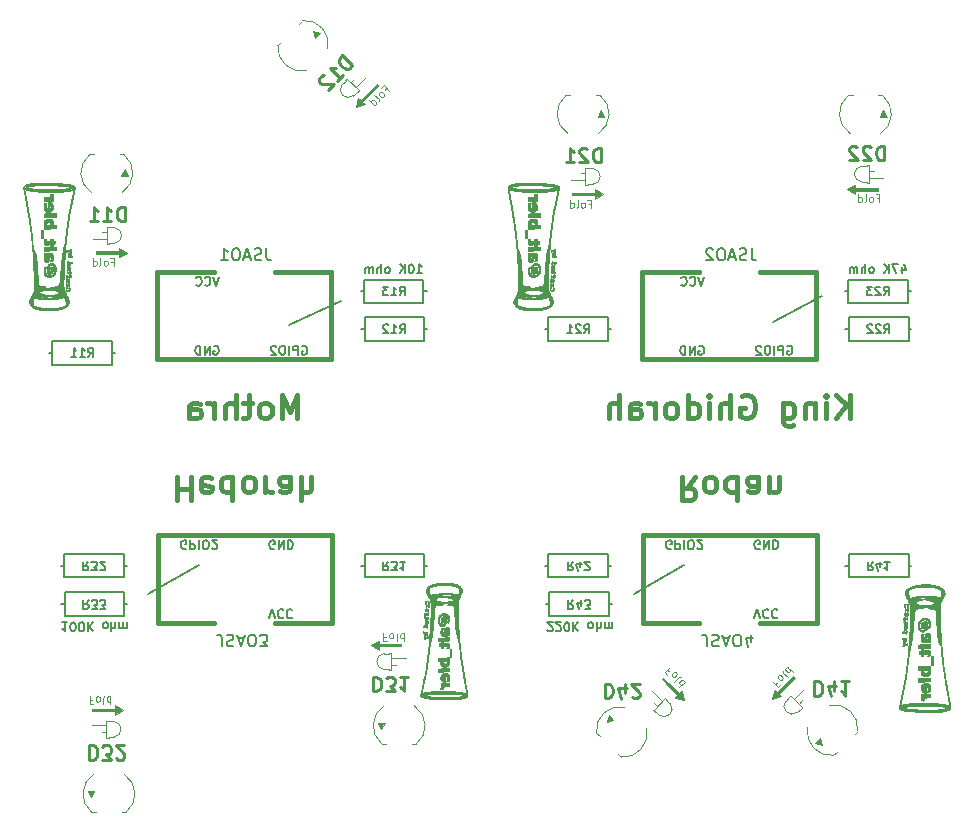
<source format=gbo>
G04 #@! TF.GenerationSoftware,KiCad,Pcbnew,7.0.10*
G04 #@! TF.CreationDate,2024-06-20T08:36:21-05:00*
G04 #@! TF.ProjectId,g0dzilla_vs_sao1,6730647a-696c-46c6-915f-76735f73616f,1*
G04 #@! TF.SameCoordinates,Original*
G04 #@! TF.FileFunction,Legend,Bot*
G04 #@! TF.FilePolarity,Positive*
%FSLAX46Y46*%
G04 Gerber Fmt 4.6, Leading zero omitted, Abs format (unit mm)*
G04 Created by KiCad (PCBNEW 7.0.10) date 2024-06-20 08:36:21*
%MOMM*%
%LPD*%
G01*
G04 APERTURE LIST*
%ADD10C,0.150000*%
%ADD11C,0.400000*%
%ADD12C,0.240000*%
%ADD13C,0.100000*%
%ADD14C,0.120000*%
%ADD15C,0.010000*%
G04 APERTURE END LIST*
D10*
X81400000Y-122450000D02*
X85650000Y-119950000D01*
X134275000Y-99375000D02*
X138400000Y-97200000D01*
X122500000Y-122450000D02*
X126700000Y-119950000D01*
X93275000Y-99675000D02*
X97725000Y-97600000D01*
D11*
X127682204Y-112465561D02*
X127015537Y-113417942D01*
X126539347Y-112465561D02*
X126539347Y-114465561D01*
X126539347Y-114465561D02*
X127301252Y-114465561D01*
X127301252Y-114465561D02*
X127491728Y-114370323D01*
X127491728Y-114370323D02*
X127586966Y-114275085D01*
X127586966Y-114275085D02*
X127682204Y-114084609D01*
X127682204Y-114084609D02*
X127682204Y-113798895D01*
X127682204Y-113798895D02*
X127586966Y-113608419D01*
X127586966Y-113608419D02*
X127491728Y-113513180D01*
X127491728Y-113513180D02*
X127301252Y-113417942D01*
X127301252Y-113417942D02*
X126539347Y-113417942D01*
X128825061Y-112465561D02*
X128634585Y-112560800D01*
X128634585Y-112560800D02*
X128539347Y-112656038D01*
X128539347Y-112656038D02*
X128444109Y-112846514D01*
X128444109Y-112846514D02*
X128444109Y-113417942D01*
X128444109Y-113417942D02*
X128539347Y-113608419D01*
X128539347Y-113608419D02*
X128634585Y-113703657D01*
X128634585Y-113703657D02*
X128825061Y-113798895D01*
X128825061Y-113798895D02*
X129110776Y-113798895D01*
X129110776Y-113798895D02*
X129301252Y-113703657D01*
X129301252Y-113703657D02*
X129396490Y-113608419D01*
X129396490Y-113608419D02*
X129491728Y-113417942D01*
X129491728Y-113417942D02*
X129491728Y-112846514D01*
X129491728Y-112846514D02*
X129396490Y-112656038D01*
X129396490Y-112656038D02*
X129301252Y-112560800D01*
X129301252Y-112560800D02*
X129110776Y-112465561D01*
X129110776Y-112465561D02*
X128825061Y-112465561D01*
X131206014Y-112465561D02*
X131206014Y-114465561D01*
X131206014Y-112560800D02*
X131015538Y-112465561D01*
X131015538Y-112465561D02*
X130634585Y-112465561D01*
X130634585Y-112465561D02*
X130444109Y-112560800D01*
X130444109Y-112560800D02*
X130348871Y-112656038D01*
X130348871Y-112656038D02*
X130253633Y-112846514D01*
X130253633Y-112846514D02*
X130253633Y-113417942D01*
X130253633Y-113417942D02*
X130348871Y-113608419D01*
X130348871Y-113608419D02*
X130444109Y-113703657D01*
X130444109Y-113703657D02*
X130634585Y-113798895D01*
X130634585Y-113798895D02*
X131015538Y-113798895D01*
X131015538Y-113798895D02*
X131206014Y-113703657D01*
X133015538Y-112465561D02*
X133015538Y-113513180D01*
X133015538Y-113513180D02*
X132920300Y-113703657D01*
X132920300Y-113703657D02*
X132729824Y-113798895D01*
X132729824Y-113798895D02*
X132348871Y-113798895D01*
X132348871Y-113798895D02*
X132158395Y-113703657D01*
X133015538Y-112560800D02*
X132825062Y-112465561D01*
X132825062Y-112465561D02*
X132348871Y-112465561D01*
X132348871Y-112465561D02*
X132158395Y-112560800D01*
X132158395Y-112560800D02*
X132063157Y-112751276D01*
X132063157Y-112751276D02*
X132063157Y-112941752D01*
X132063157Y-112941752D02*
X132158395Y-113132228D01*
X132158395Y-113132228D02*
X132348871Y-113227466D01*
X132348871Y-113227466D02*
X132825062Y-113227466D01*
X132825062Y-113227466D02*
X133015538Y-113322704D01*
X133967919Y-113798895D02*
X133967919Y-112465561D01*
X133967919Y-113608419D02*
X134063157Y-113703657D01*
X134063157Y-113703657D02*
X134253633Y-113798895D01*
X134253633Y-113798895D02*
X134539348Y-113798895D01*
X134539348Y-113798895D02*
X134729824Y-113703657D01*
X134729824Y-113703657D02*
X134825062Y-113513180D01*
X134825062Y-113513180D02*
X134825062Y-112465561D01*
X83839347Y-112465561D02*
X83839347Y-114465561D01*
X83839347Y-113513180D02*
X84982204Y-113513180D01*
X84982204Y-112465561D02*
X84982204Y-114465561D01*
X86696490Y-112560800D02*
X86506014Y-112465561D01*
X86506014Y-112465561D02*
X86125061Y-112465561D01*
X86125061Y-112465561D02*
X85934585Y-112560800D01*
X85934585Y-112560800D02*
X85839347Y-112751276D01*
X85839347Y-112751276D02*
X85839347Y-113513180D01*
X85839347Y-113513180D02*
X85934585Y-113703657D01*
X85934585Y-113703657D02*
X86125061Y-113798895D01*
X86125061Y-113798895D02*
X86506014Y-113798895D01*
X86506014Y-113798895D02*
X86696490Y-113703657D01*
X86696490Y-113703657D02*
X86791728Y-113513180D01*
X86791728Y-113513180D02*
X86791728Y-113322704D01*
X86791728Y-113322704D02*
X85839347Y-113132228D01*
X88506014Y-112465561D02*
X88506014Y-114465561D01*
X88506014Y-112560800D02*
X88315538Y-112465561D01*
X88315538Y-112465561D02*
X87934585Y-112465561D01*
X87934585Y-112465561D02*
X87744109Y-112560800D01*
X87744109Y-112560800D02*
X87648871Y-112656038D01*
X87648871Y-112656038D02*
X87553633Y-112846514D01*
X87553633Y-112846514D02*
X87553633Y-113417942D01*
X87553633Y-113417942D02*
X87648871Y-113608419D01*
X87648871Y-113608419D02*
X87744109Y-113703657D01*
X87744109Y-113703657D02*
X87934585Y-113798895D01*
X87934585Y-113798895D02*
X88315538Y-113798895D01*
X88315538Y-113798895D02*
X88506014Y-113703657D01*
X89744109Y-112465561D02*
X89553633Y-112560800D01*
X89553633Y-112560800D02*
X89458395Y-112656038D01*
X89458395Y-112656038D02*
X89363157Y-112846514D01*
X89363157Y-112846514D02*
X89363157Y-113417942D01*
X89363157Y-113417942D02*
X89458395Y-113608419D01*
X89458395Y-113608419D02*
X89553633Y-113703657D01*
X89553633Y-113703657D02*
X89744109Y-113798895D01*
X89744109Y-113798895D02*
X90029824Y-113798895D01*
X90029824Y-113798895D02*
X90220300Y-113703657D01*
X90220300Y-113703657D02*
X90315538Y-113608419D01*
X90315538Y-113608419D02*
X90410776Y-113417942D01*
X90410776Y-113417942D02*
X90410776Y-112846514D01*
X90410776Y-112846514D02*
X90315538Y-112656038D01*
X90315538Y-112656038D02*
X90220300Y-112560800D01*
X90220300Y-112560800D02*
X90029824Y-112465561D01*
X90029824Y-112465561D02*
X89744109Y-112465561D01*
X91267919Y-112465561D02*
X91267919Y-113798895D01*
X91267919Y-113417942D02*
X91363157Y-113608419D01*
X91363157Y-113608419D02*
X91458395Y-113703657D01*
X91458395Y-113703657D02*
X91648871Y-113798895D01*
X91648871Y-113798895D02*
X91839348Y-113798895D01*
X93363157Y-112465561D02*
X93363157Y-113513180D01*
X93363157Y-113513180D02*
X93267919Y-113703657D01*
X93267919Y-113703657D02*
X93077443Y-113798895D01*
X93077443Y-113798895D02*
X92696490Y-113798895D01*
X92696490Y-113798895D02*
X92506014Y-113703657D01*
X93363157Y-112560800D02*
X93172681Y-112465561D01*
X93172681Y-112465561D02*
X92696490Y-112465561D01*
X92696490Y-112465561D02*
X92506014Y-112560800D01*
X92506014Y-112560800D02*
X92410776Y-112751276D01*
X92410776Y-112751276D02*
X92410776Y-112941752D01*
X92410776Y-112941752D02*
X92506014Y-113132228D01*
X92506014Y-113132228D02*
X92696490Y-113227466D01*
X92696490Y-113227466D02*
X93172681Y-113227466D01*
X93172681Y-113227466D02*
X93363157Y-113322704D01*
X94315538Y-112465561D02*
X94315538Y-114465561D01*
X95172681Y-112465561D02*
X95172681Y-113513180D01*
X95172681Y-113513180D02*
X95077443Y-113703657D01*
X95077443Y-113703657D02*
X94886967Y-113798895D01*
X94886967Y-113798895D02*
X94601252Y-113798895D01*
X94601252Y-113798895D02*
X94410776Y-113703657D01*
X94410776Y-113703657D02*
X94315538Y-113608419D01*
X140760652Y-107534438D02*
X140760652Y-105534438D01*
X139617795Y-107534438D02*
X140474938Y-106391580D01*
X139617795Y-105534438D02*
X140760652Y-106677295D01*
X138760652Y-107534438D02*
X138760652Y-106201104D01*
X138760652Y-105534438D02*
X138855890Y-105629676D01*
X138855890Y-105629676D02*
X138760652Y-105724914D01*
X138760652Y-105724914D02*
X138665414Y-105629676D01*
X138665414Y-105629676D02*
X138760652Y-105534438D01*
X138760652Y-105534438D02*
X138760652Y-105724914D01*
X137808271Y-106201104D02*
X137808271Y-107534438D01*
X137808271Y-106391580D02*
X137713033Y-106296342D01*
X137713033Y-106296342D02*
X137522557Y-106201104D01*
X137522557Y-106201104D02*
X137236842Y-106201104D01*
X137236842Y-106201104D02*
X137046366Y-106296342D01*
X137046366Y-106296342D02*
X136951128Y-106486819D01*
X136951128Y-106486819D02*
X136951128Y-107534438D01*
X135141604Y-106201104D02*
X135141604Y-107820152D01*
X135141604Y-107820152D02*
X135236842Y-108010628D01*
X135236842Y-108010628D02*
X135332080Y-108105866D01*
X135332080Y-108105866D02*
X135522557Y-108201104D01*
X135522557Y-108201104D02*
X135808271Y-108201104D01*
X135808271Y-108201104D02*
X135998747Y-108105866D01*
X135141604Y-107439200D02*
X135332080Y-107534438D01*
X135332080Y-107534438D02*
X135713033Y-107534438D01*
X135713033Y-107534438D02*
X135903509Y-107439200D01*
X135903509Y-107439200D02*
X135998747Y-107343961D01*
X135998747Y-107343961D02*
X136093985Y-107153485D01*
X136093985Y-107153485D02*
X136093985Y-106582057D01*
X136093985Y-106582057D02*
X135998747Y-106391580D01*
X135998747Y-106391580D02*
X135903509Y-106296342D01*
X135903509Y-106296342D02*
X135713033Y-106201104D01*
X135713033Y-106201104D02*
X135332080Y-106201104D01*
X135332080Y-106201104D02*
X135141604Y-106296342D01*
X131617794Y-105629676D02*
X131808270Y-105534438D01*
X131808270Y-105534438D02*
X132093984Y-105534438D01*
X132093984Y-105534438D02*
X132379699Y-105629676D01*
X132379699Y-105629676D02*
X132570175Y-105820152D01*
X132570175Y-105820152D02*
X132665413Y-106010628D01*
X132665413Y-106010628D02*
X132760651Y-106391580D01*
X132760651Y-106391580D02*
X132760651Y-106677295D01*
X132760651Y-106677295D02*
X132665413Y-107058247D01*
X132665413Y-107058247D02*
X132570175Y-107248723D01*
X132570175Y-107248723D02*
X132379699Y-107439200D01*
X132379699Y-107439200D02*
X132093984Y-107534438D01*
X132093984Y-107534438D02*
X131903508Y-107534438D01*
X131903508Y-107534438D02*
X131617794Y-107439200D01*
X131617794Y-107439200D02*
X131522556Y-107343961D01*
X131522556Y-107343961D02*
X131522556Y-106677295D01*
X131522556Y-106677295D02*
X131903508Y-106677295D01*
X130665413Y-107534438D02*
X130665413Y-105534438D01*
X129808270Y-107534438D02*
X129808270Y-106486819D01*
X129808270Y-106486819D02*
X129903508Y-106296342D01*
X129903508Y-106296342D02*
X130093984Y-106201104D01*
X130093984Y-106201104D02*
X130379699Y-106201104D01*
X130379699Y-106201104D02*
X130570175Y-106296342D01*
X130570175Y-106296342D02*
X130665413Y-106391580D01*
X128855889Y-107534438D02*
X128855889Y-106201104D01*
X128855889Y-105534438D02*
X128951127Y-105629676D01*
X128951127Y-105629676D02*
X128855889Y-105724914D01*
X128855889Y-105724914D02*
X128760651Y-105629676D01*
X128760651Y-105629676D02*
X128855889Y-105534438D01*
X128855889Y-105534438D02*
X128855889Y-105724914D01*
X127046365Y-107534438D02*
X127046365Y-105534438D01*
X127046365Y-107439200D02*
X127236841Y-107534438D01*
X127236841Y-107534438D02*
X127617794Y-107534438D01*
X127617794Y-107534438D02*
X127808270Y-107439200D01*
X127808270Y-107439200D02*
X127903508Y-107343961D01*
X127903508Y-107343961D02*
X127998746Y-107153485D01*
X127998746Y-107153485D02*
X127998746Y-106582057D01*
X127998746Y-106582057D02*
X127903508Y-106391580D01*
X127903508Y-106391580D02*
X127808270Y-106296342D01*
X127808270Y-106296342D02*
X127617794Y-106201104D01*
X127617794Y-106201104D02*
X127236841Y-106201104D01*
X127236841Y-106201104D02*
X127046365Y-106296342D01*
X125808270Y-107534438D02*
X125998746Y-107439200D01*
X125998746Y-107439200D02*
X126093984Y-107343961D01*
X126093984Y-107343961D02*
X126189222Y-107153485D01*
X126189222Y-107153485D02*
X126189222Y-106582057D01*
X126189222Y-106582057D02*
X126093984Y-106391580D01*
X126093984Y-106391580D02*
X125998746Y-106296342D01*
X125998746Y-106296342D02*
X125808270Y-106201104D01*
X125808270Y-106201104D02*
X125522555Y-106201104D01*
X125522555Y-106201104D02*
X125332079Y-106296342D01*
X125332079Y-106296342D02*
X125236841Y-106391580D01*
X125236841Y-106391580D02*
X125141603Y-106582057D01*
X125141603Y-106582057D02*
X125141603Y-107153485D01*
X125141603Y-107153485D02*
X125236841Y-107343961D01*
X125236841Y-107343961D02*
X125332079Y-107439200D01*
X125332079Y-107439200D02*
X125522555Y-107534438D01*
X125522555Y-107534438D02*
X125808270Y-107534438D01*
X124284460Y-107534438D02*
X124284460Y-106201104D01*
X124284460Y-106582057D02*
X124189222Y-106391580D01*
X124189222Y-106391580D02*
X124093984Y-106296342D01*
X124093984Y-106296342D02*
X123903508Y-106201104D01*
X123903508Y-106201104D02*
X123713031Y-106201104D01*
X122189222Y-107534438D02*
X122189222Y-106486819D01*
X122189222Y-106486819D02*
X122284460Y-106296342D01*
X122284460Y-106296342D02*
X122474936Y-106201104D01*
X122474936Y-106201104D02*
X122855889Y-106201104D01*
X122855889Y-106201104D02*
X123046365Y-106296342D01*
X122189222Y-107439200D02*
X122379698Y-107534438D01*
X122379698Y-107534438D02*
X122855889Y-107534438D01*
X122855889Y-107534438D02*
X123046365Y-107439200D01*
X123046365Y-107439200D02*
X123141603Y-107248723D01*
X123141603Y-107248723D02*
X123141603Y-107058247D01*
X123141603Y-107058247D02*
X123046365Y-106867771D01*
X123046365Y-106867771D02*
X122855889Y-106772533D01*
X122855889Y-106772533D02*
X122379698Y-106772533D01*
X122379698Y-106772533D02*
X122189222Y-106677295D01*
X121236841Y-107534438D02*
X121236841Y-105534438D01*
X120379698Y-107534438D02*
X120379698Y-106486819D01*
X120379698Y-106486819D02*
X120474936Y-106296342D01*
X120474936Y-106296342D02*
X120665412Y-106201104D01*
X120665412Y-106201104D02*
X120951127Y-106201104D01*
X120951127Y-106201104D02*
X121141603Y-106296342D01*
X121141603Y-106296342D02*
X121236841Y-106391580D01*
X94010652Y-107534438D02*
X94010652Y-105534438D01*
X94010652Y-105534438D02*
X93343985Y-106963009D01*
X93343985Y-106963009D02*
X92677319Y-105534438D01*
X92677319Y-105534438D02*
X92677319Y-107534438D01*
X91439224Y-107534438D02*
X91629700Y-107439200D01*
X91629700Y-107439200D02*
X91724938Y-107343961D01*
X91724938Y-107343961D02*
X91820176Y-107153485D01*
X91820176Y-107153485D02*
X91820176Y-106582057D01*
X91820176Y-106582057D02*
X91724938Y-106391580D01*
X91724938Y-106391580D02*
X91629700Y-106296342D01*
X91629700Y-106296342D02*
X91439224Y-106201104D01*
X91439224Y-106201104D02*
X91153509Y-106201104D01*
X91153509Y-106201104D02*
X90963033Y-106296342D01*
X90963033Y-106296342D02*
X90867795Y-106391580D01*
X90867795Y-106391580D02*
X90772557Y-106582057D01*
X90772557Y-106582057D02*
X90772557Y-107153485D01*
X90772557Y-107153485D02*
X90867795Y-107343961D01*
X90867795Y-107343961D02*
X90963033Y-107439200D01*
X90963033Y-107439200D02*
X91153509Y-107534438D01*
X91153509Y-107534438D02*
X91439224Y-107534438D01*
X90201128Y-106201104D02*
X89439224Y-106201104D01*
X89915414Y-105534438D02*
X89915414Y-107248723D01*
X89915414Y-107248723D02*
X89820176Y-107439200D01*
X89820176Y-107439200D02*
X89629700Y-107534438D01*
X89629700Y-107534438D02*
X89439224Y-107534438D01*
X88772557Y-107534438D02*
X88772557Y-105534438D01*
X87915414Y-107534438D02*
X87915414Y-106486819D01*
X87915414Y-106486819D02*
X88010652Y-106296342D01*
X88010652Y-106296342D02*
X88201128Y-106201104D01*
X88201128Y-106201104D02*
X88486843Y-106201104D01*
X88486843Y-106201104D02*
X88677319Y-106296342D01*
X88677319Y-106296342D02*
X88772557Y-106391580D01*
X86963033Y-107534438D02*
X86963033Y-106201104D01*
X86963033Y-106582057D02*
X86867795Y-106391580D01*
X86867795Y-106391580D02*
X86772557Y-106296342D01*
X86772557Y-106296342D02*
X86582081Y-106201104D01*
X86582081Y-106201104D02*
X86391604Y-106201104D01*
X84867795Y-107534438D02*
X84867795Y-106486819D01*
X84867795Y-106486819D02*
X84963033Y-106296342D01*
X84963033Y-106296342D02*
X85153509Y-106201104D01*
X85153509Y-106201104D02*
X85534462Y-106201104D01*
X85534462Y-106201104D02*
X85724938Y-106296342D01*
X84867795Y-107439200D02*
X85058271Y-107534438D01*
X85058271Y-107534438D02*
X85534462Y-107534438D01*
X85534462Y-107534438D02*
X85724938Y-107439200D01*
X85724938Y-107439200D02*
X85820176Y-107248723D01*
X85820176Y-107248723D02*
X85820176Y-107058247D01*
X85820176Y-107058247D02*
X85724938Y-106867771D01*
X85724938Y-106867771D02*
X85534462Y-106772533D01*
X85534462Y-106772533D02*
X85058271Y-106772533D01*
X85058271Y-106772533D02*
X84867795Y-106677295D01*
D12*
X79382142Y-90842662D02*
X79382142Y-89642662D01*
X79382142Y-89642662D02*
X79096428Y-89642662D01*
X79096428Y-89642662D02*
X78924999Y-89699805D01*
X78924999Y-89699805D02*
X78810714Y-89814091D01*
X78810714Y-89814091D02*
X78753571Y-89928377D01*
X78753571Y-89928377D02*
X78696428Y-90156948D01*
X78696428Y-90156948D02*
X78696428Y-90328377D01*
X78696428Y-90328377D02*
X78753571Y-90556948D01*
X78753571Y-90556948D02*
X78810714Y-90671234D01*
X78810714Y-90671234D02*
X78924999Y-90785520D01*
X78924999Y-90785520D02*
X79096428Y-90842662D01*
X79096428Y-90842662D02*
X79382142Y-90842662D01*
X77553571Y-90842662D02*
X78239285Y-90842662D01*
X77896428Y-90842662D02*
X77896428Y-89642662D01*
X77896428Y-89642662D02*
X78010714Y-89814091D01*
X78010714Y-89814091D02*
X78124999Y-89928377D01*
X78124999Y-89928377D02*
X78239285Y-89985520D01*
X76410714Y-90842662D02*
X77096428Y-90842662D01*
X76753571Y-90842662D02*
X76753571Y-89642662D01*
X76753571Y-89642662D02*
X76867857Y-89814091D01*
X76867857Y-89814091D02*
X76982142Y-89928377D01*
X76982142Y-89928377D02*
X77096428Y-89985520D01*
D13*
X101487217Y-126075223D02*
X101270550Y-126075223D01*
X101270550Y-125734747D02*
X101270550Y-126384747D01*
X101270550Y-126384747D02*
X101580074Y-126384747D01*
X101920551Y-125734747D02*
X101858646Y-125765700D01*
X101858646Y-125765700D02*
X101827693Y-125796652D01*
X101827693Y-125796652D02*
X101796741Y-125858557D01*
X101796741Y-125858557D02*
X101796741Y-126044271D01*
X101796741Y-126044271D02*
X101827693Y-126106176D01*
X101827693Y-126106176D02*
X101858646Y-126137128D01*
X101858646Y-126137128D02*
X101920551Y-126168080D01*
X101920551Y-126168080D02*
X102013408Y-126168080D01*
X102013408Y-126168080D02*
X102075312Y-126137128D01*
X102075312Y-126137128D02*
X102106265Y-126106176D01*
X102106265Y-126106176D02*
X102137217Y-126044271D01*
X102137217Y-126044271D02*
X102137217Y-125858557D01*
X102137217Y-125858557D02*
X102106265Y-125796652D01*
X102106265Y-125796652D02*
X102075312Y-125765700D01*
X102075312Y-125765700D02*
X102013408Y-125734747D01*
X102013408Y-125734747D02*
X101920551Y-125734747D01*
X102508646Y-125734747D02*
X102446741Y-125765700D01*
X102446741Y-125765700D02*
X102415788Y-125827604D01*
X102415788Y-125827604D02*
X102415788Y-126384747D01*
X103034836Y-125734747D02*
X103034836Y-126384747D01*
X103034836Y-125765700D02*
X102972931Y-125734747D01*
X102972931Y-125734747D02*
X102849122Y-125734747D01*
X102849122Y-125734747D02*
X102787217Y-125765700D01*
X102787217Y-125765700D02*
X102756264Y-125796652D01*
X102756264Y-125796652D02*
X102725312Y-125858557D01*
X102725312Y-125858557D02*
X102725312Y-126044271D01*
X102725312Y-126044271D02*
X102756264Y-126106176D01*
X102756264Y-126106176D02*
X102787217Y-126137128D01*
X102787217Y-126137128D02*
X102849122Y-126168080D01*
X102849122Y-126168080D02*
X102972931Y-126168080D01*
X102972931Y-126168080D02*
X103034836Y-126137128D01*
X78262782Y-94274776D02*
X78479449Y-94274776D01*
X78479449Y-94615252D02*
X78479449Y-93965252D01*
X78479449Y-93965252D02*
X78169925Y-93965252D01*
X77829448Y-94615252D02*
X77891353Y-94584300D01*
X77891353Y-94584300D02*
X77922306Y-94553347D01*
X77922306Y-94553347D02*
X77953258Y-94491442D01*
X77953258Y-94491442D02*
X77953258Y-94305728D01*
X77953258Y-94305728D02*
X77922306Y-94243823D01*
X77922306Y-94243823D02*
X77891353Y-94212871D01*
X77891353Y-94212871D02*
X77829448Y-94181919D01*
X77829448Y-94181919D02*
X77736591Y-94181919D01*
X77736591Y-94181919D02*
X77674687Y-94212871D01*
X77674687Y-94212871D02*
X77643734Y-94243823D01*
X77643734Y-94243823D02*
X77612782Y-94305728D01*
X77612782Y-94305728D02*
X77612782Y-94491442D01*
X77612782Y-94491442D02*
X77643734Y-94553347D01*
X77643734Y-94553347D02*
X77674687Y-94584300D01*
X77674687Y-94584300D02*
X77736591Y-94615252D01*
X77736591Y-94615252D02*
X77829448Y-94615252D01*
X77241353Y-94615252D02*
X77303258Y-94584300D01*
X77303258Y-94584300D02*
X77334211Y-94522395D01*
X77334211Y-94522395D02*
X77334211Y-93965252D01*
X76715163Y-94615252D02*
X76715163Y-93965252D01*
X76715163Y-94584300D02*
X76777068Y-94615252D01*
X76777068Y-94615252D02*
X76900877Y-94615252D01*
X76900877Y-94615252D02*
X76962782Y-94584300D01*
X76962782Y-94584300D02*
X76993735Y-94553347D01*
X76993735Y-94553347D02*
X77024687Y-94491442D01*
X77024687Y-94491442D02*
X77024687Y-94305728D01*
X77024687Y-94305728D02*
X76993735Y-94243823D01*
X76993735Y-94243823D02*
X76962782Y-94212871D01*
X76962782Y-94212871D02*
X76900877Y-94181919D01*
X76900877Y-94181919D02*
X76777068Y-94181919D01*
X76777068Y-94181919D02*
X76715163Y-94212871D01*
D10*
X102682143Y-100339164D02*
X102932143Y-99982021D01*
X103110714Y-100339164D02*
X103110714Y-99589164D01*
X103110714Y-99589164D02*
X102825000Y-99589164D01*
X102825000Y-99589164D02*
X102753571Y-99624878D01*
X102753571Y-99624878D02*
X102717857Y-99660592D01*
X102717857Y-99660592D02*
X102682143Y-99732021D01*
X102682143Y-99732021D02*
X102682143Y-99839164D01*
X102682143Y-99839164D02*
X102717857Y-99910592D01*
X102717857Y-99910592D02*
X102753571Y-99946307D01*
X102753571Y-99946307D02*
X102825000Y-99982021D01*
X102825000Y-99982021D02*
X103110714Y-99982021D01*
X101967857Y-100339164D02*
X102396428Y-100339164D01*
X102182143Y-100339164D02*
X102182143Y-99589164D01*
X102182143Y-99589164D02*
X102253571Y-99696307D01*
X102253571Y-99696307D02*
X102325000Y-99767735D01*
X102325000Y-99767735D02*
X102396428Y-99803450D01*
X101682142Y-99660592D02*
X101646428Y-99624878D01*
X101646428Y-99624878D02*
X101575000Y-99589164D01*
X101575000Y-99589164D02*
X101396428Y-99589164D01*
X101396428Y-99589164D02*
X101325000Y-99624878D01*
X101325000Y-99624878D02*
X101289285Y-99660592D01*
X101289285Y-99660592D02*
X101253571Y-99732021D01*
X101253571Y-99732021D02*
X101253571Y-99803450D01*
X101253571Y-99803450D02*
X101289285Y-99910592D01*
X101289285Y-99910592D02*
X101717857Y-100339164D01*
X101717857Y-100339164D02*
X101253571Y-100339164D01*
D12*
X143687142Y-85682662D02*
X143687142Y-84482662D01*
X143687142Y-84482662D02*
X143401428Y-84482662D01*
X143401428Y-84482662D02*
X143229999Y-84539805D01*
X143229999Y-84539805D02*
X143115714Y-84654091D01*
X143115714Y-84654091D02*
X143058571Y-84768377D01*
X143058571Y-84768377D02*
X143001428Y-84996948D01*
X143001428Y-84996948D02*
X143001428Y-85168377D01*
X143001428Y-85168377D02*
X143058571Y-85396948D01*
X143058571Y-85396948D02*
X143115714Y-85511234D01*
X143115714Y-85511234D02*
X143229999Y-85625520D01*
X143229999Y-85625520D02*
X143401428Y-85682662D01*
X143401428Y-85682662D02*
X143687142Y-85682662D01*
X142544285Y-84596948D02*
X142487142Y-84539805D01*
X142487142Y-84539805D02*
X142372857Y-84482662D01*
X142372857Y-84482662D02*
X142087142Y-84482662D01*
X142087142Y-84482662D02*
X141972857Y-84539805D01*
X141972857Y-84539805D02*
X141915714Y-84596948D01*
X141915714Y-84596948D02*
X141858571Y-84711234D01*
X141858571Y-84711234D02*
X141858571Y-84825520D01*
X141858571Y-84825520D02*
X141915714Y-84996948D01*
X141915714Y-84996948D02*
X142601428Y-85682662D01*
X142601428Y-85682662D02*
X141858571Y-85682662D01*
X141401428Y-84596948D02*
X141344285Y-84539805D01*
X141344285Y-84539805D02*
X141230000Y-84482662D01*
X141230000Y-84482662D02*
X140944285Y-84482662D01*
X140944285Y-84482662D02*
X140830000Y-84539805D01*
X140830000Y-84539805D02*
X140772857Y-84596948D01*
X140772857Y-84596948D02*
X140715714Y-84711234D01*
X140715714Y-84711234D02*
X140715714Y-84825520D01*
X140715714Y-84825520D02*
X140772857Y-84996948D01*
X140772857Y-84996948D02*
X141458571Y-85682662D01*
X141458571Y-85682662D02*
X140715714Y-85682662D01*
D10*
X87598095Y-126845180D02*
X87598095Y-126130895D01*
X87598095Y-126130895D02*
X87550476Y-125988038D01*
X87550476Y-125988038D02*
X87455238Y-125892800D01*
X87455238Y-125892800D02*
X87312381Y-125845180D01*
X87312381Y-125845180D02*
X87217143Y-125845180D01*
X88026667Y-125892800D02*
X88169524Y-125845180D01*
X88169524Y-125845180D02*
X88407619Y-125845180D01*
X88407619Y-125845180D02*
X88502857Y-125892800D01*
X88502857Y-125892800D02*
X88550476Y-125940419D01*
X88550476Y-125940419D02*
X88598095Y-126035657D01*
X88598095Y-126035657D02*
X88598095Y-126130895D01*
X88598095Y-126130895D02*
X88550476Y-126226133D01*
X88550476Y-126226133D02*
X88502857Y-126273752D01*
X88502857Y-126273752D02*
X88407619Y-126321371D01*
X88407619Y-126321371D02*
X88217143Y-126368990D01*
X88217143Y-126368990D02*
X88121905Y-126416609D01*
X88121905Y-126416609D02*
X88074286Y-126464228D01*
X88074286Y-126464228D02*
X88026667Y-126559466D01*
X88026667Y-126559466D02*
X88026667Y-126654704D01*
X88026667Y-126654704D02*
X88074286Y-126749942D01*
X88074286Y-126749942D02*
X88121905Y-126797561D01*
X88121905Y-126797561D02*
X88217143Y-126845180D01*
X88217143Y-126845180D02*
X88455238Y-126845180D01*
X88455238Y-126845180D02*
X88598095Y-126797561D01*
X88979048Y-126130895D02*
X89455238Y-126130895D01*
X88883810Y-125845180D02*
X89217143Y-126845180D01*
X89217143Y-126845180D02*
X89550476Y-125845180D01*
X90074286Y-126845180D02*
X90264762Y-126845180D01*
X90264762Y-126845180D02*
X90360000Y-126797561D01*
X90360000Y-126797561D02*
X90455238Y-126702323D01*
X90455238Y-126702323D02*
X90502857Y-126511847D01*
X90502857Y-126511847D02*
X90502857Y-126178514D01*
X90502857Y-126178514D02*
X90455238Y-125988038D01*
X90455238Y-125988038D02*
X90360000Y-125892800D01*
X90360000Y-125892800D02*
X90264762Y-125845180D01*
X90264762Y-125845180D02*
X90074286Y-125845180D01*
X90074286Y-125845180D02*
X89979048Y-125892800D01*
X89979048Y-125892800D02*
X89883810Y-125988038D01*
X89883810Y-125988038D02*
X89836191Y-126178514D01*
X89836191Y-126178514D02*
X89836191Y-126511847D01*
X89836191Y-126511847D02*
X89883810Y-126702323D01*
X89883810Y-126702323D02*
X89979048Y-126797561D01*
X89979048Y-126797561D02*
X90074286Y-126845180D01*
X90836191Y-126845180D02*
X91455238Y-126845180D01*
X91455238Y-126845180D02*
X91121905Y-126464228D01*
X91121905Y-126464228D02*
X91264762Y-126464228D01*
X91264762Y-126464228D02*
X91360000Y-126416609D01*
X91360000Y-126416609D02*
X91407619Y-126368990D01*
X91407619Y-126368990D02*
X91455238Y-126273752D01*
X91455238Y-126273752D02*
X91455238Y-126035657D01*
X91455238Y-126035657D02*
X91407619Y-125940419D01*
X91407619Y-125940419D02*
X91360000Y-125892800D01*
X91360000Y-125892800D02*
X91264762Y-125845180D01*
X91264762Y-125845180D02*
X90979048Y-125845180D01*
X90979048Y-125845180D02*
X90883810Y-125892800D01*
X90883810Y-125892800D02*
X90836191Y-125940419D01*
X92058571Y-118563121D02*
X91987143Y-118598835D01*
X91987143Y-118598835D02*
X91880000Y-118598835D01*
X91880000Y-118598835D02*
X91772857Y-118563121D01*
X91772857Y-118563121D02*
X91701428Y-118491692D01*
X91701428Y-118491692D02*
X91665714Y-118420264D01*
X91665714Y-118420264D02*
X91630000Y-118277407D01*
X91630000Y-118277407D02*
X91630000Y-118170264D01*
X91630000Y-118170264D02*
X91665714Y-118027407D01*
X91665714Y-118027407D02*
X91701428Y-117955978D01*
X91701428Y-117955978D02*
X91772857Y-117884550D01*
X91772857Y-117884550D02*
X91880000Y-117848835D01*
X91880000Y-117848835D02*
X91951428Y-117848835D01*
X91951428Y-117848835D02*
X92058571Y-117884550D01*
X92058571Y-117884550D02*
X92094285Y-117920264D01*
X92094285Y-117920264D02*
X92094285Y-118170264D01*
X92094285Y-118170264D02*
X91951428Y-118170264D01*
X92415714Y-117848835D02*
X92415714Y-118598835D01*
X92415714Y-118598835D02*
X92844285Y-117848835D01*
X92844285Y-117848835D02*
X92844285Y-118598835D01*
X93201428Y-117848835D02*
X93201428Y-118598835D01*
X93201428Y-118598835D02*
X93379999Y-118598835D01*
X93379999Y-118598835D02*
X93487142Y-118563121D01*
X93487142Y-118563121D02*
X93558571Y-118491692D01*
X93558571Y-118491692D02*
X93594285Y-118420264D01*
X93594285Y-118420264D02*
X93629999Y-118277407D01*
X93629999Y-118277407D02*
X93629999Y-118170264D01*
X93629999Y-118170264D02*
X93594285Y-118027407D01*
X93594285Y-118027407D02*
X93558571Y-117955978D01*
X93558571Y-117955978D02*
X93487142Y-117884550D01*
X93487142Y-117884550D02*
X93379999Y-117848835D01*
X93379999Y-117848835D02*
X93201428Y-117848835D01*
X91630000Y-124440835D02*
X91880000Y-123690835D01*
X91880000Y-123690835D02*
X92130000Y-124440835D01*
X92808571Y-123762264D02*
X92772857Y-123726550D01*
X92772857Y-123726550D02*
X92665714Y-123690835D01*
X92665714Y-123690835D02*
X92594286Y-123690835D01*
X92594286Y-123690835D02*
X92487143Y-123726550D01*
X92487143Y-123726550D02*
X92415714Y-123797978D01*
X92415714Y-123797978D02*
X92380000Y-123869407D01*
X92380000Y-123869407D02*
X92344286Y-124012264D01*
X92344286Y-124012264D02*
X92344286Y-124119407D01*
X92344286Y-124119407D02*
X92380000Y-124262264D01*
X92380000Y-124262264D02*
X92415714Y-124333692D01*
X92415714Y-124333692D02*
X92487143Y-124405121D01*
X92487143Y-124405121D02*
X92594286Y-124440835D01*
X92594286Y-124440835D02*
X92665714Y-124440835D01*
X92665714Y-124440835D02*
X92772857Y-124405121D01*
X92772857Y-124405121D02*
X92808571Y-124369407D01*
X93558571Y-123762264D02*
X93522857Y-123726550D01*
X93522857Y-123726550D02*
X93415714Y-123690835D01*
X93415714Y-123690835D02*
X93344286Y-123690835D01*
X93344286Y-123690835D02*
X93237143Y-123726550D01*
X93237143Y-123726550D02*
X93165714Y-123797978D01*
X93165714Y-123797978D02*
X93130000Y-123869407D01*
X93130000Y-123869407D02*
X93094286Y-124012264D01*
X93094286Y-124012264D02*
X93094286Y-124119407D01*
X93094286Y-124119407D02*
X93130000Y-124262264D01*
X93130000Y-124262264D02*
X93165714Y-124333692D01*
X93165714Y-124333692D02*
X93237143Y-124405121D01*
X93237143Y-124405121D02*
X93344286Y-124440835D01*
X93344286Y-124440835D02*
X93415714Y-124440835D01*
X93415714Y-124440835D02*
X93522857Y-124405121D01*
X93522857Y-124405121D02*
X93558571Y-124369407D01*
X84572857Y-118565121D02*
X84501429Y-118600835D01*
X84501429Y-118600835D02*
X84394286Y-118600835D01*
X84394286Y-118600835D02*
X84287143Y-118565121D01*
X84287143Y-118565121D02*
X84215714Y-118493692D01*
X84215714Y-118493692D02*
X84180000Y-118422264D01*
X84180000Y-118422264D02*
X84144286Y-118279407D01*
X84144286Y-118279407D02*
X84144286Y-118172264D01*
X84144286Y-118172264D02*
X84180000Y-118029407D01*
X84180000Y-118029407D02*
X84215714Y-117957978D01*
X84215714Y-117957978D02*
X84287143Y-117886550D01*
X84287143Y-117886550D02*
X84394286Y-117850835D01*
X84394286Y-117850835D02*
X84465714Y-117850835D01*
X84465714Y-117850835D02*
X84572857Y-117886550D01*
X84572857Y-117886550D02*
X84608571Y-117922264D01*
X84608571Y-117922264D02*
X84608571Y-118172264D01*
X84608571Y-118172264D02*
X84465714Y-118172264D01*
X84930000Y-117850835D02*
X84930000Y-118600835D01*
X84930000Y-118600835D02*
X85215714Y-118600835D01*
X85215714Y-118600835D02*
X85287143Y-118565121D01*
X85287143Y-118565121D02*
X85322857Y-118529407D01*
X85322857Y-118529407D02*
X85358571Y-118457978D01*
X85358571Y-118457978D02*
X85358571Y-118350835D01*
X85358571Y-118350835D02*
X85322857Y-118279407D01*
X85322857Y-118279407D02*
X85287143Y-118243692D01*
X85287143Y-118243692D02*
X85215714Y-118207978D01*
X85215714Y-118207978D02*
X84930000Y-118207978D01*
X85680000Y-117850835D02*
X85680000Y-118600835D01*
X86180000Y-118600835D02*
X86322857Y-118600835D01*
X86322857Y-118600835D02*
X86394286Y-118565121D01*
X86394286Y-118565121D02*
X86465714Y-118493692D01*
X86465714Y-118493692D02*
X86501429Y-118350835D01*
X86501429Y-118350835D02*
X86501429Y-118100835D01*
X86501429Y-118100835D02*
X86465714Y-117957978D01*
X86465714Y-117957978D02*
X86394286Y-117886550D01*
X86394286Y-117886550D02*
X86322857Y-117850835D01*
X86322857Y-117850835D02*
X86180000Y-117850835D01*
X86180000Y-117850835D02*
X86108572Y-117886550D01*
X86108572Y-117886550D02*
X86037143Y-117957978D01*
X86037143Y-117957978D02*
X86001429Y-118100835D01*
X86001429Y-118100835D02*
X86001429Y-118350835D01*
X86001429Y-118350835D02*
X86037143Y-118493692D01*
X86037143Y-118493692D02*
X86108572Y-118565121D01*
X86108572Y-118565121D02*
X86180000Y-118600835D01*
X86787143Y-118529407D02*
X86822857Y-118565121D01*
X86822857Y-118565121D02*
X86894286Y-118600835D01*
X86894286Y-118600835D02*
X87072857Y-118600835D01*
X87072857Y-118600835D02*
X87144286Y-118565121D01*
X87144286Y-118565121D02*
X87180000Y-118529407D01*
X87180000Y-118529407D02*
X87215714Y-118457978D01*
X87215714Y-118457978D02*
X87215714Y-118386550D01*
X87215714Y-118386550D02*
X87180000Y-118279407D01*
X87180000Y-118279407D02*
X86751428Y-117850835D01*
X86751428Y-117850835D02*
X87215714Y-117850835D01*
X76327856Y-122910835D02*
X76077856Y-123267978D01*
X75899285Y-122910835D02*
X75899285Y-123660835D01*
X75899285Y-123660835D02*
X76184999Y-123660835D01*
X76184999Y-123660835D02*
X76256428Y-123625121D01*
X76256428Y-123625121D02*
X76292142Y-123589407D01*
X76292142Y-123589407D02*
X76327856Y-123517978D01*
X76327856Y-123517978D02*
X76327856Y-123410835D01*
X76327856Y-123410835D02*
X76292142Y-123339407D01*
X76292142Y-123339407D02*
X76256428Y-123303692D01*
X76256428Y-123303692D02*
X76184999Y-123267978D01*
X76184999Y-123267978D02*
X75899285Y-123267978D01*
X76577856Y-123660835D02*
X77042142Y-123660835D01*
X77042142Y-123660835D02*
X76792142Y-123375121D01*
X76792142Y-123375121D02*
X76899285Y-123375121D01*
X76899285Y-123375121D02*
X76970714Y-123339407D01*
X76970714Y-123339407D02*
X77006428Y-123303692D01*
X77006428Y-123303692D02*
X77042142Y-123232264D01*
X77042142Y-123232264D02*
X77042142Y-123053692D01*
X77042142Y-123053692D02*
X77006428Y-122982264D01*
X77006428Y-122982264D02*
X76970714Y-122946550D01*
X76970714Y-122946550D02*
X76899285Y-122910835D01*
X76899285Y-122910835D02*
X76684999Y-122910835D01*
X76684999Y-122910835D02*
X76613571Y-122946550D01*
X76613571Y-122946550D02*
X76577856Y-122982264D01*
X77292142Y-123660835D02*
X77756428Y-123660835D01*
X77756428Y-123660835D02*
X77506428Y-123375121D01*
X77506428Y-123375121D02*
X77613571Y-123375121D01*
X77613571Y-123375121D02*
X77685000Y-123339407D01*
X77685000Y-123339407D02*
X77720714Y-123303692D01*
X77720714Y-123303692D02*
X77756428Y-123232264D01*
X77756428Y-123232264D02*
X77756428Y-123053692D01*
X77756428Y-123053692D02*
X77720714Y-122982264D01*
X77720714Y-122982264D02*
X77685000Y-122946550D01*
X77685000Y-122946550D02*
X77613571Y-122910835D01*
X77613571Y-122910835D02*
X77399285Y-122910835D01*
X77399285Y-122910835D02*
X77327857Y-122946550D01*
X77327857Y-122946550D02*
X77292142Y-122982264D01*
X74510714Y-124810835D02*
X74082143Y-124810835D01*
X74296428Y-124810835D02*
X74296428Y-125560835D01*
X74296428Y-125560835D02*
X74225000Y-125453692D01*
X74225000Y-125453692D02*
X74153571Y-125382264D01*
X74153571Y-125382264D02*
X74082143Y-125346550D01*
X74975000Y-125560835D02*
X75046429Y-125560835D01*
X75046429Y-125560835D02*
X75117857Y-125525121D01*
X75117857Y-125525121D02*
X75153572Y-125489407D01*
X75153572Y-125489407D02*
X75189286Y-125417978D01*
X75189286Y-125417978D02*
X75225000Y-125275121D01*
X75225000Y-125275121D02*
X75225000Y-125096550D01*
X75225000Y-125096550D02*
X75189286Y-124953692D01*
X75189286Y-124953692D02*
X75153572Y-124882264D01*
X75153572Y-124882264D02*
X75117857Y-124846550D01*
X75117857Y-124846550D02*
X75046429Y-124810835D01*
X75046429Y-124810835D02*
X74975000Y-124810835D01*
X74975000Y-124810835D02*
X74903572Y-124846550D01*
X74903572Y-124846550D02*
X74867857Y-124882264D01*
X74867857Y-124882264D02*
X74832143Y-124953692D01*
X74832143Y-124953692D02*
X74796429Y-125096550D01*
X74796429Y-125096550D02*
X74796429Y-125275121D01*
X74796429Y-125275121D02*
X74832143Y-125417978D01*
X74832143Y-125417978D02*
X74867857Y-125489407D01*
X74867857Y-125489407D02*
X74903572Y-125525121D01*
X74903572Y-125525121D02*
X74975000Y-125560835D01*
X75689286Y-125560835D02*
X75760715Y-125560835D01*
X75760715Y-125560835D02*
X75832143Y-125525121D01*
X75832143Y-125525121D02*
X75867858Y-125489407D01*
X75867858Y-125489407D02*
X75903572Y-125417978D01*
X75903572Y-125417978D02*
X75939286Y-125275121D01*
X75939286Y-125275121D02*
X75939286Y-125096550D01*
X75939286Y-125096550D02*
X75903572Y-124953692D01*
X75903572Y-124953692D02*
X75867858Y-124882264D01*
X75867858Y-124882264D02*
X75832143Y-124846550D01*
X75832143Y-124846550D02*
X75760715Y-124810835D01*
X75760715Y-124810835D02*
X75689286Y-124810835D01*
X75689286Y-124810835D02*
X75617858Y-124846550D01*
X75617858Y-124846550D02*
X75582143Y-124882264D01*
X75582143Y-124882264D02*
X75546429Y-124953692D01*
X75546429Y-124953692D02*
X75510715Y-125096550D01*
X75510715Y-125096550D02*
X75510715Y-125275121D01*
X75510715Y-125275121D02*
X75546429Y-125417978D01*
X75546429Y-125417978D02*
X75582143Y-125489407D01*
X75582143Y-125489407D02*
X75617858Y-125525121D01*
X75617858Y-125525121D02*
X75689286Y-125560835D01*
X76260715Y-124810835D02*
X76260715Y-125560835D01*
X76689286Y-124810835D02*
X76367858Y-125239407D01*
X76689286Y-125560835D02*
X76260715Y-125132264D01*
X77689287Y-124810835D02*
X77617858Y-124846550D01*
X77617858Y-124846550D02*
X77582144Y-124882264D01*
X77582144Y-124882264D02*
X77546430Y-124953692D01*
X77546430Y-124953692D02*
X77546430Y-125167978D01*
X77546430Y-125167978D02*
X77582144Y-125239407D01*
X77582144Y-125239407D02*
X77617858Y-125275121D01*
X77617858Y-125275121D02*
X77689287Y-125310835D01*
X77689287Y-125310835D02*
X77796430Y-125310835D01*
X77796430Y-125310835D02*
X77867858Y-125275121D01*
X77867858Y-125275121D02*
X77903573Y-125239407D01*
X77903573Y-125239407D02*
X77939287Y-125167978D01*
X77939287Y-125167978D02*
X77939287Y-124953692D01*
X77939287Y-124953692D02*
X77903573Y-124882264D01*
X77903573Y-124882264D02*
X77867858Y-124846550D01*
X77867858Y-124846550D02*
X77796430Y-124810835D01*
X77796430Y-124810835D02*
X77689287Y-124810835D01*
X78260715Y-124810835D02*
X78260715Y-125560835D01*
X78582144Y-124810835D02*
X78582144Y-125203692D01*
X78582144Y-125203692D02*
X78546429Y-125275121D01*
X78546429Y-125275121D02*
X78475001Y-125310835D01*
X78475001Y-125310835D02*
X78367858Y-125310835D01*
X78367858Y-125310835D02*
X78296429Y-125275121D01*
X78296429Y-125275121D02*
X78260715Y-125239407D01*
X78939286Y-124810835D02*
X78939286Y-125310835D01*
X78939286Y-125239407D02*
X78975000Y-125275121D01*
X78975000Y-125275121D02*
X79046429Y-125310835D01*
X79046429Y-125310835D02*
X79153572Y-125310835D01*
X79153572Y-125310835D02*
X79225000Y-125275121D01*
X79225000Y-125275121D02*
X79260715Y-125203692D01*
X79260715Y-125203692D02*
X79260715Y-124810835D01*
X79260715Y-125203692D02*
X79296429Y-125275121D01*
X79296429Y-125275121D02*
X79367857Y-125310835D01*
X79367857Y-125310835D02*
X79475000Y-125310835D01*
X79475000Y-125310835D02*
X79546429Y-125275121D01*
X79546429Y-125275121D02*
X79582143Y-125203692D01*
X79582143Y-125203692D02*
X79582143Y-124810835D01*
X132461904Y-93154819D02*
X132461904Y-93869104D01*
X132461904Y-93869104D02*
X132509523Y-94011961D01*
X132509523Y-94011961D02*
X132604761Y-94107200D01*
X132604761Y-94107200D02*
X132747618Y-94154819D01*
X132747618Y-94154819D02*
X132842856Y-94154819D01*
X132033332Y-94107200D02*
X131890475Y-94154819D01*
X131890475Y-94154819D02*
X131652380Y-94154819D01*
X131652380Y-94154819D02*
X131557142Y-94107200D01*
X131557142Y-94107200D02*
X131509523Y-94059580D01*
X131509523Y-94059580D02*
X131461904Y-93964342D01*
X131461904Y-93964342D02*
X131461904Y-93869104D01*
X131461904Y-93869104D02*
X131509523Y-93773866D01*
X131509523Y-93773866D02*
X131557142Y-93726247D01*
X131557142Y-93726247D02*
X131652380Y-93678628D01*
X131652380Y-93678628D02*
X131842856Y-93631009D01*
X131842856Y-93631009D02*
X131938094Y-93583390D01*
X131938094Y-93583390D02*
X131985713Y-93535771D01*
X131985713Y-93535771D02*
X132033332Y-93440533D01*
X132033332Y-93440533D02*
X132033332Y-93345295D01*
X132033332Y-93345295D02*
X131985713Y-93250057D01*
X131985713Y-93250057D02*
X131938094Y-93202438D01*
X131938094Y-93202438D02*
X131842856Y-93154819D01*
X131842856Y-93154819D02*
X131604761Y-93154819D01*
X131604761Y-93154819D02*
X131461904Y-93202438D01*
X131080951Y-93869104D02*
X130604761Y-93869104D01*
X131176189Y-94154819D02*
X130842856Y-93154819D01*
X130842856Y-93154819D02*
X130509523Y-94154819D01*
X129985713Y-93154819D02*
X129795237Y-93154819D01*
X129795237Y-93154819D02*
X129699999Y-93202438D01*
X129699999Y-93202438D02*
X129604761Y-93297676D01*
X129604761Y-93297676D02*
X129557142Y-93488152D01*
X129557142Y-93488152D02*
X129557142Y-93821485D01*
X129557142Y-93821485D02*
X129604761Y-94011961D01*
X129604761Y-94011961D02*
X129699999Y-94107200D01*
X129699999Y-94107200D02*
X129795237Y-94154819D01*
X129795237Y-94154819D02*
X129985713Y-94154819D01*
X129985713Y-94154819D02*
X130080951Y-94107200D01*
X130080951Y-94107200D02*
X130176189Y-94011961D01*
X130176189Y-94011961D02*
X130223808Y-93821485D01*
X130223808Y-93821485D02*
X130223808Y-93488152D01*
X130223808Y-93488152D02*
X130176189Y-93297676D01*
X130176189Y-93297676D02*
X130080951Y-93202438D01*
X130080951Y-93202438D02*
X129985713Y-93154819D01*
X129176189Y-93250057D02*
X129128570Y-93202438D01*
X129128570Y-93202438D02*
X129033332Y-93154819D01*
X129033332Y-93154819D02*
X128795237Y-93154819D01*
X128795237Y-93154819D02*
X128699999Y-93202438D01*
X128699999Y-93202438D02*
X128652380Y-93250057D01*
X128652380Y-93250057D02*
X128604761Y-93345295D01*
X128604761Y-93345295D02*
X128604761Y-93440533D01*
X128604761Y-93440533D02*
X128652380Y-93583390D01*
X128652380Y-93583390D02*
X129223808Y-94154819D01*
X129223808Y-94154819D02*
X128604761Y-94154819D01*
X128001428Y-101436878D02*
X128072857Y-101401164D01*
X128072857Y-101401164D02*
X128179999Y-101401164D01*
X128179999Y-101401164D02*
X128287142Y-101436878D01*
X128287142Y-101436878D02*
X128358571Y-101508307D01*
X128358571Y-101508307D02*
X128394285Y-101579735D01*
X128394285Y-101579735D02*
X128429999Y-101722592D01*
X128429999Y-101722592D02*
X128429999Y-101829735D01*
X128429999Y-101829735D02*
X128394285Y-101972592D01*
X128394285Y-101972592D02*
X128358571Y-102044021D01*
X128358571Y-102044021D02*
X128287142Y-102115450D01*
X128287142Y-102115450D02*
X128179999Y-102151164D01*
X128179999Y-102151164D02*
X128108571Y-102151164D01*
X128108571Y-102151164D02*
X128001428Y-102115450D01*
X128001428Y-102115450D02*
X127965714Y-102079735D01*
X127965714Y-102079735D02*
X127965714Y-101829735D01*
X127965714Y-101829735D02*
X128108571Y-101829735D01*
X127644285Y-102151164D02*
X127644285Y-101401164D01*
X127644285Y-101401164D02*
X127215714Y-102151164D01*
X127215714Y-102151164D02*
X127215714Y-101401164D01*
X126858571Y-102151164D02*
X126858571Y-101401164D01*
X126858571Y-101401164D02*
X126680000Y-101401164D01*
X126680000Y-101401164D02*
X126572857Y-101436878D01*
X126572857Y-101436878D02*
X126501428Y-101508307D01*
X126501428Y-101508307D02*
X126465714Y-101579735D01*
X126465714Y-101579735D02*
X126430000Y-101722592D01*
X126430000Y-101722592D02*
X126430000Y-101829735D01*
X126430000Y-101829735D02*
X126465714Y-101972592D01*
X126465714Y-101972592D02*
X126501428Y-102044021D01*
X126501428Y-102044021D02*
X126572857Y-102115450D01*
X126572857Y-102115450D02*
X126680000Y-102151164D01*
X126680000Y-102151164D02*
X126858571Y-102151164D01*
X135487142Y-101434878D02*
X135558571Y-101399164D01*
X135558571Y-101399164D02*
X135665713Y-101399164D01*
X135665713Y-101399164D02*
X135772856Y-101434878D01*
X135772856Y-101434878D02*
X135844285Y-101506307D01*
X135844285Y-101506307D02*
X135879999Y-101577735D01*
X135879999Y-101577735D02*
X135915713Y-101720592D01*
X135915713Y-101720592D02*
X135915713Y-101827735D01*
X135915713Y-101827735D02*
X135879999Y-101970592D01*
X135879999Y-101970592D02*
X135844285Y-102042021D01*
X135844285Y-102042021D02*
X135772856Y-102113450D01*
X135772856Y-102113450D02*
X135665713Y-102149164D01*
X135665713Y-102149164D02*
X135594285Y-102149164D01*
X135594285Y-102149164D02*
X135487142Y-102113450D01*
X135487142Y-102113450D02*
X135451428Y-102077735D01*
X135451428Y-102077735D02*
X135451428Y-101827735D01*
X135451428Y-101827735D02*
X135594285Y-101827735D01*
X135129999Y-102149164D02*
X135129999Y-101399164D01*
X135129999Y-101399164D02*
X134844285Y-101399164D01*
X134844285Y-101399164D02*
X134772856Y-101434878D01*
X134772856Y-101434878D02*
X134737142Y-101470592D01*
X134737142Y-101470592D02*
X134701428Y-101542021D01*
X134701428Y-101542021D02*
X134701428Y-101649164D01*
X134701428Y-101649164D02*
X134737142Y-101720592D01*
X134737142Y-101720592D02*
X134772856Y-101756307D01*
X134772856Y-101756307D02*
X134844285Y-101792021D01*
X134844285Y-101792021D02*
X135129999Y-101792021D01*
X134379999Y-102149164D02*
X134379999Y-101399164D01*
X133879999Y-101399164D02*
X133737142Y-101399164D01*
X133737142Y-101399164D02*
X133665713Y-101434878D01*
X133665713Y-101434878D02*
X133594285Y-101506307D01*
X133594285Y-101506307D02*
X133558570Y-101649164D01*
X133558570Y-101649164D02*
X133558570Y-101899164D01*
X133558570Y-101899164D02*
X133594285Y-102042021D01*
X133594285Y-102042021D02*
X133665713Y-102113450D01*
X133665713Y-102113450D02*
X133737142Y-102149164D01*
X133737142Y-102149164D02*
X133879999Y-102149164D01*
X133879999Y-102149164D02*
X133951428Y-102113450D01*
X133951428Y-102113450D02*
X134022856Y-102042021D01*
X134022856Y-102042021D02*
X134058570Y-101899164D01*
X134058570Y-101899164D02*
X134058570Y-101649164D01*
X134058570Y-101649164D02*
X134022856Y-101506307D01*
X134022856Y-101506307D02*
X133951428Y-101434878D01*
X133951428Y-101434878D02*
X133879999Y-101399164D01*
X133272856Y-101470592D02*
X133237142Y-101434878D01*
X133237142Y-101434878D02*
X133165714Y-101399164D01*
X133165714Y-101399164D02*
X132987142Y-101399164D01*
X132987142Y-101399164D02*
X132915714Y-101434878D01*
X132915714Y-101434878D02*
X132879999Y-101470592D01*
X132879999Y-101470592D02*
X132844285Y-101542021D01*
X132844285Y-101542021D02*
X132844285Y-101613450D01*
X132844285Y-101613450D02*
X132879999Y-101720592D01*
X132879999Y-101720592D02*
X133308571Y-102149164D01*
X133308571Y-102149164D02*
X132844285Y-102149164D01*
X128429999Y-95559164D02*
X128179999Y-96309164D01*
X128179999Y-96309164D02*
X127929999Y-95559164D01*
X127251428Y-96237735D02*
X127287142Y-96273450D01*
X127287142Y-96273450D02*
X127394285Y-96309164D01*
X127394285Y-96309164D02*
X127465713Y-96309164D01*
X127465713Y-96309164D02*
X127572856Y-96273450D01*
X127572856Y-96273450D02*
X127644285Y-96202021D01*
X127644285Y-96202021D02*
X127679999Y-96130592D01*
X127679999Y-96130592D02*
X127715713Y-95987735D01*
X127715713Y-95987735D02*
X127715713Y-95880592D01*
X127715713Y-95880592D02*
X127679999Y-95737735D01*
X127679999Y-95737735D02*
X127644285Y-95666307D01*
X127644285Y-95666307D02*
X127572856Y-95594878D01*
X127572856Y-95594878D02*
X127465713Y-95559164D01*
X127465713Y-95559164D02*
X127394285Y-95559164D01*
X127394285Y-95559164D02*
X127287142Y-95594878D01*
X127287142Y-95594878D02*
X127251428Y-95630592D01*
X126501428Y-96237735D02*
X126537142Y-96273450D01*
X126537142Y-96273450D02*
X126644285Y-96309164D01*
X126644285Y-96309164D02*
X126715713Y-96309164D01*
X126715713Y-96309164D02*
X126822856Y-96273450D01*
X126822856Y-96273450D02*
X126894285Y-96202021D01*
X126894285Y-96202021D02*
X126929999Y-96130592D01*
X126929999Y-96130592D02*
X126965713Y-95987735D01*
X126965713Y-95987735D02*
X126965713Y-95880592D01*
X126965713Y-95880592D02*
X126929999Y-95737735D01*
X126929999Y-95737735D02*
X126894285Y-95666307D01*
X126894285Y-95666307D02*
X126822856Y-95594878D01*
X126822856Y-95594878D02*
X126715713Y-95559164D01*
X126715713Y-95559164D02*
X126644285Y-95559164D01*
X126644285Y-95559164D02*
X126537142Y-95594878D01*
X126537142Y-95594878D02*
X126501428Y-95630592D01*
D13*
X143062782Y-88874776D02*
X143279449Y-88874776D01*
X143279449Y-89215252D02*
X143279449Y-88565252D01*
X143279449Y-88565252D02*
X142969925Y-88565252D01*
X142629448Y-89215252D02*
X142691353Y-89184300D01*
X142691353Y-89184300D02*
X142722306Y-89153347D01*
X142722306Y-89153347D02*
X142753258Y-89091442D01*
X142753258Y-89091442D02*
X142753258Y-88905728D01*
X142753258Y-88905728D02*
X142722306Y-88843823D01*
X142722306Y-88843823D02*
X142691353Y-88812871D01*
X142691353Y-88812871D02*
X142629448Y-88781919D01*
X142629448Y-88781919D02*
X142536591Y-88781919D01*
X142536591Y-88781919D02*
X142474687Y-88812871D01*
X142474687Y-88812871D02*
X142443734Y-88843823D01*
X142443734Y-88843823D02*
X142412782Y-88905728D01*
X142412782Y-88905728D02*
X142412782Y-89091442D01*
X142412782Y-89091442D02*
X142443734Y-89153347D01*
X142443734Y-89153347D02*
X142474687Y-89184300D01*
X142474687Y-89184300D02*
X142536591Y-89215252D01*
X142536591Y-89215252D02*
X142629448Y-89215252D01*
X142041353Y-89215252D02*
X142103258Y-89184300D01*
X142103258Y-89184300D02*
X142134211Y-89122395D01*
X142134211Y-89122395D02*
X142134211Y-88565252D01*
X141515163Y-89215252D02*
X141515163Y-88565252D01*
X141515163Y-89184300D02*
X141577068Y-89215252D01*
X141577068Y-89215252D02*
X141700877Y-89215252D01*
X141700877Y-89215252D02*
X141762782Y-89184300D01*
X141762782Y-89184300D02*
X141793735Y-89153347D01*
X141793735Y-89153347D02*
X141824687Y-89091442D01*
X141824687Y-89091442D02*
X141824687Y-88905728D01*
X141824687Y-88905728D02*
X141793735Y-88843823D01*
X141793735Y-88843823D02*
X141762782Y-88812871D01*
X141762782Y-88812871D02*
X141700877Y-88781919D01*
X141700877Y-88781919D02*
X141577068Y-88781919D01*
X141577068Y-88781919D02*
X141515163Y-88812871D01*
D10*
X101717856Y-119660835D02*
X101467856Y-120017978D01*
X101289285Y-119660835D02*
X101289285Y-120410835D01*
X101289285Y-120410835D02*
X101574999Y-120410835D01*
X101574999Y-120410835D02*
X101646428Y-120375121D01*
X101646428Y-120375121D02*
X101682142Y-120339407D01*
X101682142Y-120339407D02*
X101717856Y-120267978D01*
X101717856Y-120267978D02*
X101717856Y-120160835D01*
X101717856Y-120160835D02*
X101682142Y-120089407D01*
X101682142Y-120089407D02*
X101646428Y-120053692D01*
X101646428Y-120053692D02*
X101574999Y-120017978D01*
X101574999Y-120017978D02*
X101289285Y-120017978D01*
X101967856Y-120410835D02*
X102432142Y-120410835D01*
X102432142Y-120410835D02*
X102182142Y-120125121D01*
X102182142Y-120125121D02*
X102289285Y-120125121D01*
X102289285Y-120125121D02*
X102360714Y-120089407D01*
X102360714Y-120089407D02*
X102396428Y-120053692D01*
X102396428Y-120053692D02*
X102432142Y-119982264D01*
X102432142Y-119982264D02*
X102432142Y-119803692D01*
X102432142Y-119803692D02*
X102396428Y-119732264D01*
X102396428Y-119732264D02*
X102360714Y-119696550D01*
X102360714Y-119696550D02*
X102289285Y-119660835D01*
X102289285Y-119660835D02*
X102074999Y-119660835D01*
X102074999Y-119660835D02*
X102003571Y-119696550D01*
X102003571Y-119696550D02*
X101967856Y-119732264D01*
X103146428Y-119660835D02*
X102717857Y-119660835D01*
X102932142Y-119660835D02*
X102932142Y-120410835D01*
X102932142Y-120410835D02*
X102860714Y-120303692D01*
X102860714Y-120303692D02*
X102789285Y-120232264D01*
X102789285Y-120232264D02*
X102717857Y-120196550D01*
D13*
X118662782Y-89374776D02*
X118879449Y-89374776D01*
X118879449Y-89715252D02*
X118879449Y-89065252D01*
X118879449Y-89065252D02*
X118569925Y-89065252D01*
X118229448Y-89715252D02*
X118291353Y-89684300D01*
X118291353Y-89684300D02*
X118322306Y-89653347D01*
X118322306Y-89653347D02*
X118353258Y-89591442D01*
X118353258Y-89591442D02*
X118353258Y-89405728D01*
X118353258Y-89405728D02*
X118322306Y-89343823D01*
X118322306Y-89343823D02*
X118291353Y-89312871D01*
X118291353Y-89312871D02*
X118229448Y-89281919D01*
X118229448Y-89281919D02*
X118136591Y-89281919D01*
X118136591Y-89281919D02*
X118074687Y-89312871D01*
X118074687Y-89312871D02*
X118043734Y-89343823D01*
X118043734Y-89343823D02*
X118012782Y-89405728D01*
X118012782Y-89405728D02*
X118012782Y-89591442D01*
X118012782Y-89591442D02*
X118043734Y-89653347D01*
X118043734Y-89653347D02*
X118074687Y-89684300D01*
X118074687Y-89684300D02*
X118136591Y-89715252D01*
X118136591Y-89715252D02*
X118229448Y-89715252D01*
X117641353Y-89715252D02*
X117703258Y-89684300D01*
X117703258Y-89684300D02*
X117734211Y-89622395D01*
X117734211Y-89622395D02*
X117734211Y-89065252D01*
X117115163Y-89715252D02*
X117115163Y-89065252D01*
X117115163Y-89684300D02*
X117177068Y-89715252D01*
X117177068Y-89715252D02*
X117300877Y-89715252D01*
X117300877Y-89715252D02*
X117362782Y-89684300D01*
X117362782Y-89684300D02*
X117393735Y-89653347D01*
X117393735Y-89653347D02*
X117424687Y-89591442D01*
X117424687Y-89591442D02*
X117424687Y-89405728D01*
X117424687Y-89405728D02*
X117393735Y-89343823D01*
X117393735Y-89343823D02*
X117362782Y-89312871D01*
X117362782Y-89312871D02*
X117300877Y-89281919D01*
X117300877Y-89281919D02*
X117177068Y-89281919D01*
X117177068Y-89281919D02*
X117115163Y-89312871D01*
D10*
X143682143Y-100339164D02*
X143932143Y-99982021D01*
X144110714Y-100339164D02*
X144110714Y-99589164D01*
X144110714Y-99589164D02*
X143825000Y-99589164D01*
X143825000Y-99589164D02*
X143753571Y-99624878D01*
X143753571Y-99624878D02*
X143717857Y-99660592D01*
X143717857Y-99660592D02*
X143682143Y-99732021D01*
X143682143Y-99732021D02*
X143682143Y-99839164D01*
X143682143Y-99839164D02*
X143717857Y-99910592D01*
X143717857Y-99910592D02*
X143753571Y-99946307D01*
X143753571Y-99946307D02*
X143825000Y-99982021D01*
X143825000Y-99982021D02*
X144110714Y-99982021D01*
X143396428Y-99660592D02*
X143360714Y-99624878D01*
X143360714Y-99624878D02*
X143289286Y-99589164D01*
X143289286Y-99589164D02*
X143110714Y-99589164D01*
X143110714Y-99589164D02*
X143039286Y-99624878D01*
X143039286Y-99624878D02*
X143003571Y-99660592D01*
X143003571Y-99660592D02*
X142967857Y-99732021D01*
X142967857Y-99732021D02*
X142967857Y-99803450D01*
X142967857Y-99803450D02*
X143003571Y-99910592D01*
X143003571Y-99910592D02*
X143432143Y-100339164D01*
X143432143Y-100339164D02*
X142967857Y-100339164D01*
X142682142Y-99660592D02*
X142646428Y-99624878D01*
X142646428Y-99624878D02*
X142575000Y-99589164D01*
X142575000Y-99589164D02*
X142396428Y-99589164D01*
X142396428Y-99589164D02*
X142325000Y-99624878D01*
X142325000Y-99624878D02*
X142289285Y-99660592D01*
X142289285Y-99660592D02*
X142253571Y-99732021D01*
X142253571Y-99732021D02*
X142253571Y-99803450D01*
X142253571Y-99803450D02*
X142289285Y-99910592D01*
X142289285Y-99910592D02*
X142717857Y-100339164D01*
X142717857Y-100339164D02*
X142253571Y-100339164D01*
D13*
X76637217Y-131425223D02*
X76420550Y-131425223D01*
X76420550Y-131084747D02*
X76420550Y-131734747D01*
X76420550Y-131734747D02*
X76730074Y-131734747D01*
X77070551Y-131084747D02*
X77008646Y-131115700D01*
X77008646Y-131115700D02*
X76977693Y-131146652D01*
X76977693Y-131146652D02*
X76946741Y-131208557D01*
X76946741Y-131208557D02*
X76946741Y-131394271D01*
X76946741Y-131394271D02*
X76977693Y-131456176D01*
X76977693Y-131456176D02*
X77008646Y-131487128D01*
X77008646Y-131487128D02*
X77070551Y-131518080D01*
X77070551Y-131518080D02*
X77163408Y-131518080D01*
X77163408Y-131518080D02*
X77225312Y-131487128D01*
X77225312Y-131487128D02*
X77256265Y-131456176D01*
X77256265Y-131456176D02*
X77287217Y-131394271D01*
X77287217Y-131394271D02*
X77287217Y-131208557D01*
X77287217Y-131208557D02*
X77256265Y-131146652D01*
X77256265Y-131146652D02*
X77225312Y-131115700D01*
X77225312Y-131115700D02*
X77163408Y-131084747D01*
X77163408Y-131084747D02*
X77070551Y-131084747D01*
X77658646Y-131084747D02*
X77596741Y-131115700D01*
X77596741Y-131115700D02*
X77565788Y-131177604D01*
X77565788Y-131177604D02*
X77565788Y-131734747D01*
X78184836Y-131084747D02*
X78184836Y-131734747D01*
X78184836Y-131115700D02*
X78122931Y-131084747D01*
X78122931Y-131084747D02*
X77999122Y-131084747D01*
X77999122Y-131084747D02*
X77937217Y-131115700D01*
X77937217Y-131115700D02*
X77906264Y-131146652D01*
X77906264Y-131146652D02*
X77875312Y-131208557D01*
X77875312Y-131208557D02*
X77875312Y-131394271D01*
X77875312Y-131394271D02*
X77906264Y-131456176D01*
X77906264Y-131456176D02*
X77937217Y-131487128D01*
X77937217Y-131487128D02*
X77999122Y-131518080D01*
X77999122Y-131518080D02*
X78122931Y-131518080D01*
X78122931Y-131518080D02*
X78184836Y-131487128D01*
D10*
X143652143Y-97129164D02*
X143902143Y-96772021D01*
X144080714Y-97129164D02*
X144080714Y-96379164D01*
X144080714Y-96379164D02*
X143795000Y-96379164D01*
X143795000Y-96379164D02*
X143723571Y-96414878D01*
X143723571Y-96414878D02*
X143687857Y-96450592D01*
X143687857Y-96450592D02*
X143652143Y-96522021D01*
X143652143Y-96522021D02*
X143652143Y-96629164D01*
X143652143Y-96629164D02*
X143687857Y-96700592D01*
X143687857Y-96700592D02*
X143723571Y-96736307D01*
X143723571Y-96736307D02*
X143795000Y-96772021D01*
X143795000Y-96772021D02*
X144080714Y-96772021D01*
X143366428Y-96450592D02*
X143330714Y-96414878D01*
X143330714Y-96414878D02*
X143259286Y-96379164D01*
X143259286Y-96379164D02*
X143080714Y-96379164D01*
X143080714Y-96379164D02*
X143009286Y-96414878D01*
X143009286Y-96414878D02*
X142973571Y-96450592D01*
X142973571Y-96450592D02*
X142937857Y-96522021D01*
X142937857Y-96522021D02*
X142937857Y-96593450D01*
X142937857Y-96593450D02*
X142973571Y-96700592D01*
X142973571Y-96700592D02*
X143402143Y-97129164D01*
X143402143Y-97129164D02*
X142937857Y-97129164D01*
X142687857Y-96379164D02*
X142223571Y-96379164D01*
X142223571Y-96379164D02*
X142473571Y-96664878D01*
X142473571Y-96664878D02*
X142366428Y-96664878D01*
X142366428Y-96664878D02*
X142295000Y-96700592D01*
X142295000Y-96700592D02*
X142259285Y-96736307D01*
X142259285Y-96736307D02*
X142223571Y-96807735D01*
X142223571Y-96807735D02*
X142223571Y-96986307D01*
X142223571Y-96986307D02*
X142259285Y-97057735D01*
X142259285Y-97057735D02*
X142295000Y-97093450D01*
X142295000Y-97093450D02*
X142366428Y-97129164D01*
X142366428Y-97129164D02*
X142580714Y-97129164D01*
X142580714Y-97129164D02*
X142652142Y-97093450D01*
X142652142Y-97093450D02*
X142687857Y-97057735D01*
X145203571Y-94739164D02*
X145203571Y-95239164D01*
X145382142Y-94453450D02*
X145560713Y-94989164D01*
X145560713Y-94989164D02*
X145096428Y-94989164D01*
X144882142Y-94489164D02*
X144382142Y-94489164D01*
X144382142Y-94489164D02*
X144703570Y-95239164D01*
X144096427Y-95239164D02*
X144096427Y-94489164D01*
X143667856Y-95239164D02*
X143989284Y-94810592D01*
X143667856Y-94489164D02*
X144096427Y-94917735D01*
X142667855Y-95239164D02*
X142739284Y-95203450D01*
X142739284Y-95203450D02*
X142774998Y-95167735D01*
X142774998Y-95167735D02*
X142810712Y-95096307D01*
X142810712Y-95096307D02*
X142810712Y-94882021D01*
X142810712Y-94882021D02*
X142774998Y-94810592D01*
X142774998Y-94810592D02*
X142739284Y-94774878D01*
X142739284Y-94774878D02*
X142667855Y-94739164D01*
X142667855Y-94739164D02*
X142560712Y-94739164D01*
X142560712Y-94739164D02*
X142489284Y-94774878D01*
X142489284Y-94774878D02*
X142453570Y-94810592D01*
X142453570Y-94810592D02*
X142417855Y-94882021D01*
X142417855Y-94882021D02*
X142417855Y-95096307D01*
X142417855Y-95096307D02*
X142453570Y-95167735D01*
X142453570Y-95167735D02*
X142489284Y-95203450D01*
X142489284Y-95203450D02*
X142560712Y-95239164D01*
X142560712Y-95239164D02*
X142667855Y-95239164D01*
X142096427Y-95239164D02*
X142096427Y-94489164D01*
X141774999Y-95239164D02*
X141774999Y-94846307D01*
X141774999Y-94846307D02*
X141810713Y-94774878D01*
X141810713Y-94774878D02*
X141882141Y-94739164D01*
X141882141Y-94739164D02*
X141989284Y-94739164D01*
X141989284Y-94739164D02*
X142060713Y-94774878D01*
X142060713Y-94774878D02*
X142096427Y-94810592D01*
X141417856Y-95239164D02*
X141417856Y-94739164D01*
X141417856Y-94810592D02*
X141382142Y-94774878D01*
X141382142Y-94774878D02*
X141310713Y-94739164D01*
X141310713Y-94739164D02*
X141203570Y-94739164D01*
X141203570Y-94739164D02*
X141132142Y-94774878D01*
X141132142Y-94774878D02*
X141096428Y-94846307D01*
X141096428Y-94846307D02*
X141096428Y-95239164D01*
X141096428Y-94846307D02*
X141060713Y-94774878D01*
X141060713Y-94774878D02*
X140989285Y-94739164D01*
X140989285Y-94739164D02*
X140882142Y-94739164D01*
X140882142Y-94739164D02*
X140810713Y-94774878D01*
X140810713Y-94774878D02*
X140774999Y-94846307D01*
X140774999Y-94846307D02*
X140774999Y-95239164D01*
D12*
X98664076Y-77653365D02*
X97815547Y-76804836D01*
X97815547Y-76804836D02*
X97613517Y-77006867D01*
X97613517Y-77006867D02*
X97532705Y-77168491D01*
X97532705Y-77168491D02*
X97532705Y-77330116D01*
X97532705Y-77330116D02*
X97573111Y-77451334D01*
X97573111Y-77451334D02*
X97694329Y-77653365D01*
X97694329Y-77653365D02*
X97815547Y-77774583D01*
X97815547Y-77774583D02*
X98017578Y-77895801D01*
X98017578Y-77895801D02*
X98138796Y-77936207D01*
X98138796Y-77936207D02*
X98300421Y-77936207D01*
X98300421Y-77936207D02*
X98462045Y-77855395D01*
X98462045Y-77855395D02*
X98664076Y-77653365D01*
X97371080Y-78946360D02*
X97855954Y-78461487D01*
X97613517Y-78703923D02*
X96764989Y-77855395D01*
X96764989Y-77855395D02*
X96967019Y-77895801D01*
X96967019Y-77895801D02*
X97128644Y-77895801D01*
X97128644Y-77895801D02*
X97249862Y-77855395D01*
X96280116Y-78501893D02*
X96199303Y-78501893D01*
X96199303Y-78501893D02*
X96078085Y-78542299D01*
X96078085Y-78542299D02*
X95876055Y-78744329D01*
X95876055Y-78744329D02*
X95835649Y-78865548D01*
X95835649Y-78865548D02*
X95835649Y-78946360D01*
X95835649Y-78946360D02*
X95876055Y-79067578D01*
X95876055Y-79067578D02*
X95956867Y-79148390D01*
X95956867Y-79148390D02*
X96118491Y-79229202D01*
X96118491Y-79229202D02*
X97088238Y-79229202D01*
X97088238Y-79229202D02*
X96562958Y-79754482D01*
D13*
X101390161Y-79708480D02*
X101543368Y-79555274D01*
X101784121Y-79796027D02*
X101324501Y-79336408D01*
X101324501Y-79336408D02*
X101105635Y-79555274D01*
X101324501Y-80255646D02*
X101346388Y-80189987D01*
X101346388Y-80189987D02*
X101346388Y-80146213D01*
X101346388Y-80146213D02*
X101324501Y-80080553D01*
X101324501Y-80080553D02*
X101193182Y-79949233D01*
X101193182Y-79949233D02*
X101127522Y-79927347D01*
X101127522Y-79927347D02*
X101083748Y-79927347D01*
X101083748Y-79927347D02*
X101018088Y-79949233D01*
X101018088Y-79949233D02*
X100952428Y-80014893D01*
X100952428Y-80014893D02*
X100930542Y-80080553D01*
X100930542Y-80080553D02*
X100930542Y-80124327D01*
X100930542Y-80124327D02*
X100952428Y-80189987D01*
X100952428Y-80189987D02*
X101083748Y-80321306D01*
X101083748Y-80321306D02*
X101149408Y-80343193D01*
X101149408Y-80343193D02*
X101193182Y-80343193D01*
X101193182Y-80343193D02*
X101258841Y-80321306D01*
X101258841Y-80321306D02*
X101324501Y-80255646D01*
X100908655Y-80671492D02*
X100930542Y-80605832D01*
X100930542Y-80605832D02*
X100908655Y-80540173D01*
X100908655Y-80540173D02*
X100514696Y-80146213D01*
X100536583Y-81043565D02*
X100076963Y-80583946D01*
X100514696Y-81021678D02*
X100580356Y-80999792D01*
X100580356Y-80999792D02*
X100667902Y-80912245D01*
X100667902Y-80912245D02*
X100689789Y-80846585D01*
X100689789Y-80846585D02*
X100689789Y-80802812D01*
X100689789Y-80802812D02*
X100667902Y-80737152D01*
X100667902Y-80737152D02*
X100536583Y-80605832D01*
X100536583Y-80605832D02*
X100470923Y-80583946D01*
X100470923Y-80583946D02*
X100427149Y-80583946D01*
X100427149Y-80583946D02*
X100361490Y-80605832D01*
X100361490Y-80605832D02*
X100273943Y-80693379D01*
X100273943Y-80693379D02*
X100252056Y-80759039D01*
D10*
X117367856Y-122910835D02*
X117117856Y-123267978D01*
X116939285Y-122910835D02*
X116939285Y-123660835D01*
X116939285Y-123660835D02*
X117224999Y-123660835D01*
X117224999Y-123660835D02*
X117296428Y-123625121D01*
X117296428Y-123625121D02*
X117332142Y-123589407D01*
X117332142Y-123589407D02*
X117367856Y-123517978D01*
X117367856Y-123517978D02*
X117367856Y-123410835D01*
X117367856Y-123410835D02*
X117332142Y-123339407D01*
X117332142Y-123339407D02*
X117296428Y-123303692D01*
X117296428Y-123303692D02*
X117224999Y-123267978D01*
X117224999Y-123267978D02*
X116939285Y-123267978D01*
X118010714Y-123410835D02*
X118010714Y-122910835D01*
X117832142Y-123696550D02*
X117653571Y-123160835D01*
X117653571Y-123160835D02*
X118117856Y-123160835D01*
X118332142Y-123660835D02*
X118796428Y-123660835D01*
X118796428Y-123660835D02*
X118546428Y-123375121D01*
X118546428Y-123375121D02*
X118653571Y-123375121D01*
X118653571Y-123375121D02*
X118725000Y-123339407D01*
X118725000Y-123339407D02*
X118760714Y-123303692D01*
X118760714Y-123303692D02*
X118796428Y-123232264D01*
X118796428Y-123232264D02*
X118796428Y-123053692D01*
X118796428Y-123053692D02*
X118760714Y-122982264D01*
X118760714Y-122982264D02*
X118725000Y-122946550D01*
X118725000Y-122946550D02*
X118653571Y-122910835D01*
X118653571Y-122910835D02*
X118439285Y-122910835D01*
X118439285Y-122910835D02*
X118367857Y-122946550D01*
X118367857Y-122946550D02*
X118332142Y-122982264D01*
X115182143Y-125489407D02*
X115217857Y-125525121D01*
X115217857Y-125525121D02*
X115289286Y-125560835D01*
X115289286Y-125560835D02*
X115467857Y-125560835D01*
X115467857Y-125560835D02*
X115539286Y-125525121D01*
X115539286Y-125525121D02*
X115575000Y-125489407D01*
X115575000Y-125489407D02*
X115610714Y-125417978D01*
X115610714Y-125417978D02*
X115610714Y-125346550D01*
X115610714Y-125346550D02*
X115575000Y-125239407D01*
X115575000Y-125239407D02*
X115146428Y-124810835D01*
X115146428Y-124810835D02*
X115610714Y-124810835D01*
X115896429Y-125489407D02*
X115932143Y-125525121D01*
X115932143Y-125525121D02*
X116003572Y-125560835D01*
X116003572Y-125560835D02*
X116182143Y-125560835D01*
X116182143Y-125560835D02*
X116253572Y-125525121D01*
X116253572Y-125525121D02*
X116289286Y-125489407D01*
X116289286Y-125489407D02*
X116325000Y-125417978D01*
X116325000Y-125417978D02*
X116325000Y-125346550D01*
X116325000Y-125346550D02*
X116289286Y-125239407D01*
X116289286Y-125239407D02*
X115860714Y-124810835D01*
X115860714Y-124810835D02*
X116325000Y-124810835D01*
X116789286Y-125560835D02*
X116860715Y-125560835D01*
X116860715Y-125560835D02*
X116932143Y-125525121D01*
X116932143Y-125525121D02*
X116967858Y-125489407D01*
X116967858Y-125489407D02*
X117003572Y-125417978D01*
X117003572Y-125417978D02*
X117039286Y-125275121D01*
X117039286Y-125275121D02*
X117039286Y-125096550D01*
X117039286Y-125096550D02*
X117003572Y-124953692D01*
X117003572Y-124953692D02*
X116967858Y-124882264D01*
X116967858Y-124882264D02*
X116932143Y-124846550D01*
X116932143Y-124846550D02*
X116860715Y-124810835D01*
X116860715Y-124810835D02*
X116789286Y-124810835D01*
X116789286Y-124810835D02*
X116717858Y-124846550D01*
X116717858Y-124846550D02*
X116682143Y-124882264D01*
X116682143Y-124882264D02*
X116646429Y-124953692D01*
X116646429Y-124953692D02*
X116610715Y-125096550D01*
X116610715Y-125096550D02*
X116610715Y-125275121D01*
X116610715Y-125275121D02*
X116646429Y-125417978D01*
X116646429Y-125417978D02*
X116682143Y-125489407D01*
X116682143Y-125489407D02*
X116717858Y-125525121D01*
X116717858Y-125525121D02*
X116789286Y-125560835D01*
X117360715Y-124810835D02*
X117360715Y-125560835D01*
X117789286Y-124810835D02*
X117467858Y-125239407D01*
X117789286Y-125560835D02*
X117360715Y-125132264D01*
X118789287Y-124810835D02*
X118717858Y-124846550D01*
X118717858Y-124846550D02*
X118682144Y-124882264D01*
X118682144Y-124882264D02*
X118646430Y-124953692D01*
X118646430Y-124953692D02*
X118646430Y-125167978D01*
X118646430Y-125167978D02*
X118682144Y-125239407D01*
X118682144Y-125239407D02*
X118717858Y-125275121D01*
X118717858Y-125275121D02*
X118789287Y-125310835D01*
X118789287Y-125310835D02*
X118896430Y-125310835D01*
X118896430Y-125310835D02*
X118967858Y-125275121D01*
X118967858Y-125275121D02*
X119003573Y-125239407D01*
X119003573Y-125239407D02*
X119039287Y-125167978D01*
X119039287Y-125167978D02*
X119039287Y-124953692D01*
X119039287Y-124953692D02*
X119003573Y-124882264D01*
X119003573Y-124882264D02*
X118967858Y-124846550D01*
X118967858Y-124846550D02*
X118896430Y-124810835D01*
X118896430Y-124810835D02*
X118789287Y-124810835D01*
X119360715Y-124810835D02*
X119360715Y-125560835D01*
X119682144Y-124810835D02*
X119682144Y-125203692D01*
X119682144Y-125203692D02*
X119646429Y-125275121D01*
X119646429Y-125275121D02*
X119575001Y-125310835D01*
X119575001Y-125310835D02*
X119467858Y-125310835D01*
X119467858Y-125310835D02*
X119396429Y-125275121D01*
X119396429Y-125275121D02*
X119360715Y-125239407D01*
X120039286Y-124810835D02*
X120039286Y-125310835D01*
X120039286Y-125239407D02*
X120075000Y-125275121D01*
X120075000Y-125275121D02*
X120146429Y-125310835D01*
X120146429Y-125310835D02*
X120253572Y-125310835D01*
X120253572Y-125310835D02*
X120325000Y-125275121D01*
X120325000Y-125275121D02*
X120360715Y-125203692D01*
X120360715Y-125203692D02*
X120360715Y-124810835D01*
X120360715Y-125203692D02*
X120396429Y-125275121D01*
X120396429Y-125275121D02*
X120467857Y-125310835D01*
X120467857Y-125310835D02*
X120575000Y-125310835D01*
X120575000Y-125310835D02*
X120646429Y-125275121D01*
X120646429Y-125275121D02*
X120682143Y-125203692D01*
X120682143Y-125203692D02*
X120682143Y-124810835D01*
X91391904Y-93154819D02*
X91391904Y-93869104D01*
X91391904Y-93869104D02*
X91439523Y-94011961D01*
X91439523Y-94011961D02*
X91534761Y-94107200D01*
X91534761Y-94107200D02*
X91677618Y-94154819D01*
X91677618Y-94154819D02*
X91772856Y-94154819D01*
X90963332Y-94107200D02*
X90820475Y-94154819D01*
X90820475Y-94154819D02*
X90582380Y-94154819D01*
X90582380Y-94154819D02*
X90487142Y-94107200D01*
X90487142Y-94107200D02*
X90439523Y-94059580D01*
X90439523Y-94059580D02*
X90391904Y-93964342D01*
X90391904Y-93964342D02*
X90391904Y-93869104D01*
X90391904Y-93869104D02*
X90439523Y-93773866D01*
X90439523Y-93773866D02*
X90487142Y-93726247D01*
X90487142Y-93726247D02*
X90582380Y-93678628D01*
X90582380Y-93678628D02*
X90772856Y-93631009D01*
X90772856Y-93631009D02*
X90868094Y-93583390D01*
X90868094Y-93583390D02*
X90915713Y-93535771D01*
X90915713Y-93535771D02*
X90963332Y-93440533D01*
X90963332Y-93440533D02*
X90963332Y-93345295D01*
X90963332Y-93345295D02*
X90915713Y-93250057D01*
X90915713Y-93250057D02*
X90868094Y-93202438D01*
X90868094Y-93202438D02*
X90772856Y-93154819D01*
X90772856Y-93154819D02*
X90534761Y-93154819D01*
X90534761Y-93154819D02*
X90391904Y-93202438D01*
X90010951Y-93869104D02*
X89534761Y-93869104D01*
X90106189Y-94154819D02*
X89772856Y-93154819D01*
X89772856Y-93154819D02*
X89439523Y-94154819D01*
X88915713Y-93154819D02*
X88725237Y-93154819D01*
X88725237Y-93154819D02*
X88629999Y-93202438D01*
X88629999Y-93202438D02*
X88534761Y-93297676D01*
X88534761Y-93297676D02*
X88487142Y-93488152D01*
X88487142Y-93488152D02*
X88487142Y-93821485D01*
X88487142Y-93821485D02*
X88534761Y-94011961D01*
X88534761Y-94011961D02*
X88629999Y-94107200D01*
X88629999Y-94107200D02*
X88725237Y-94154819D01*
X88725237Y-94154819D02*
X88915713Y-94154819D01*
X88915713Y-94154819D02*
X89010951Y-94107200D01*
X89010951Y-94107200D02*
X89106189Y-94011961D01*
X89106189Y-94011961D02*
X89153808Y-93821485D01*
X89153808Y-93821485D02*
X89153808Y-93488152D01*
X89153808Y-93488152D02*
X89106189Y-93297676D01*
X89106189Y-93297676D02*
X89010951Y-93202438D01*
X89010951Y-93202438D02*
X88915713Y-93154819D01*
X87534761Y-94154819D02*
X88106189Y-94154819D01*
X87820475Y-94154819D02*
X87820475Y-93154819D01*
X87820475Y-93154819D02*
X87915713Y-93297676D01*
X87915713Y-93297676D02*
X88010951Y-93392914D01*
X88010951Y-93392914D02*
X88106189Y-93440533D01*
X87359999Y-95559164D02*
X87109999Y-96309164D01*
X87109999Y-96309164D02*
X86859999Y-95559164D01*
X86181428Y-96237735D02*
X86217142Y-96273450D01*
X86217142Y-96273450D02*
X86324285Y-96309164D01*
X86324285Y-96309164D02*
X86395713Y-96309164D01*
X86395713Y-96309164D02*
X86502856Y-96273450D01*
X86502856Y-96273450D02*
X86574285Y-96202021D01*
X86574285Y-96202021D02*
X86609999Y-96130592D01*
X86609999Y-96130592D02*
X86645713Y-95987735D01*
X86645713Y-95987735D02*
X86645713Y-95880592D01*
X86645713Y-95880592D02*
X86609999Y-95737735D01*
X86609999Y-95737735D02*
X86574285Y-95666307D01*
X86574285Y-95666307D02*
X86502856Y-95594878D01*
X86502856Y-95594878D02*
X86395713Y-95559164D01*
X86395713Y-95559164D02*
X86324285Y-95559164D01*
X86324285Y-95559164D02*
X86217142Y-95594878D01*
X86217142Y-95594878D02*
X86181428Y-95630592D01*
X85431428Y-96237735D02*
X85467142Y-96273450D01*
X85467142Y-96273450D02*
X85574285Y-96309164D01*
X85574285Y-96309164D02*
X85645713Y-96309164D01*
X85645713Y-96309164D02*
X85752856Y-96273450D01*
X85752856Y-96273450D02*
X85824285Y-96202021D01*
X85824285Y-96202021D02*
X85859999Y-96130592D01*
X85859999Y-96130592D02*
X85895713Y-95987735D01*
X85895713Y-95987735D02*
X85895713Y-95880592D01*
X85895713Y-95880592D02*
X85859999Y-95737735D01*
X85859999Y-95737735D02*
X85824285Y-95666307D01*
X85824285Y-95666307D02*
X85752856Y-95594878D01*
X85752856Y-95594878D02*
X85645713Y-95559164D01*
X85645713Y-95559164D02*
X85574285Y-95559164D01*
X85574285Y-95559164D02*
X85467142Y-95594878D01*
X85467142Y-95594878D02*
X85431428Y-95630592D01*
X86931428Y-101436878D02*
X87002857Y-101401164D01*
X87002857Y-101401164D02*
X87109999Y-101401164D01*
X87109999Y-101401164D02*
X87217142Y-101436878D01*
X87217142Y-101436878D02*
X87288571Y-101508307D01*
X87288571Y-101508307D02*
X87324285Y-101579735D01*
X87324285Y-101579735D02*
X87359999Y-101722592D01*
X87359999Y-101722592D02*
X87359999Y-101829735D01*
X87359999Y-101829735D02*
X87324285Y-101972592D01*
X87324285Y-101972592D02*
X87288571Y-102044021D01*
X87288571Y-102044021D02*
X87217142Y-102115450D01*
X87217142Y-102115450D02*
X87109999Y-102151164D01*
X87109999Y-102151164D02*
X87038571Y-102151164D01*
X87038571Y-102151164D02*
X86931428Y-102115450D01*
X86931428Y-102115450D02*
X86895714Y-102079735D01*
X86895714Y-102079735D02*
X86895714Y-101829735D01*
X86895714Y-101829735D02*
X87038571Y-101829735D01*
X86574285Y-102151164D02*
X86574285Y-101401164D01*
X86574285Y-101401164D02*
X86145714Y-102151164D01*
X86145714Y-102151164D02*
X86145714Y-101401164D01*
X85788571Y-102151164D02*
X85788571Y-101401164D01*
X85788571Y-101401164D02*
X85610000Y-101401164D01*
X85610000Y-101401164D02*
X85502857Y-101436878D01*
X85502857Y-101436878D02*
X85431428Y-101508307D01*
X85431428Y-101508307D02*
X85395714Y-101579735D01*
X85395714Y-101579735D02*
X85360000Y-101722592D01*
X85360000Y-101722592D02*
X85360000Y-101829735D01*
X85360000Y-101829735D02*
X85395714Y-101972592D01*
X85395714Y-101972592D02*
X85431428Y-102044021D01*
X85431428Y-102044021D02*
X85502857Y-102115450D01*
X85502857Y-102115450D02*
X85610000Y-102151164D01*
X85610000Y-102151164D02*
X85788571Y-102151164D01*
X94417142Y-101434878D02*
X94488571Y-101399164D01*
X94488571Y-101399164D02*
X94595713Y-101399164D01*
X94595713Y-101399164D02*
X94702856Y-101434878D01*
X94702856Y-101434878D02*
X94774285Y-101506307D01*
X94774285Y-101506307D02*
X94809999Y-101577735D01*
X94809999Y-101577735D02*
X94845713Y-101720592D01*
X94845713Y-101720592D02*
X94845713Y-101827735D01*
X94845713Y-101827735D02*
X94809999Y-101970592D01*
X94809999Y-101970592D02*
X94774285Y-102042021D01*
X94774285Y-102042021D02*
X94702856Y-102113450D01*
X94702856Y-102113450D02*
X94595713Y-102149164D01*
X94595713Y-102149164D02*
X94524285Y-102149164D01*
X94524285Y-102149164D02*
X94417142Y-102113450D01*
X94417142Y-102113450D02*
X94381428Y-102077735D01*
X94381428Y-102077735D02*
X94381428Y-101827735D01*
X94381428Y-101827735D02*
X94524285Y-101827735D01*
X94059999Y-102149164D02*
X94059999Y-101399164D01*
X94059999Y-101399164D02*
X93774285Y-101399164D01*
X93774285Y-101399164D02*
X93702856Y-101434878D01*
X93702856Y-101434878D02*
X93667142Y-101470592D01*
X93667142Y-101470592D02*
X93631428Y-101542021D01*
X93631428Y-101542021D02*
X93631428Y-101649164D01*
X93631428Y-101649164D02*
X93667142Y-101720592D01*
X93667142Y-101720592D02*
X93702856Y-101756307D01*
X93702856Y-101756307D02*
X93774285Y-101792021D01*
X93774285Y-101792021D02*
X94059999Y-101792021D01*
X93309999Y-102149164D02*
X93309999Y-101399164D01*
X92809999Y-101399164D02*
X92667142Y-101399164D01*
X92667142Y-101399164D02*
X92595713Y-101434878D01*
X92595713Y-101434878D02*
X92524285Y-101506307D01*
X92524285Y-101506307D02*
X92488570Y-101649164D01*
X92488570Y-101649164D02*
X92488570Y-101899164D01*
X92488570Y-101899164D02*
X92524285Y-102042021D01*
X92524285Y-102042021D02*
X92595713Y-102113450D01*
X92595713Y-102113450D02*
X92667142Y-102149164D01*
X92667142Y-102149164D02*
X92809999Y-102149164D01*
X92809999Y-102149164D02*
X92881428Y-102113450D01*
X92881428Y-102113450D02*
X92952856Y-102042021D01*
X92952856Y-102042021D02*
X92988570Y-101899164D01*
X92988570Y-101899164D02*
X92988570Y-101649164D01*
X92988570Y-101649164D02*
X92952856Y-101506307D01*
X92952856Y-101506307D02*
X92881428Y-101434878D01*
X92881428Y-101434878D02*
X92809999Y-101399164D01*
X92202856Y-101470592D02*
X92167142Y-101434878D01*
X92167142Y-101434878D02*
X92095714Y-101399164D01*
X92095714Y-101399164D02*
X91917142Y-101399164D01*
X91917142Y-101399164D02*
X91845714Y-101434878D01*
X91845714Y-101434878D02*
X91809999Y-101470592D01*
X91809999Y-101470592D02*
X91774285Y-101542021D01*
X91774285Y-101542021D02*
X91774285Y-101613450D01*
X91774285Y-101613450D02*
X91809999Y-101720592D01*
X91809999Y-101720592D02*
X92238571Y-102149164D01*
X92238571Y-102149164D02*
X91774285Y-102149164D01*
D12*
X119707142Y-85852662D02*
X119707142Y-84652662D01*
X119707142Y-84652662D02*
X119421428Y-84652662D01*
X119421428Y-84652662D02*
X119249999Y-84709805D01*
X119249999Y-84709805D02*
X119135714Y-84824091D01*
X119135714Y-84824091D02*
X119078571Y-84938377D01*
X119078571Y-84938377D02*
X119021428Y-85166948D01*
X119021428Y-85166948D02*
X119021428Y-85338377D01*
X119021428Y-85338377D02*
X119078571Y-85566948D01*
X119078571Y-85566948D02*
X119135714Y-85681234D01*
X119135714Y-85681234D02*
X119249999Y-85795520D01*
X119249999Y-85795520D02*
X119421428Y-85852662D01*
X119421428Y-85852662D02*
X119707142Y-85852662D01*
X118564285Y-84766948D02*
X118507142Y-84709805D01*
X118507142Y-84709805D02*
X118392857Y-84652662D01*
X118392857Y-84652662D02*
X118107142Y-84652662D01*
X118107142Y-84652662D02*
X117992857Y-84709805D01*
X117992857Y-84709805D02*
X117935714Y-84766948D01*
X117935714Y-84766948D02*
X117878571Y-84881234D01*
X117878571Y-84881234D02*
X117878571Y-84995520D01*
X117878571Y-84995520D02*
X117935714Y-85166948D01*
X117935714Y-85166948D02*
X118621428Y-85852662D01*
X118621428Y-85852662D02*
X117878571Y-85852662D01*
X116735714Y-85852662D02*
X117421428Y-85852662D01*
X117078571Y-85852662D02*
X117078571Y-84652662D01*
X117078571Y-84652662D02*
X117192857Y-84824091D01*
X117192857Y-84824091D02*
X117307142Y-84938377D01*
X117307142Y-84938377D02*
X117421428Y-84995520D01*
X120017857Y-130007337D02*
X120017857Y-131207337D01*
X120017857Y-131207337D02*
X120303571Y-131207337D01*
X120303571Y-131207337D02*
X120475000Y-131150194D01*
X120475000Y-131150194D02*
X120589285Y-131035908D01*
X120589285Y-131035908D02*
X120646428Y-130921622D01*
X120646428Y-130921622D02*
X120703571Y-130693051D01*
X120703571Y-130693051D02*
X120703571Y-130521622D01*
X120703571Y-130521622D02*
X120646428Y-130293051D01*
X120646428Y-130293051D02*
X120589285Y-130178765D01*
X120589285Y-130178765D02*
X120475000Y-130064480D01*
X120475000Y-130064480D02*
X120303571Y-130007337D01*
X120303571Y-130007337D02*
X120017857Y-130007337D01*
X121732143Y-130807337D02*
X121732143Y-130007337D01*
X121446428Y-131264480D02*
X121160714Y-130407337D01*
X121160714Y-130407337D02*
X121903571Y-130407337D01*
X122303571Y-131093051D02*
X122360714Y-131150194D01*
X122360714Y-131150194D02*
X122475000Y-131207337D01*
X122475000Y-131207337D02*
X122760714Y-131207337D01*
X122760714Y-131207337D02*
X122875000Y-131150194D01*
X122875000Y-131150194D02*
X122932142Y-131093051D01*
X122932142Y-131093051D02*
X122989285Y-130978765D01*
X122989285Y-130978765D02*
X122989285Y-130864480D01*
X122989285Y-130864480D02*
X122932142Y-130693051D01*
X122932142Y-130693051D02*
X122246428Y-130007337D01*
X122246428Y-130007337D02*
X122989285Y-130007337D01*
D10*
X118282143Y-100339164D02*
X118532143Y-99982021D01*
X118710714Y-100339164D02*
X118710714Y-99589164D01*
X118710714Y-99589164D02*
X118425000Y-99589164D01*
X118425000Y-99589164D02*
X118353571Y-99624878D01*
X118353571Y-99624878D02*
X118317857Y-99660592D01*
X118317857Y-99660592D02*
X118282143Y-99732021D01*
X118282143Y-99732021D02*
X118282143Y-99839164D01*
X118282143Y-99839164D02*
X118317857Y-99910592D01*
X118317857Y-99910592D02*
X118353571Y-99946307D01*
X118353571Y-99946307D02*
X118425000Y-99982021D01*
X118425000Y-99982021D02*
X118710714Y-99982021D01*
X117996428Y-99660592D02*
X117960714Y-99624878D01*
X117960714Y-99624878D02*
X117889286Y-99589164D01*
X117889286Y-99589164D02*
X117710714Y-99589164D01*
X117710714Y-99589164D02*
X117639286Y-99624878D01*
X117639286Y-99624878D02*
X117603571Y-99660592D01*
X117603571Y-99660592D02*
X117567857Y-99732021D01*
X117567857Y-99732021D02*
X117567857Y-99803450D01*
X117567857Y-99803450D02*
X117603571Y-99910592D01*
X117603571Y-99910592D02*
X118032143Y-100339164D01*
X118032143Y-100339164D02*
X117567857Y-100339164D01*
X116853571Y-100339164D02*
X117282142Y-100339164D01*
X117067857Y-100339164D02*
X117067857Y-99589164D01*
X117067857Y-99589164D02*
X117139285Y-99696307D01*
X117139285Y-99696307D02*
X117210714Y-99767735D01*
X117210714Y-99767735D02*
X117282142Y-99803450D01*
D12*
X100417857Y-129432337D02*
X100417857Y-130632337D01*
X100417857Y-130632337D02*
X100703571Y-130632337D01*
X100703571Y-130632337D02*
X100875000Y-130575194D01*
X100875000Y-130575194D02*
X100989285Y-130460908D01*
X100989285Y-130460908D02*
X101046428Y-130346622D01*
X101046428Y-130346622D02*
X101103571Y-130118051D01*
X101103571Y-130118051D02*
X101103571Y-129946622D01*
X101103571Y-129946622D02*
X101046428Y-129718051D01*
X101046428Y-129718051D02*
X100989285Y-129603765D01*
X100989285Y-129603765D02*
X100875000Y-129489480D01*
X100875000Y-129489480D02*
X100703571Y-129432337D01*
X100703571Y-129432337D02*
X100417857Y-129432337D01*
X101503571Y-130632337D02*
X102246428Y-130632337D01*
X102246428Y-130632337D02*
X101846428Y-130175194D01*
X101846428Y-130175194D02*
X102017857Y-130175194D01*
X102017857Y-130175194D02*
X102132143Y-130118051D01*
X102132143Y-130118051D02*
X102189285Y-130060908D01*
X102189285Y-130060908D02*
X102246428Y-129946622D01*
X102246428Y-129946622D02*
X102246428Y-129660908D01*
X102246428Y-129660908D02*
X102189285Y-129546622D01*
X102189285Y-129546622D02*
X102132143Y-129489480D01*
X102132143Y-129489480D02*
X102017857Y-129432337D01*
X102017857Y-129432337D02*
X101675000Y-129432337D01*
X101675000Y-129432337D02*
X101560714Y-129489480D01*
X101560714Y-129489480D02*
X101503571Y-129546622D01*
X103389285Y-129432337D02*
X102703571Y-129432337D01*
X103046428Y-129432337D02*
X103046428Y-130632337D01*
X103046428Y-130632337D02*
X102932142Y-130460908D01*
X102932142Y-130460908D02*
X102817857Y-130346622D01*
X102817857Y-130346622D02*
X102703571Y-130289480D01*
X137767857Y-129807337D02*
X137767857Y-131007337D01*
X137767857Y-131007337D02*
X138053571Y-131007337D01*
X138053571Y-131007337D02*
X138225000Y-130950194D01*
X138225000Y-130950194D02*
X138339285Y-130835908D01*
X138339285Y-130835908D02*
X138396428Y-130721622D01*
X138396428Y-130721622D02*
X138453571Y-130493051D01*
X138453571Y-130493051D02*
X138453571Y-130321622D01*
X138453571Y-130321622D02*
X138396428Y-130093051D01*
X138396428Y-130093051D02*
X138339285Y-129978765D01*
X138339285Y-129978765D02*
X138225000Y-129864480D01*
X138225000Y-129864480D02*
X138053571Y-129807337D01*
X138053571Y-129807337D02*
X137767857Y-129807337D01*
X139482143Y-130607337D02*
X139482143Y-129807337D01*
X139196428Y-131064480D02*
X138910714Y-130207337D01*
X138910714Y-130207337D02*
X139653571Y-130207337D01*
X140739285Y-129807337D02*
X140053571Y-129807337D01*
X140396428Y-129807337D02*
X140396428Y-131007337D01*
X140396428Y-131007337D02*
X140282142Y-130835908D01*
X140282142Y-130835908D02*
X140167857Y-130721622D01*
X140167857Y-130721622D02*
X140053571Y-130664480D01*
D10*
X117317856Y-119660835D02*
X117067856Y-120017978D01*
X116889285Y-119660835D02*
X116889285Y-120410835D01*
X116889285Y-120410835D02*
X117174999Y-120410835D01*
X117174999Y-120410835D02*
X117246428Y-120375121D01*
X117246428Y-120375121D02*
X117282142Y-120339407D01*
X117282142Y-120339407D02*
X117317856Y-120267978D01*
X117317856Y-120267978D02*
X117317856Y-120160835D01*
X117317856Y-120160835D02*
X117282142Y-120089407D01*
X117282142Y-120089407D02*
X117246428Y-120053692D01*
X117246428Y-120053692D02*
X117174999Y-120017978D01*
X117174999Y-120017978D02*
X116889285Y-120017978D01*
X117960714Y-120160835D02*
X117960714Y-119660835D01*
X117782142Y-120446550D02*
X117603571Y-119910835D01*
X117603571Y-119910835D02*
X118067856Y-119910835D01*
X118317857Y-120339407D02*
X118353571Y-120375121D01*
X118353571Y-120375121D02*
X118425000Y-120410835D01*
X118425000Y-120410835D02*
X118603571Y-120410835D01*
X118603571Y-120410835D02*
X118675000Y-120375121D01*
X118675000Y-120375121D02*
X118710714Y-120339407D01*
X118710714Y-120339407D02*
X118746428Y-120267978D01*
X118746428Y-120267978D02*
X118746428Y-120196550D01*
X118746428Y-120196550D02*
X118710714Y-120089407D01*
X118710714Y-120089407D02*
X118282142Y-119660835D01*
X118282142Y-119660835D02*
X118746428Y-119660835D01*
D13*
X125484216Y-128967807D02*
X125331010Y-128814600D01*
X125571763Y-128573847D02*
X125112144Y-129033467D01*
X125112144Y-129033467D02*
X125331010Y-129252333D01*
X126031382Y-129033467D02*
X125965723Y-129011580D01*
X125965723Y-129011580D02*
X125921949Y-129011580D01*
X125921949Y-129011580D02*
X125856289Y-129033467D01*
X125856289Y-129033467D02*
X125724969Y-129164786D01*
X125724969Y-129164786D02*
X125703083Y-129230446D01*
X125703083Y-129230446D02*
X125703083Y-129274220D01*
X125703083Y-129274220D02*
X125724969Y-129339880D01*
X125724969Y-129339880D02*
X125790629Y-129405540D01*
X125790629Y-129405540D02*
X125856289Y-129427426D01*
X125856289Y-129427426D02*
X125900063Y-129427426D01*
X125900063Y-129427426D02*
X125965723Y-129405540D01*
X125965723Y-129405540D02*
X126097042Y-129274220D01*
X126097042Y-129274220D02*
X126118929Y-129208560D01*
X126118929Y-129208560D02*
X126118929Y-129164786D01*
X126118929Y-129164786D02*
X126097042Y-129099127D01*
X126097042Y-129099127D02*
X126031382Y-129033467D01*
X126447228Y-129449313D02*
X126381568Y-129427426D01*
X126381568Y-129427426D02*
X126315909Y-129449313D01*
X126315909Y-129449313D02*
X125921949Y-129843272D01*
X126819301Y-129821385D02*
X126359682Y-130281005D01*
X126797414Y-129843272D02*
X126775528Y-129777612D01*
X126775528Y-129777612D02*
X126687981Y-129690066D01*
X126687981Y-129690066D02*
X126622321Y-129668179D01*
X126622321Y-129668179D02*
X126578548Y-129668179D01*
X126578548Y-129668179D02*
X126512888Y-129690066D01*
X126512888Y-129690066D02*
X126381568Y-129821385D01*
X126381568Y-129821385D02*
X126359682Y-129887045D01*
X126359682Y-129887045D02*
X126359682Y-129930819D01*
X126359682Y-129930819D02*
X126381568Y-129996478D01*
X126381568Y-129996478D02*
X126469115Y-130084025D01*
X126469115Y-130084025D02*
X126534775Y-130105912D01*
D10*
X128678095Y-126845180D02*
X128678095Y-126130895D01*
X128678095Y-126130895D02*
X128630476Y-125988038D01*
X128630476Y-125988038D02*
X128535238Y-125892800D01*
X128535238Y-125892800D02*
X128392381Y-125845180D01*
X128392381Y-125845180D02*
X128297143Y-125845180D01*
X129106667Y-125892800D02*
X129249524Y-125845180D01*
X129249524Y-125845180D02*
X129487619Y-125845180D01*
X129487619Y-125845180D02*
X129582857Y-125892800D01*
X129582857Y-125892800D02*
X129630476Y-125940419D01*
X129630476Y-125940419D02*
X129678095Y-126035657D01*
X129678095Y-126035657D02*
X129678095Y-126130895D01*
X129678095Y-126130895D02*
X129630476Y-126226133D01*
X129630476Y-126226133D02*
X129582857Y-126273752D01*
X129582857Y-126273752D02*
X129487619Y-126321371D01*
X129487619Y-126321371D02*
X129297143Y-126368990D01*
X129297143Y-126368990D02*
X129201905Y-126416609D01*
X129201905Y-126416609D02*
X129154286Y-126464228D01*
X129154286Y-126464228D02*
X129106667Y-126559466D01*
X129106667Y-126559466D02*
X129106667Y-126654704D01*
X129106667Y-126654704D02*
X129154286Y-126749942D01*
X129154286Y-126749942D02*
X129201905Y-126797561D01*
X129201905Y-126797561D02*
X129297143Y-126845180D01*
X129297143Y-126845180D02*
X129535238Y-126845180D01*
X129535238Y-126845180D02*
X129678095Y-126797561D01*
X130059048Y-126130895D02*
X130535238Y-126130895D01*
X129963810Y-125845180D02*
X130297143Y-126845180D01*
X130297143Y-126845180D02*
X130630476Y-125845180D01*
X131154286Y-126845180D02*
X131344762Y-126845180D01*
X131344762Y-126845180D02*
X131440000Y-126797561D01*
X131440000Y-126797561D02*
X131535238Y-126702323D01*
X131535238Y-126702323D02*
X131582857Y-126511847D01*
X131582857Y-126511847D02*
X131582857Y-126178514D01*
X131582857Y-126178514D02*
X131535238Y-125988038D01*
X131535238Y-125988038D02*
X131440000Y-125892800D01*
X131440000Y-125892800D02*
X131344762Y-125845180D01*
X131344762Y-125845180D02*
X131154286Y-125845180D01*
X131154286Y-125845180D02*
X131059048Y-125892800D01*
X131059048Y-125892800D02*
X130963810Y-125988038D01*
X130963810Y-125988038D02*
X130916191Y-126178514D01*
X130916191Y-126178514D02*
X130916191Y-126511847D01*
X130916191Y-126511847D02*
X130963810Y-126702323D01*
X130963810Y-126702323D02*
X131059048Y-126797561D01*
X131059048Y-126797561D02*
X131154286Y-126845180D01*
X132440000Y-126511847D02*
X132440000Y-125845180D01*
X132201905Y-126892800D02*
X131963810Y-126178514D01*
X131963810Y-126178514D02*
X132582857Y-126178514D01*
X133138571Y-118563121D02*
X133067143Y-118598835D01*
X133067143Y-118598835D02*
X132960000Y-118598835D01*
X132960000Y-118598835D02*
X132852857Y-118563121D01*
X132852857Y-118563121D02*
X132781428Y-118491692D01*
X132781428Y-118491692D02*
X132745714Y-118420264D01*
X132745714Y-118420264D02*
X132710000Y-118277407D01*
X132710000Y-118277407D02*
X132710000Y-118170264D01*
X132710000Y-118170264D02*
X132745714Y-118027407D01*
X132745714Y-118027407D02*
X132781428Y-117955978D01*
X132781428Y-117955978D02*
X132852857Y-117884550D01*
X132852857Y-117884550D02*
X132960000Y-117848835D01*
X132960000Y-117848835D02*
X133031428Y-117848835D01*
X133031428Y-117848835D02*
X133138571Y-117884550D01*
X133138571Y-117884550D02*
X133174285Y-117920264D01*
X133174285Y-117920264D02*
X133174285Y-118170264D01*
X133174285Y-118170264D02*
X133031428Y-118170264D01*
X133495714Y-117848835D02*
X133495714Y-118598835D01*
X133495714Y-118598835D02*
X133924285Y-117848835D01*
X133924285Y-117848835D02*
X133924285Y-118598835D01*
X134281428Y-117848835D02*
X134281428Y-118598835D01*
X134281428Y-118598835D02*
X134459999Y-118598835D01*
X134459999Y-118598835D02*
X134567142Y-118563121D01*
X134567142Y-118563121D02*
X134638571Y-118491692D01*
X134638571Y-118491692D02*
X134674285Y-118420264D01*
X134674285Y-118420264D02*
X134709999Y-118277407D01*
X134709999Y-118277407D02*
X134709999Y-118170264D01*
X134709999Y-118170264D02*
X134674285Y-118027407D01*
X134674285Y-118027407D02*
X134638571Y-117955978D01*
X134638571Y-117955978D02*
X134567142Y-117884550D01*
X134567142Y-117884550D02*
X134459999Y-117848835D01*
X134459999Y-117848835D02*
X134281428Y-117848835D01*
X132710000Y-124440835D02*
X132960000Y-123690835D01*
X132960000Y-123690835D02*
X133210000Y-124440835D01*
X133888571Y-123762264D02*
X133852857Y-123726550D01*
X133852857Y-123726550D02*
X133745714Y-123690835D01*
X133745714Y-123690835D02*
X133674286Y-123690835D01*
X133674286Y-123690835D02*
X133567143Y-123726550D01*
X133567143Y-123726550D02*
X133495714Y-123797978D01*
X133495714Y-123797978D02*
X133460000Y-123869407D01*
X133460000Y-123869407D02*
X133424286Y-124012264D01*
X133424286Y-124012264D02*
X133424286Y-124119407D01*
X133424286Y-124119407D02*
X133460000Y-124262264D01*
X133460000Y-124262264D02*
X133495714Y-124333692D01*
X133495714Y-124333692D02*
X133567143Y-124405121D01*
X133567143Y-124405121D02*
X133674286Y-124440835D01*
X133674286Y-124440835D02*
X133745714Y-124440835D01*
X133745714Y-124440835D02*
X133852857Y-124405121D01*
X133852857Y-124405121D02*
X133888571Y-124369407D01*
X134638571Y-123762264D02*
X134602857Y-123726550D01*
X134602857Y-123726550D02*
X134495714Y-123690835D01*
X134495714Y-123690835D02*
X134424286Y-123690835D01*
X134424286Y-123690835D02*
X134317143Y-123726550D01*
X134317143Y-123726550D02*
X134245714Y-123797978D01*
X134245714Y-123797978D02*
X134210000Y-123869407D01*
X134210000Y-123869407D02*
X134174286Y-124012264D01*
X134174286Y-124012264D02*
X134174286Y-124119407D01*
X134174286Y-124119407D02*
X134210000Y-124262264D01*
X134210000Y-124262264D02*
X134245714Y-124333692D01*
X134245714Y-124333692D02*
X134317143Y-124405121D01*
X134317143Y-124405121D02*
X134424286Y-124440835D01*
X134424286Y-124440835D02*
X134495714Y-124440835D01*
X134495714Y-124440835D02*
X134602857Y-124405121D01*
X134602857Y-124405121D02*
X134638571Y-124369407D01*
X125652857Y-118565121D02*
X125581429Y-118600835D01*
X125581429Y-118600835D02*
X125474286Y-118600835D01*
X125474286Y-118600835D02*
X125367143Y-118565121D01*
X125367143Y-118565121D02*
X125295714Y-118493692D01*
X125295714Y-118493692D02*
X125260000Y-118422264D01*
X125260000Y-118422264D02*
X125224286Y-118279407D01*
X125224286Y-118279407D02*
X125224286Y-118172264D01*
X125224286Y-118172264D02*
X125260000Y-118029407D01*
X125260000Y-118029407D02*
X125295714Y-117957978D01*
X125295714Y-117957978D02*
X125367143Y-117886550D01*
X125367143Y-117886550D02*
X125474286Y-117850835D01*
X125474286Y-117850835D02*
X125545714Y-117850835D01*
X125545714Y-117850835D02*
X125652857Y-117886550D01*
X125652857Y-117886550D02*
X125688571Y-117922264D01*
X125688571Y-117922264D02*
X125688571Y-118172264D01*
X125688571Y-118172264D02*
X125545714Y-118172264D01*
X126010000Y-117850835D02*
X126010000Y-118600835D01*
X126010000Y-118600835D02*
X126295714Y-118600835D01*
X126295714Y-118600835D02*
X126367143Y-118565121D01*
X126367143Y-118565121D02*
X126402857Y-118529407D01*
X126402857Y-118529407D02*
X126438571Y-118457978D01*
X126438571Y-118457978D02*
X126438571Y-118350835D01*
X126438571Y-118350835D02*
X126402857Y-118279407D01*
X126402857Y-118279407D02*
X126367143Y-118243692D01*
X126367143Y-118243692D02*
X126295714Y-118207978D01*
X126295714Y-118207978D02*
X126010000Y-118207978D01*
X126760000Y-117850835D02*
X126760000Y-118600835D01*
X127260000Y-118600835D02*
X127402857Y-118600835D01*
X127402857Y-118600835D02*
X127474286Y-118565121D01*
X127474286Y-118565121D02*
X127545714Y-118493692D01*
X127545714Y-118493692D02*
X127581429Y-118350835D01*
X127581429Y-118350835D02*
X127581429Y-118100835D01*
X127581429Y-118100835D02*
X127545714Y-117957978D01*
X127545714Y-117957978D02*
X127474286Y-117886550D01*
X127474286Y-117886550D02*
X127402857Y-117850835D01*
X127402857Y-117850835D02*
X127260000Y-117850835D01*
X127260000Y-117850835D02*
X127188572Y-117886550D01*
X127188572Y-117886550D02*
X127117143Y-117957978D01*
X127117143Y-117957978D02*
X127081429Y-118100835D01*
X127081429Y-118100835D02*
X127081429Y-118350835D01*
X127081429Y-118350835D02*
X127117143Y-118493692D01*
X127117143Y-118493692D02*
X127188572Y-118565121D01*
X127188572Y-118565121D02*
X127260000Y-118600835D01*
X127867143Y-118529407D02*
X127902857Y-118565121D01*
X127902857Y-118565121D02*
X127974286Y-118600835D01*
X127974286Y-118600835D02*
X128152857Y-118600835D01*
X128152857Y-118600835D02*
X128224286Y-118565121D01*
X128224286Y-118565121D02*
X128260000Y-118529407D01*
X128260000Y-118529407D02*
X128295714Y-118457978D01*
X128295714Y-118457978D02*
X128295714Y-118386550D01*
X128295714Y-118386550D02*
X128260000Y-118279407D01*
X128260000Y-118279407D02*
X127831428Y-117850835D01*
X127831428Y-117850835D02*
X128295714Y-117850835D01*
X142717856Y-119660835D02*
X142467856Y-120017978D01*
X142289285Y-119660835D02*
X142289285Y-120410835D01*
X142289285Y-120410835D02*
X142574999Y-120410835D01*
X142574999Y-120410835D02*
X142646428Y-120375121D01*
X142646428Y-120375121D02*
X142682142Y-120339407D01*
X142682142Y-120339407D02*
X142717856Y-120267978D01*
X142717856Y-120267978D02*
X142717856Y-120160835D01*
X142717856Y-120160835D02*
X142682142Y-120089407D01*
X142682142Y-120089407D02*
X142646428Y-120053692D01*
X142646428Y-120053692D02*
X142574999Y-120017978D01*
X142574999Y-120017978D02*
X142289285Y-120017978D01*
X143360714Y-120160835D02*
X143360714Y-119660835D01*
X143182142Y-120446550D02*
X143003571Y-119910835D01*
X143003571Y-119910835D02*
X143467856Y-119910835D01*
X144146428Y-119660835D02*
X143717857Y-119660835D01*
X143932142Y-119660835D02*
X143932142Y-120410835D01*
X143932142Y-120410835D02*
X143860714Y-120303692D01*
X143860714Y-120303692D02*
X143789285Y-120232264D01*
X143789285Y-120232264D02*
X143717857Y-120196550D01*
D12*
X76392857Y-135232337D02*
X76392857Y-136432337D01*
X76392857Y-136432337D02*
X76678571Y-136432337D01*
X76678571Y-136432337D02*
X76850000Y-136375194D01*
X76850000Y-136375194D02*
X76964285Y-136260908D01*
X76964285Y-136260908D02*
X77021428Y-136146622D01*
X77021428Y-136146622D02*
X77078571Y-135918051D01*
X77078571Y-135918051D02*
X77078571Y-135746622D01*
X77078571Y-135746622D02*
X77021428Y-135518051D01*
X77021428Y-135518051D02*
X76964285Y-135403765D01*
X76964285Y-135403765D02*
X76850000Y-135289480D01*
X76850000Y-135289480D02*
X76678571Y-135232337D01*
X76678571Y-135232337D02*
X76392857Y-135232337D01*
X77478571Y-136432337D02*
X78221428Y-136432337D01*
X78221428Y-136432337D02*
X77821428Y-135975194D01*
X77821428Y-135975194D02*
X77992857Y-135975194D01*
X77992857Y-135975194D02*
X78107143Y-135918051D01*
X78107143Y-135918051D02*
X78164285Y-135860908D01*
X78164285Y-135860908D02*
X78221428Y-135746622D01*
X78221428Y-135746622D02*
X78221428Y-135460908D01*
X78221428Y-135460908D02*
X78164285Y-135346622D01*
X78164285Y-135346622D02*
X78107143Y-135289480D01*
X78107143Y-135289480D02*
X77992857Y-135232337D01*
X77992857Y-135232337D02*
X77650000Y-135232337D01*
X77650000Y-135232337D02*
X77535714Y-135289480D01*
X77535714Y-135289480D02*
X77478571Y-135346622D01*
X78678571Y-136318051D02*
X78735714Y-136375194D01*
X78735714Y-136375194D02*
X78850000Y-136432337D01*
X78850000Y-136432337D02*
X79135714Y-136432337D01*
X79135714Y-136432337D02*
X79250000Y-136375194D01*
X79250000Y-136375194D02*
X79307142Y-136318051D01*
X79307142Y-136318051D02*
X79364285Y-136203765D01*
X79364285Y-136203765D02*
X79364285Y-136089480D01*
X79364285Y-136089480D02*
X79307142Y-135918051D01*
X79307142Y-135918051D02*
X78621428Y-135232337D01*
X78621428Y-135232337D02*
X79364285Y-135232337D01*
D10*
X102657143Y-97129164D02*
X102907143Y-96772021D01*
X103085714Y-97129164D02*
X103085714Y-96379164D01*
X103085714Y-96379164D02*
X102800000Y-96379164D01*
X102800000Y-96379164D02*
X102728571Y-96414878D01*
X102728571Y-96414878D02*
X102692857Y-96450592D01*
X102692857Y-96450592D02*
X102657143Y-96522021D01*
X102657143Y-96522021D02*
X102657143Y-96629164D01*
X102657143Y-96629164D02*
X102692857Y-96700592D01*
X102692857Y-96700592D02*
X102728571Y-96736307D01*
X102728571Y-96736307D02*
X102800000Y-96772021D01*
X102800000Y-96772021D02*
X103085714Y-96772021D01*
X101942857Y-97129164D02*
X102371428Y-97129164D01*
X102157143Y-97129164D02*
X102157143Y-96379164D01*
X102157143Y-96379164D02*
X102228571Y-96486307D01*
X102228571Y-96486307D02*
X102300000Y-96557735D01*
X102300000Y-96557735D02*
X102371428Y-96593450D01*
X101692857Y-96379164D02*
X101228571Y-96379164D01*
X101228571Y-96379164D02*
X101478571Y-96664878D01*
X101478571Y-96664878D02*
X101371428Y-96664878D01*
X101371428Y-96664878D02*
X101300000Y-96700592D01*
X101300000Y-96700592D02*
X101264285Y-96736307D01*
X101264285Y-96736307D02*
X101228571Y-96807735D01*
X101228571Y-96807735D02*
X101228571Y-96986307D01*
X101228571Y-96986307D02*
X101264285Y-97057735D01*
X101264285Y-97057735D02*
X101300000Y-97093450D01*
X101300000Y-97093450D02*
X101371428Y-97129164D01*
X101371428Y-97129164D02*
X101585714Y-97129164D01*
X101585714Y-97129164D02*
X101657142Y-97093450D01*
X101657142Y-97093450D02*
X101692857Y-97057735D01*
X104132142Y-95239164D02*
X104560713Y-95239164D01*
X104346428Y-95239164D02*
X104346428Y-94489164D01*
X104346428Y-94489164D02*
X104417856Y-94596307D01*
X104417856Y-94596307D02*
X104489285Y-94667735D01*
X104489285Y-94667735D02*
X104560713Y-94703450D01*
X103667856Y-94489164D02*
X103596427Y-94489164D01*
X103596427Y-94489164D02*
X103524999Y-94524878D01*
X103524999Y-94524878D02*
X103489285Y-94560592D01*
X103489285Y-94560592D02*
X103453570Y-94632021D01*
X103453570Y-94632021D02*
X103417856Y-94774878D01*
X103417856Y-94774878D02*
X103417856Y-94953450D01*
X103417856Y-94953450D02*
X103453570Y-95096307D01*
X103453570Y-95096307D02*
X103489285Y-95167735D01*
X103489285Y-95167735D02*
X103524999Y-95203450D01*
X103524999Y-95203450D02*
X103596427Y-95239164D01*
X103596427Y-95239164D02*
X103667856Y-95239164D01*
X103667856Y-95239164D02*
X103739285Y-95203450D01*
X103739285Y-95203450D02*
X103774999Y-95167735D01*
X103774999Y-95167735D02*
X103810713Y-95096307D01*
X103810713Y-95096307D02*
X103846427Y-94953450D01*
X103846427Y-94953450D02*
X103846427Y-94774878D01*
X103846427Y-94774878D02*
X103810713Y-94632021D01*
X103810713Y-94632021D02*
X103774999Y-94560592D01*
X103774999Y-94560592D02*
X103739285Y-94524878D01*
X103739285Y-94524878D02*
X103667856Y-94489164D01*
X103096427Y-95239164D02*
X103096427Y-94489164D01*
X102667856Y-95239164D02*
X102989284Y-94810592D01*
X102667856Y-94489164D02*
X103096427Y-94917735D01*
X101667855Y-95239164D02*
X101739284Y-95203450D01*
X101739284Y-95203450D02*
X101774998Y-95167735D01*
X101774998Y-95167735D02*
X101810712Y-95096307D01*
X101810712Y-95096307D02*
X101810712Y-94882021D01*
X101810712Y-94882021D02*
X101774998Y-94810592D01*
X101774998Y-94810592D02*
X101739284Y-94774878D01*
X101739284Y-94774878D02*
X101667855Y-94739164D01*
X101667855Y-94739164D02*
X101560712Y-94739164D01*
X101560712Y-94739164D02*
X101489284Y-94774878D01*
X101489284Y-94774878D02*
X101453570Y-94810592D01*
X101453570Y-94810592D02*
X101417855Y-94882021D01*
X101417855Y-94882021D02*
X101417855Y-95096307D01*
X101417855Y-95096307D02*
X101453570Y-95167735D01*
X101453570Y-95167735D02*
X101489284Y-95203450D01*
X101489284Y-95203450D02*
X101560712Y-95239164D01*
X101560712Y-95239164D02*
X101667855Y-95239164D01*
X101096427Y-95239164D02*
X101096427Y-94489164D01*
X100774999Y-95239164D02*
X100774999Y-94846307D01*
X100774999Y-94846307D02*
X100810713Y-94774878D01*
X100810713Y-94774878D02*
X100882141Y-94739164D01*
X100882141Y-94739164D02*
X100989284Y-94739164D01*
X100989284Y-94739164D02*
X101060713Y-94774878D01*
X101060713Y-94774878D02*
X101096427Y-94810592D01*
X100417856Y-95239164D02*
X100417856Y-94739164D01*
X100417856Y-94810592D02*
X100382142Y-94774878D01*
X100382142Y-94774878D02*
X100310713Y-94739164D01*
X100310713Y-94739164D02*
X100203570Y-94739164D01*
X100203570Y-94739164D02*
X100132142Y-94774878D01*
X100132142Y-94774878D02*
X100096428Y-94846307D01*
X100096428Y-94846307D02*
X100096428Y-95239164D01*
X100096428Y-94846307D02*
X100060713Y-94774878D01*
X100060713Y-94774878D02*
X99989285Y-94739164D01*
X99989285Y-94739164D02*
X99882142Y-94739164D01*
X99882142Y-94739164D02*
X99810713Y-94774878D01*
X99810713Y-94774878D02*
X99774999Y-94846307D01*
X99774999Y-94846307D02*
X99774999Y-95239164D01*
D13*
X134634533Y-129911189D02*
X134481326Y-130064395D01*
X134240573Y-129823642D02*
X134700193Y-130283261D01*
X134700193Y-130283261D02*
X134919059Y-130064395D01*
X134700193Y-129364023D02*
X134678306Y-129429682D01*
X134678306Y-129429682D02*
X134678306Y-129473456D01*
X134678306Y-129473456D02*
X134700193Y-129539116D01*
X134700193Y-129539116D02*
X134831512Y-129670436D01*
X134831512Y-129670436D02*
X134897172Y-129692322D01*
X134897172Y-129692322D02*
X134940946Y-129692322D01*
X134940946Y-129692322D02*
X135006606Y-129670436D01*
X135006606Y-129670436D02*
X135072266Y-129604776D01*
X135072266Y-129604776D02*
X135094152Y-129539116D01*
X135094152Y-129539116D02*
X135094152Y-129495342D01*
X135094152Y-129495342D02*
X135072266Y-129429682D01*
X135072266Y-129429682D02*
X134940946Y-129298363D01*
X134940946Y-129298363D02*
X134875286Y-129276476D01*
X134875286Y-129276476D02*
X134831512Y-129276476D01*
X134831512Y-129276476D02*
X134765853Y-129298363D01*
X134765853Y-129298363D02*
X134700193Y-129364023D01*
X135116039Y-128948177D02*
X135094152Y-129013837D01*
X135094152Y-129013837D02*
X135116039Y-129079496D01*
X135116039Y-129079496D02*
X135509998Y-129473456D01*
X135488111Y-128576104D02*
X135947731Y-129035723D01*
X135509998Y-128597991D02*
X135444338Y-128619877D01*
X135444338Y-128619877D02*
X135356792Y-128707424D01*
X135356792Y-128707424D02*
X135334905Y-128773084D01*
X135334905Y-128773084D02*
X135334905Y-128816857D01*
X135334905Y-128816857D02*
X135356792Y-128882517D01*
X135356792Y-128882517D02*
X135488111Y-129013837D01*
X135488111Y-129013837D02*
X135553771Y-129035723D01*
X135553771Y-129035723D02*
X135597545Y-129035723D01*
X135597545Y-129035723D02*
X135663204Y-129013837D01*
X135663204Y-129013837D02*
X135750751Y-128926290D01*
X135750751Y-128926290D02*
X135772638Y-128860630D01*
D10*
X76317856Y-119660835D02*
X76067856Y-120017978D01*
X75889285Y-119660835D02*
X75889285Y-120410835D01*
X75889285Y-120410835D02*
X76174999Y-120410835D01*
X76174999Y-120410835D02*
X76246428Y-120375121D01*
X76246428Y-120375121D02*
X76282142Y-120339407D01*
X76282142Y-120339407D02*
X76317856Y-120267978D01*
X76317856Y-120267978D02*
X76317856Y-120160835D01*
X76317856Y-120160835D02*
X76282142Y-120089407D01*
X76282142Y-120089407D02*
X76246428Y-120053692D01*
X76246428Y-120053692D02*
X76174999Y-120017978D01*
X76174999Y-120017978D02*
X75889285Y-120017978D01*
X76567856Y-120410835D02*
X77032142Y-120410835D01*
X77032142Y-120410835D02*
X76782142Y-120125121D01*
X76782142Y-120125121D02*
X76889285Y-120125121D01*
X76889285Y-120125121D02*
X76960714Y-120089407D01*
X76960714Y-120089407D02*
X76996428Y-120053692D01*
X76996428Y-120053692D02*
X77032142Y-119982264D01*
X77032142Y-119982264D02*
X77032142Y-119803692D01*
X77032142Y-119803692D02*
X76996428Y-119732264D01*
X76996428Y-119732264D02*
X76960714Y-119696550D01*
X76960714Y-119696550D02*
X76889285Y-119660835D01*
X76889285Y-119660835D02*
X76674999Y-119660835D01*
X76674999Y-119660835D02*
X76603571Y-119696550D01*
X76603571Y-119696550D02*
X76567856Y-119732264D01*
X77317857Y-120339407D02*
X77353571Y-120375121D01*
X77353571Y-120375121D02*
X77425000Y-120410835D01*
X77425000Y-120410835D02*
X77603571Y-120410835D01*
X77603571Y-120410835D02*
X77675000Y-120375121D01*
X77675000Y-120375121D02*
X77710714Y-120339407D01*
X77710714Y-120339407D02*
X77746428Y-120267978D01*
X77746428Y-120267978D02*
X77746428Y-120196550D01*
X77746428Y-120196550D02*
X77710714Y-120089407D01*
X77710714Y-120089407D02*
X77282142Y-119660835D01*
X77282142Y-119660835D02*
X77746428Y-119660835D01*
X76282143Y-102339164D02*
X76532143Y-101982021D01*
X76710714Y-102339164D02*
X76710714Y-101589164D01*
X76710714Y-101589164D02*
X76425000Y-101589164D01*
X76425000Y-101589164D02*
X76353571Y-101624878D01*
X76353571Y-101624878D02*
X76317857Y-101660592D01*
X76317857Y-101660592D02*
X76282143Y-101732021D01*
X76282143Y-101732021D02*
X76282143Y-101839164D01*
X76282143Y-101839164D02*
X76317857Y-101910592D01*
X76317857Y-101910592D02*
X76353571Y-101946307D01*
X76353571Y-101946307D02*
X76425000Y-101982021D01*
X76425000Y-101982021D02*
X76710714Y-101982021D01*
X75567857Y-102339164D02*
X75996428Y-102339164D01*
X75782143Y-102339164D02*
X75782143Y-101589164D01*
X75782143Y-101589164D02*
X75853571Y-101696307D01*
X75853571Y-101696307D02*
X75925000Y-101767735D01*
X75925000Y-101767735D02*
X75996428Y-101803450D01*
X74853571Y-102339164D02*
X75282142Y-102339164D01*
X75067857Y-102339164D02*
X75067857Y-101589164D01*
X75067857Y-101589164D02*
X75139285Y-101696307D01*
X75139285Y-101696307D02*
X75210714Y-101767735D01*
X75210714Y-101767735D02*
X75282142Y-101803450D01*
D14*
X79322857Y-85193513D02*
X78955000Y-85193513D01*
X76795000Y-85193513D02*
X76427143Y-85193513D01*
X79165949Y-88425848D02*
G75*
G03*
X79322856Y-85193514I-1078611J1672335D01*
G01*
X76427143Y-85193513D02*
G75*
G03*
X76584051Y-88425848I1235517J-1560000D01*
G01*
D13*
X79675000Y-87000000D02*
X79095000Y-87000000D01*
X79385000Y-86460000D01*
X79675000Y-87000000D01*
G36*
X79675000Y-87000000D02*
G01*
X79095000Y-87000000D01*
X79385000Y-86460000D01*
X79675000Y-87000000D01*
G37*
D14*
X100900000Y-126650000D02*
X102800000Y-126650000D01*
X102800000Y-126850000D01*
X100900000Y-126850000D01*
X100900000Y-127150000D01*
X100200000Y-126750000D01*
X100900000Y-126350000D01*
X100900000Y-126650000D01*
G36*
X100900000Y-126650000D02*
G01*
X102800000Y-126650000D01*
X102800000Y-126850000D01*
X100900000Y-126850000D01*
X100900000Y-127150000D01*
X100200000Y-126750000D01*
X100900000Y-126350000D01*
X100900000Y-126650000D01*
G37*
D15*
X107040522Y-127371826D02*
X107040464Y-127412076D01*
X107039980Y-127493362D01*
X107039055Y-127565882D01*
X107037755Y-127626973D01*
X107036142Y-127673969D01*
X107034282Y-127704208D01*
X107032239Y-127715024D01*
X107022877Y-127715643D01*
X106996347Y-127717028D01*
X106960457Y-127718708D01*
X106896957Y-127721541D01*
X106896957Y-127029478D01*
X107040522Y-127029478D01*
X107040522Y-127371826D01*
G36*
X107040522Y-127371826D02*
G01*
X107040464Y-127412076D01*
X107039980Y-127493362D01*
X107039055Y-127565882D01*
X107037755Y-127626973D01*
X107036142Y-127673969D01*
X107034282Y-127704208D01*
X107032239Y-127715024D01*
X107022877Y-127715643D01*
X106996347Y-127717028D01*
X106960457Y-127718708D01*
X106896957Y-127721541D01*
X106896957Y-127029478D01*
X107040522Y-127029478D01*
X107040522Y-127371826D01*
G37*
X106046609Y-128982362D02*
X105969280Y-128986029D01*
X105940957Y-128987057D01*
X105910798Y-128986268D01*
X105895639Y-128981861D01*
X105891202Y-128973131D01*
X105890969Y-128957189D01*
X105890847Y-128924866D01*
X105890834Y-128882423D01*
X105890918Y-128835934D01*
X105891088Y-128791474D01*
X105891334Y-128755116D01*
X105891643Y-128732935D01*
X105898978Y-128725377D01*
X105924190Y-128720633D01*
X105969304Y-128719131D01*
X106046609Y-128719131D01*
X106046609Y-128982362D01*
G36*
X106046609Y-128982362D02*
G01*
X105969280Y-128986029D01*
X105940957Y-128987057D01*
X105910798Y-128986268D01*
X105895639Y-128981861D01*
X105891202Y-128973131D01*
X105890969Y-128957189D01*
X105890847Y-128924866D01*
X105890834Y-128882423D01*
X105890918Y-128835934D01*
X105891088Y-128791474D01*
X105891334Y-128755116D01*
X105891643Y-128732935D01*
X105898978Y-128725377D01*
X105924190Y-128720633D01*
X105969304Y-128719131D01*
X106046609Y-128719131D01*
X106046609Y-128982362D01*
G37*
X106821697Y-128815761D02*
X106821439Y-128823834D01*
X106819654Y-128875813D01*
X106817982Y-128918297D01*
X106816601Y-128947094D01*
X106815688Y-128958008D01*
X106813903Y-128958222D01*
X106795287Y-128959150D01*
X106759044Y-128960527D01*
X106708387Y-128962244D01*
X106646533Y-128964189D01*
X106576696Y-128966251D01*
X106567160Y-128966527D01*
X106488790Y-128969022D01*
X106411299Y-128971846D01*
X106339989Y-128974782D01*
X106280159Y-128977614D01*
X106237109Y-128980125D01*
X106134957Y-128987200D01*
X106134957Y-128708087D01*
X106220544Y-128707320D01*
X106271002Y-128706403D01*
X106321708Y-128704720D01*
X106361348Y-128702641D01*
X106369310Y-128702113D01*
X106406390Y-128700025D01*
X106457963Y-128697453D01*
X106518305Y-128694674D01*
X106581696Y-128691966D01*
X106610258Y-128690723D01*
X106664863Y-128687899D01*
X106709333Y-128684999D01*
X106739688Y-128682300D01*
X106751949Y-128680080D01*
X106752043Y-128679992D01*
X106765940Y-128676433D01*
X106791610Y-128674957D01*
X106826148Y-128674957D01*
X106821697Y-128815761D01*
G36*
X106821697Y-128815761D02*
G01*
X106821439Y-128823834D01*
X106819654Y-128875813D01*
X106817982Y-128918297D01*
X106816601Y-128947094D01*
X106815688Y-128958008D01*
X106813903Y-128958222D01*
X106795287Y-128959150D01*
X106759044Y-128960527D01*
X106708387Y-128962244D01*
X106646533Y-128964189D01*
X106576696Y-128966251D01*
X106567160Y-128966527D01*
X106488790Y-128969022D01*
X106411299Y-128971846D01*
X106339989Y-128974782D01*
X106280159Y-128977614D01*
X106237109Y-128980125D01*
X106134957Y-128987200D01*
X106134957Y-128708087D01*
X106220544Y-128707320D01*
X106271002Y-128706403D01*
X106321708Y-128704720D01*
X106361348Y-128702641D01*
X106369310Y-128702113D01*
X106406390Y-128700025D01*
X106457963Y-128697453D01*
X106518305Y-128694674D01*
X106581696Y-128691966D01*
X106610258Y-128690723D01*
X106664863Y-128687899D01*
X106709333Y-128684999D01*
X106739688Y-128682300D01*
X106751949Y-128680080D01*
X106752043Y-128679992D01*
X106765940Y-128676433D01*
X106791610Y-128674957D01*
X106826148Y-128674957D01*
X106821697Y-128815761D01*
G37*
X105012089Y-122968491D02*
X105068252Y-122985757D01*
X105108579Y-123018363D01*
X105132899Y-123066148D01*
X105141044Y-123128949D01*
X105141028Y-123131108D01*
X105134604Y-123175281D01*
X105118739Y-123215870D01*
X105096662Y-123246710D01*
X105071600Y-123261631D01*
X105059934Y-123261699D01*
X105047515Y-123250367D01*
X105048165Y-123228599D01*
X105062682Y-123201749D01*
X105078801Y-123172240D01*
X105086741Y-123127498D01*
X105079978Y-123083303D01*
X105058719Y-123047803D01*
X105040695Y-123034161D01*
X104997900Y-123019580D01*
X104949009Y-123019185D01*
X104901576Y-123033656D01*
X104892681Y-123039084D01*
X104870214Y-123065621D01*
X104858727Y-123100256D01*
X104858564Y-123136387D01*
X104870069Y-123167415D01*
X104893588Y-123186737D01*
X104910201Y-123197254D01*
X104920174Y-123219205D01*
X104920169Y-123220073D01*
X104916547Y-123233769D01*
X104902333Y-123240055D01*
X104871831Y-123241565D01*
X104854836Y-123240818D01*
X104822299Y-123233044D01*
X104806092Y-123218348D01*
X104808980Y-123198619D01*
X104809684Y-123197294D01*
X104811944Y-123176026D01*
X104806653Y-123147045D01*
X104802680Y-123109310D01*
X104812904Y-123061627D01*
X104836082Y-123017981D01*
X104868988Y-122986672D01*
X104872035Y-122984880D01*
X104913316Y-122970220D01*
X104969870Y-122965561D01*
X105012089Y-122968491D01*
G36*
X105012089Y-122968491D02*
G01*
X105068252Y-122985757D01*
X105108579Y-123018363D01*
X105132899Y-123066148D01*
X105141044Y-123128949D01*
X105141028Y-123131108D01*
X105134604Y-123175281D01*
X105118739Y-123215870D01*
X105096662Y-123246710D01*
X105071600Y-123261631D01*
X105059934Y-123261699D01*
X105047515Y-123250367D01*
X105048165Y-123228599D01*
X105062682Y-123201749D01*
X105078801Y-123172240D01*
X105086741Y-123127498D01*
X105079978Y-123083303D01*
X105058719Y-123047803D01*
X105040695Y-123034161D01*
X104997900Y-123019580D01*
X104949009Y-123019185D01*
X104901576Y-123033656D01*
X104892681Y-123039084D01*
X104870214Y-123065621D01*
X104858727Y-123100256D01*
X104858564Y-123136387D01*
X104870069Y-123167415D01*
X104893588Y-123186737D01*
X104910201Y-123197254D01*
X104920174Y-123219205D01*
X104920169Y-123220073D01*
X104916547Y-123233769D01*
X104902333Y-123240055D01*
X104871831Y-123241565D01*
X104854836Y-123240818D01*
X104822299Y-123233044D01*
X104806092Y-123218348D01*
X104808980Y-123198619D01*
X104809684Y-123197294D01*
X104811944Y-123176026D01*
X104806653Y-123147045D01*
X104802680Y-123109310D01*
X104812904Y-123061627D01*
X104836082Y-123017981D01*
X104868988Y-122986672D01*
X104872035Y-122984880D01*
X104913316Y-122970220D01*
X104969870Y-122965561D01*
X105012089Y-122968491D01*
G37*
X104864048Y-124322913D02*
X104873844Y-124341904D01*
X104877304Y-124353474D01*
X104887880Y-124361877D01*
X104910371Y-124366800D01*
X104949863Y-124370130D01*
X104952433Y-124370301D01*
X105005218Y-124378484D01*
X105039585Y-124395750D01*
X105057992Y-124424179D01*
X105062899Y-124465854D01*
X105061926Y-124482679D01*
X105054010Y-124525266D01*
X105040190Y-124561492D01*
X105022784Y-124587491D01*
X105004110Y-124599395D01*
X104986485Y-124593338D01*
X104985465Y-124592216D01*
X104981775Y-124573782D01*
X104991703Y-124541484D01*
X105000659Y-124516182D01*
X105007826Y-124476482D01*
X105004614Y-124446012D01*
X104991053Y-124429921D01*
X104983047Y-124427861D01*
X104954898Y-124424532D01*
X104919271Y-124423218D01*
X104864957Y-124423218D01*
X104864957Y-124472010D01*
X104864551Y-124493484D01*
X104859919Y-124530222D01*
X104849057Y-124549898D01*
X104830645Y-124555739D01*
X104820875Y-124554089D01*
X104813740Y-124544943D01*
X104810502Y-124523412D01*
X104809739Y-124484656D01*
X104809739Y-124413574D01*
X104773848Y-124410113D01*
X104764547Y-124408964D01*
X104743734Y-124401120D01*
X104737957Y-124384565D01*
X104739433Y-124374466D01*
X104751188Y-124363918D01*
X104779370Y-124359051D01*
X104798246Y-124356686D01*
X104816077Y-124348912D01*
X104820783Y-124333435D01*
X104820898Y-124330832D01*
X104829641Y-124316110D01*
X104846670Y-124313893D01*
X104864048Y-124322913D01*
G36*
X104864048Y-124322913D02*
G01*
X104873844Y-124341904D01*
X104877304Y-124353474D01*
X104887880Y-124361877D01*
X104910371Y-124366800D01*
X104949863Y-124370130D01*
X104952433Y-124370301D01*
X105005218Y-124378484D01*
X105039585Y-124395750D01*
X105057992Y-124424179D01*
X105062899Y-124465854D01*
X105061926Y-124482679D01*
X105054010Y-124525266D01*
X105040190Y-124561492D01*
X105022784Y-124587491D01*
X105004110Y-124599395D01*
X104986485Y-124593338D01*
X104985465Y-124592216D01*
X104981775Y-124573782D01*
X104991703Y-124541484D01*
X105000659Y-124516182D01*
X105007826Y-124476482D01*
X105004614Y-124446012D01*
X104991053Y-124429921D01*
X104983047Y-124427861D01*
X104954898Y-124424532D01*
X104919271Y-124423218D01*
X104864957Y-124423218D01*
X104864957Y-124472010D01*
X104864551Y-124493484D01*
X104859919Y-124530222D01*
X104849057Y-124549898D01*
X104830645Y-124555739D01*
X104820875Y-124554089D01*
X104813740Y-124544943D01*
X104810502Y-124523412D01*
X104809739Y-124484656D01*
X104809739Y-124413574D01*
X104773848Y-124410113D01*
X104764547Y-124408964D01*
X104743734Y-124401120D01*
X104737957Y-124384565D01*
X104739433Y-124374466D01*
X104751188Y-124363918D01*
X104779370Y-124359051D01*
X104798246Y-124356686D01*
X104816077Y-124348912D01*
X104820783Y-124333435D01*
X104820898Y-124330832D01*
X104829641Y-124316110D01*
X104846670Y-124313893D01*
X104864048Y-124322913D01*
G37*
X104974893Y-124637963D02*
X105009888Y-124668612D01*
X105033026Y-124712675D01*
X105040804Y-124767778D01*
X105037224Y-124814620D01*
X105026230Y-124861544D01*
X105009209Y-124893605D01*
X104987493Y-124907320D01*
X104970785Y-124907874D01*
X104965335Y-124898815D01*
X104968676Y-124874190D01*
X104973813Y-124846207D01*
X104982368Y-124783807D01*
X104983154Y-124739642D01*
X104976253Y-124711958D01*
X104966052Y-124696871D01*
X104954338Y-124688261D01*
X104951308Y-124693071D01*
X104946336Y-124715601D01*
X104941418Y-124752365D01*
X104937277Y-124798696D01*
X104934487Y-124834226D01*
X104928924Y-124877061D01*
X104920274Y-124901804D01*
X104906313Y-124910944D01*
X104884814Y-124906972D01*
X104853552Y-124892378D01*
X104843014Y-124886092D01*
X104811364Y-124852835D01*
X104792859Y-124808908D01*
X104789222Y-124775380D01*
X104838021Y-124775380D01*
X104848012Y-124805012D01*
X104855497Y-124820889D01*
X104868497Y-124836443D01*
X104878444Y-124830961D01*
X104884805Y-124805069D01*
X104887044Y-124759392D01*
X104886640Y-124738122D01*
X104882653Y-124703370D01*
X104874637Y-124689757D01*
X104862882Y-124697525D01*
X104847680Y-124726913D01*
X104838918Y-124751494D01*
X104838021Y-124775380D01*
X104789222Y-124775380D01*
X104787549Y-124759951D01*
X104795484Y-124711602D01*
X104816714Y-124669502D01*
X104851291Y-124639288D01*
X104883332Y-124626406D01*
X104931540Y-124623103D01*
X104974893Y-124637963D01*
G36*
X104974893Y-124637963D02*
G01*
X105009888Y-124668612D01*
X105033026Y-124712675D01*
X105040804Y-124767778D01*
X105037224Y-124814620D01*
X105026230Y-124861544D01*
X105009209Y-124893605D01*
X104987493Y-124907320D01*
X104970785Y-124907874D01*
X104965335Y-124898815D01*
X104968676Y-124874190D01*
X104973813Y-124846207D01*
X104982368Y-124783807D01*
X104983154Y-124739642D01*
X104976253Y-124711958D01*
X104966052Y-124696871D01*
X104954338Y-124688261D01*
X104951308Y-124693071D01*
X104946336Y-124715601D01*
X104941418Y-124752365D01*
X104937277Y-124798696D01*
X104934487Y-124834226D01*
X104928924Y-124877061D01*
X104920274Y-124901804D01*
X104906313Y-124910944D01*
X104884814Y-124906972D01*
X104853552Y-124892378D01*
X104843014Y-124886092D01*
X104811364Y-124852835D01*
X104792859Y-124808908D01*
X104789222Y-124775380D01*
X104838021Y-124775380D01*
X104848012Y-124805012D01*
X104855497Y-124820889D01*
X104868497Y-124836443D01*
X104878444Y-124830961D01*
X104884805Y-124805069D01*
X104887044Y-124759392D01*
X104886640Y-124738122D01*
X104882653Y-124703370D01*
X104874637Y-124689757D01*
X104862882Y-124697525D01*
X104847680Y-124726913D01*
X104838918Y-124751494D01*
X104838021Y-124775380D01*
X104789222Y-124775380D01*
X104787549Y-124759951D01*
X104795484Y-124711602D01*
X104816714Y-124669502D01*
X104851291Y-124639288D01*
X104883332Y-124626406D01*
X104931540Y-124623103D01*
X104974893Y-124637963D01*
G37*
X105097419Y-123318874D02*
X105109003Y-123321240D01*
X105115477Y-123331244D01*
X105118275Y-123353698D01*
X105118835Y-123393413D01*
X105118681Y-123414072D01*
X105115996Y-123476318D01*
X105109714Y-123518769D01*
X105099484Y-123543050D01*
X105084958Y-123550783D01*
X105082450Y-123550690D01*
X105071227Y-123545167D01*
X105064932Y-123527531D01*
X105061555Y-123492805D01*
X105058217Y-123434826D01*
X105017828Y-123431460D01*
X104990113Y-123431807D01*
X104969824Y-123441890D01*
X104948146Y-123466498D01*
X104933160Y-123488354D01*
X104924092Y-123514231D01*
X104926264Y-123544408D01*
X104929570Y-123567883D01*
X104926064Y-123580914D01*
X104912568Y-123583913D01*
X104896253Y-123580873D01*
X104875102Y-123562823D01*
X104865047Y-123533387D01*
X104867430Y-123498181D01*
X104883597Y-123462823D01*
X104884260Y-123461871D01*
X104894848Y-123441162D01*
X104889119Y-123431837D01*
X104883133Y-123423620D01*
X104877906Y-123400162D01*
X104875884Y-123370286D01*
X104877544Y-123342730D01*
X104883362Y-123326232D01*
X104889973Y-123322475D01*
X104910971Y-123318870D01*
X104925654Y-123324419D01*
X104931217Y-123346478D01*
X104931800Y-123357060D01*
X104939932Y-123370800D01*
X104962967Y-123374087D01*
X104991294Y-123375653D01*
X105027636Y-123380671D01*
X105047439Y-123383259D01*
X105060393Y-123376389D01*
X105067392Y-123353062D01*
X105067806Y-123351061D01*
X105078171Y-123326254D01*
X105096594Y-123318870D01*
X105097419Y-123318874D01*
G36*
X105097419Y-123318874D02*
G01*
X105109003Y-123321240D01*
X105115477Y-123331244D01*
X105118275Y-123353698D01*
X105118835Y-123393413D01*
X105118681Y-123414072D01*
X105115996Y-123476318D01*
X105109714Y-123518769D01*
X105099484Y-123543050D01*
X105084958Y-123550783D01*
X105082450Y-123550690D01*
X105071227Y-123545167D01*
X105064932Y-123527531D01*
X105061555Y-123492805D01*
X105058217Y-123434826D01*
X105017828Y-123431460D01*
X104990113Y-123431807D01*
X104969824Y-123441890D01*
X104948146Y-123466498D01*
X104933160Y-123488354D01*
X104924092Y-123514231D01*
X104926264Y-123544408D01*
X104929570Y-123567883D01*
X104926064Y-123580914D01*
X104912568Y-123583913D01*
X104896253Y-123580873D01*
X104875102Y-123562823D01*
X104865047Y-123533387D01*
X104867430Y-123498181D01*
X104883597Y-123462823D01*
X104884260Y-123461871D01*
X104894848Y-123441162D01*
X104889119Y-123431837D01*
X104883133Y-123423620D01*
X104877906Y-123400162D01*
X104875884Y-123370286D01*
X104877544Y-123342730D01*
X104883362Y-123326232D01*
X104889973Y-123322475D01*
X104910971Y-123318870D01*
X104925654Y-123324419D01*
X104931217Y-123346478D01*
X104931800Y-123357060D01*
X104939932Y-123370800D01*
X104962967Y-123374087D01*
X104991294Y-123375653D01*
X105027636Y-123380671D01*
X105047439Y-123383259D01*
X105060393Y-123376389D01*
X105067392Y-123353062D01*
X105067806Y-123351061D01*
X105078171Y-123326254D01*
X105096594Y-123318870D01*
X105097419Y-123318874D01*
G37*
X106822038Y-126074218D02*
X106822029Y-126203119D01*
X106821567Y-126251573D01*
X106820198Y-126295924D01*
X106818138Y-126327796D01*
X106815611Y-126342387D01*
X106815082Y-126342933D01*
X106799621Y-126346953D01*
X106767044Y-126350505D01*
X106721741Y-126353224D01*
X106668102Y-126354741D01*
X106665600Y-126354777D01*
X106608910Y-126355861D01*
X106557701Y-126357318D01*
X106517510Y-126358961D01*
X106493870Y-126360605D01*
X106483617Y-126361538D01*
X106450900Y-126363726D01*
X106403408Y-126366397D01*
X106345790Y-126369297D01*
X106282692Y-126372171D01*
X106255456Y-126373389D01*
X106185459Y-126376846D01*
X106117810Y-126380601D01*
X106059082Y-126384275D01*
X106015851Y-126387490D01*
X106004551Y-126388421D01*
X105962991Y-126391126D01*
X105931107Y-126392099D01*
X105915051Y-126391119D01*
X105911646Y-126386471D01*
X105906928Y-126361577D01*
X105904030Y-126316306D01*
X105903044Y-126251715D01*
X105903044Y-126116314D01*
X106149257Y-126108750D01*
X106180446Y-126107765D01*
X106251397Y-126105321D01*
X106314691Y-126102867D01*
X106366724Y-126100558D01*
X106403890Y-126098548D01*
X106422583Y-126096992D01*
X106426047Y-126096539D01*
X106451694Y-126094308D01*
X106493196Y-126091535D01*
X106545626Y-126088529D01*
X106604054Y-126085599D01*
X106623502Y-126084668D01*
X106676923Y-126081840D01*
X106720455Y-126079141D01*
X106750039Y-126076837D01*
X106761615Y-126075197D01*
X106770902Y-126073360D01*
X106793428Y-126073106D01*
X106822038Y-126074218D01*
G36*
X106822038Y-126074218D02*
G01*
X106822029Y-126203119D01*
X106821567Y-126251573D01*
X106820198Y-126295924D01*
X106818138Y-126327796D01*
X106815611Y-126342387D01*
X106815082Y-126342933D01*
X106799621Y-126346953D01*
X106767044Y-126350505D01*
X106721741Y-126353224D01*
X106668102Y-126354741D01*
X106665600Y-126354777D01*
X106608910Y-126355861D01*
X106557701Y-126357318D01*
X106517510Y-126358961D01*
X106493870Y-126360605D01*
X106483617Y-126361538D01*
X106450900Y-126363726D01*
X106403408Y-126366397D01*
X106345790Y-126369297D01*
X106282692Y-126372171D01*
X106255456Y-126373389D01*
X106185459Y-126376846D01*
X106117810Y-126380601D01*
X106059082Y-126384275D01*
X106015851Y-126387490D01*
X106004551Y-126388421D01*
X105962991Y-126391126D01*
X105931107Y-126392099D01*
X105915051Y-126391119D01*
X105911646Y-126386471D01*
X105906928Y-126361577D01*
X105904030Y-126316306D01*
X105903044Y-126251715D01*
X105903044Y-126116314D01*
X106149257Y-126108750D01*
X106180446Y-126107765D01*
X106251397Y-126105321D01*
X106314691Y-126102867D01*
X106366724Y-126100558D01*
X106403890Y-126098548D01*
X106422583Y-126096992D01*
X106426047Y-126096539D01*
X106451694Y-126094308D01*
X106493196Y-126091535D01*
X106545626Y-126088529D01*
X106604054Y-126085599D01*
X106623502Y-126084668D01*
X106676923Y-126081840D01*
X106720455Y-126079141D01*
X106750039Y-126076837D01*
X106761615Y-126075197D01*
X106770902Y-126073360D01*
X106793428Y-126073106D01*
X106822038Y-126074218D01*
G37*
X106813737Y-129928034D02*
X106820357Y-129947718D01*
X106820630Y-129958921D01*
X106821308Y-129991019D01*
X106822177Y-130035318D01*
X106823118Y-130085750D01*
X106825174Y-130198934D01*
X106684913Y-130198945D01*
X106611226Y-130199889D01*
X106542539Y-130203820D01*
X106489237Y-130211549D01*
X106447775Y-130223864D01*
X106414609Y-130241555D01*
X106386196Y-130265410D01*
X106364384Y-130288617D01*
X106351261Y-130309816D01*
X106345844Y-130335458D01*
X106344783Y-130374353D01*
X106344541Y-130396813D01*
X106342223Y-130425153D01*
X106336317Y-130438835D01*
X106325457Y-130442693D01*
X106321310Y-130442840D01*
X106287702Y-130443189D01*
X106246551Y-130442643D01*
X106203783Y-130441411D01*
X106165323Y-130439700D01*
X106137099Y-130437718D01*
X106125035Y-130435673D01*
X106124541Y-130435087D01*
X106120807Y-130418056D01*
X106120575Y-130387862D01*
X106123271Y-130352377D01*
X106128321Y-130319473D01*
X106135150Y-130297022D01*
X106136011Y-130295395D01*
X106153875Y-130268413D01*
X106177024Y-130240370D01*
X106205350Y-130210000D01*
X106134957Y-130210000D01*
X106134947Y-130080239D01*
X106134938Y-129950478D01*
X106248143Y-129950478D01*
X106294477Y-129950020D01*
X106352318Y-129948716D01*
X106417229Y-129946728D01*
X106485567Y-129944220D01*
X106553688Y-129941355D01*
X106617949Y-129938296D01*
X106674705Y-129935207D01*
X106720314Y-129932251D01*
X106751132Y-129929591D01*
X106763515Y-129927390D01*
X106771968Y-129924585D01*
X106793884Y-129922870D01*
X106813737Y-129928034D01*
G36*
X106813737Y-129928034D02*
G01*
X106820357Y-129947718D01*
X106820630Y-129958921D01*
X106821308Y-129991019D01*
X106822177Y-130035318D01*
X106823118Y-130085750D01*
X106825174Y-130198934D01*
X106684913Y-130198945D01*
X106611226Y-130199889D01*
X106542539Y-130203820D01*
X106489237Y-130211549D01*
X106447775Y-130223864D01*
X106414609Y-130241555D01*
X106386196Y-130265410D01*
X106364384Y-130288617D01*
X106351261Y-130309816D01*
X106345844Y-130335458D01*
X106344783Y-130374353D01*
X106344541Y-130396813D01*
X106342223Y-130425153D01*
X106336317Y-130438835D01*
X106325457Y-130442693D01*
X106321310Y-130442840D01*
X106287702Y-130443189D01*
X106246551Y-130442643D01*
X106203783Y-130441411D01*
X106165323Y-130439700D01*
X106137099Y-130437718D01*
X106125035Y-130435673D01*
X106124541Y-130435087D01*
X106120807Y-130418056D01*
X106120575Y-130387862D01*
X106123271Y-130352377D01*
X106128321Y-130319473D01*
X106135150Y-130297022D01*
X106136011Y-130295395D01*
X106153875Y-130268413D01*
X106177024Y-130240370D01*
X106205350Y-130210000D01*
X106134957Y-130210000D01*
X106134947Y-130080239D01*
X106134938Y-129950478D01*
X106248143Y-129950478D01*
X106294477Y-129950020D01*
X106352318Y-129948716D01*
X106417229Y-129946728D01*
X106485567Y-129944220D01*
X106553688Y-129941355D01*
X106617949Y-129938296D01*
X106674705Y-129935207D01*
X106720314Y-129932251D01*
X106751132Y-129929591D01*
X106763515Y-129927390D01*
X106771968Y-129924585D01*
X106793884Y-129922870D01*
X106813737Y-129928034D01*
G37*
X105059975Y-123646145D02*
X105085761Y-123667608D01*
X105101573Y-123701082D01*
X105103190Y-123743926D01*
X105100016Y-123767404D01*
X105094755Y-123811625D01*
X105089952Y-123857239D01*
X105086918Y-123884618D01*
X105081649Y-123910968D01*
X105073814Y-123923241D01*
X105061419Y-123926261D01*
X105048038Y-123922616D01*
X105033809Y-123904174D01*
X105028461Y-123892680D01*
X105012630Y-123884296D01*
X104981273Y-123882087D01*
X104968629Y-123881865D01*
X104911204Y-123872982D01*
X104871334Y-123850888D01*
X104848783Y-123815245D01*
X104843310Y-123765713D01*
X104854680Y-123701955D01*
X104861934Y-123680110D01*
X104873315Y-123665113D01*
X104890510Y-123663308D01*
X104906839Y-123669732D01*
X104911846Y-123688832D01*
X104910911Y-123696091D01*
X104907011Y-123725775D01*
X104902226Y-123761675D01*
X104899479Y-123791448D01*
X104902545Y-123810459D01*
X104913315Y-123819307D01*
X104917335Y-123820613D01*
X104928251Y-123817149D01*
X104929411Y-123808914D01*
X104987026Y-123808914D01*
X104990929Y-123823273D01*
X105002127Y-123826870D01*
X105007051Y-123825793D01*
X105023404Y-123810744D01*
X105038480Y-123783817D01*
X105048717Y-123752543D01*
X105050555Y-123724453D01*
X105048668Y-123715020D01*
X105038646Y-123697246D01*
X105024830Y-123697026D01*
X105010075Y-123711909D01*
X104997235Y-123739444D01*
X104989163Y-123777180D01*
X104989022Y-123778441D01*
X104987026Y-123808914D01*
X104929411Y-123808914D01*
X104931217Y-123796081D01*
X104935457Y-123755357D01*
X104951765Y-123704462D01*
X104977053Y-123664971D01*
X104995363Y-123649826D01*
X105028435Y-123639338D01*
X105059975Y-123646145D01*
G36*
X105059975Y-123646145D02*
G01*
X105085761Y-123667608D01*
X105101573Y-123701082D01*
X105103190Y-123743926D01*
X105100016Y-123767404D01*
X105094755Y-123811625D01*
X105089952Y-123857239D01*
X105086918Y-123884618D01*
X105081649Y-123910968D01*
X105073814Y-123923241D01*
X105061419Y-123926261D01*
X105048038Y-123922616D01*
X105033809Y-123904174D01*
X105028461Y-123892680D01*
X105012630Y-123884296D01*
X104981273Y-123882087D01*
X104968629Y-123881865D01*
X104911204Y-123872982D01*
X104871334Y-123850888D01*
X104848783Y-123815245D01*
X104843310Y-123765713D01*
X104854680Y-123701955D01*
X104861934Y-123680110D01*
X104873315Y-123665113D01*
X104890510Y-123663308D01*
X104906839Y-123669732D01*
X104911846Y-123688832D01*
X104910911Y-123696091D01*
X104907011Y-123725775D01*
X104902226Y-123761675D01*
X104899479Y-123791448D01*
X104902545Y-123810459D01*
X104913315Y-123819307D01*
X104917335Y-123820613D01*
X104928251Y-123817149D01*
X104929411Y-123808914D01*
X104987026Y-123808914D01*
X104990929Y-123823273D01*
X105002127Y-123826870D01*
X105007051Y-123825793D01*
X105023404Y-123810744D01*
X105038480Y-123783817D01*
X105048717Y-123752543D01*
X105050555Y-123724453D01*
X105048668Y-123715020D01*
X105038646Y-123697246D01*
X105024830Y-123697026D01*
X105010075Y-123711909D01*
X104997235Y-123739444D01*
X104989163Y-123777180D01*
X104989022Y-123778441D01*
X104987026Y-123808914D01*
X104929411Y-123808914D01*
X104931217Y-123796081D01*
X104935457Y-123755357D01*
X104951765Y-123704462D01*
X104977053Y-123664971D01*
X104995363Y-123649826D01*
X105028435Y-123639338D01*
X105059975Y-123646145D01*
G37*
X104875632Y-123990469D02*
X104884873Y-124015980D01*
X104887336Y-124028966D01*
X104895654Y-124040179D01*
X104914798Y-124046580D01*
X104950383Y-124051187D01*
X104961337Y-124052281D01*
X104998465Y-124054491D01*
X105019355Y-124050958D01*
X105028553Y-124039887D01*
X105030609Y-124019479D01*
X105035229Y-123999166D01*
X105052696Y-123992522D01*
X105061201Y-123993420D01*
X105068563Y-123999471D01*
X105072650Y-124014938D01*
X105074407Y-124044044D01*
X105074783Y-124091010D01*
X105074014Y-124147894D01*
X105071118Y-124186495D01*
X105065233Y-124209846D01*
X105055497Y-124221356D01*
X105041048Y-124224435D01*
X105038154Y-124224317D01*
X105026968Y-124218727D01*
X105020728Y-124201115D01*
X105017382Y-124166457D01*
X105014044Y-124108478D01*
X104952180Y-124105215D01*
X104890317Y-124101952D01*
X104880398Y-124160433D01*
X104876525Y-124180203D01*
X104866443Y-124209487D01*
X104853913Y-124218913D01*
X104844122Y-124213523D01*
X104837629Y-124193609D01*
X104834036Y-124155413D01*
X104831299Y-124123439D01*
X104825103Y-124099303D01*
X104815098Y-124091913D01*
X104811073Y-124092289D01*
X104792803Y-124106235D01*
X104780876Y-124137993D01*
X104776609Y-124184405D01*
X104774730Y-124212629D01*
X104766439Y-124237403D01*
X104752849Y-124243341D01*
X104735405Y-124228883D01*
X104728468Y-124214348D01*
X104723225Y-124178841D01*
X104725371Y-124137063D01*
X104734160Y-124097840D01*
X104748845Y-124069997D01*
X104769025Y-124055671D01*
X104799530Y-124047739D01*
X104811167Y-124047093D01*
X104828373Y-124038300D01*
X104837483Y-124013994D01*
X104844752Y-123995114D01*
X104860165Y-123983425D01*
X104875632Y-123990469D01*
G36*
X104875632Y-123990469D02*
G01*
X104884873Y-124015980D01*
X104887336Y-124028966D01*
X104895654Y-124040179D01*
X104914798Y-124046580D01*
X104950383Y-124051187D01*
X104961337Y-124052281D01*
X104998465Y-124054491D01*
X105019355Y-124050958D01*
X105028553Y-124039887D01*
X105030609Y-124019479D01*
X105035229Y-123999166D01*
X105052696Y-123992522D01*
X105061201Y-123993420D01*
X105068563Y-123999471D01*
X105072650Y-124014938D01*
X105074407Y-124044044D01*
X105074783Y-124091010D01*
X105074014Y-124147894D01*
X105071118Y-124186495D01*
X105065233Y-124209846D01*
X105055497Y-124221356D01*
X105041048Y-124224435D01*
X105038154Y-124224317D01*
X105026968Y-124218727D01*
X105020728Y-124201115D01*
X105017382Y-124166457D01*
X105014044Y-124108478D01*
X104952180Y-124105215D01*
X104890317Y-124101952D01*
X104880398Y-124160433D01*
X104876525Y-124180203D01*
X104866443Y-124209487D01*
X104853913Y-124218913D01*
X104844122Y-124213523D01*
X104837629Y-124193609D01*
X104834036Y-124155413D01*
X104831299Y-124123439D01*
X104825103Y-124099303D01*
X104815098Y-124091913D01*
X104811073Y-124092289D01*
X104792803Y-124106235D01*
X104780876Y-124137993D01*
X104776609Y-124184405D01*
X104774730Y-124212629D01*
X104766439Y-124237403D01*
X104752849Y-124243341D01*
X104735405Y-124228883D01*
X104728468Y-124214348D01*
X104723225Y-124178841D01*
X104725371Y-124137063D01*
X104734160Y-124097840D01*
X104748845Y-124069997D01*
X104769025Y-124055671D01*
X104799530Y-124047739D01*
X104811167Y-124047093D01*
X104828373Y-124038300D01*
X104837483Y-124013994D01*
X104844752Y-123995114D01*
X104860165Y-123983425D01*
X104875632Y-123990469D01*
G37*
X104679566Y-125587622D02*
X104688261Y-125603369D01*
X104688598Y-125606515D01*
X104701662Y-125620515D01*
X104734247Y-125630329D01*
X104787102Y-125636107D01*
X104860976Y-125638000D01*
X104865853Y-125637989D01*
X104904528Y-125636380D01*
X104925136Y-125631515D01*
X104931217Y-125622617D01*
X104938250Y-125606853D01*
X104955990Y-125600120D01*
X104973645Y-125608287D01*
X104979611Y-125626067D01*
X104982794Y-125660481D01*
X104983006Y-125704874D01*
X104980563Y-125753150D01*
X104975786Y-125799209D01*
X104968991Y-125836955D01*
X104960497Y-125860291D01*
X104932419Y-125890021D01*
X104891449Y-125908941D01*
X104846356Y-125911604D01*
X104802137Y-125898708D01*
X104763790Y-125870949D01*
X104736310Y-125829025D01*
X104730539Y-125813643D01*
X104725104Y-125784982D01*
X104725854Y-125776044D01*
X104776609Y-125776044D01*
X104781864Y-125800927D01*
X104801969Y-125829793D01*
X104831407Y-125850269D01*
X104864026Y-125858447D01*
X104893673Y-125850418D01*
X104894074Y-125850148D01*
X104917805Y-125822358D01*
X104928866Y-125785013D01*
X104926296Y-125746525D01*
X104909131Y-125715305D01*
X104887914Y-125700915D01*
X104858933Y-125693218D01*
X104840720Y-125696623D01*
X104809938Y-125715430D01*
X104786150Y-125744335D01*
X104776609Y-125776044D01*
X104725854Y-125776044D01*
X104727858Y-125752139D01*
X104738979Y-125707022D01*
X104741483Y-125695871D01*
X104738179Y-125686639D01*
X104722482Y-125682885D01*
X104689549Y-125682174D01*
X104633044Y-125682174D01*
X104633044Y-125639841D01*
X104633148Y-125632647D01*
X104635637Y-125605058D01*
X104640406Y-125590145D01*
X104641022Y-125589549D01*
X104660374Y-125582064D01*
X104679566Y-125587622D01*
G36*
X104679566Y-125587622D02*
G01*
X104688261Y-125603369D01*
X104688598Y-125606515D01*
X104701662Y-125620515D01*
X104734247Y-125630329D01*
X104787102Y-125636107D01*
X104860976Y-125638000D01*
X104865853Y-125637989D01*
X104904528Y-125636380D01*
X104925136Y-125631515D01*
X104931217Y-125622617D01*
X104938250Y-125606853D01*
X104955990Y-125600120D01*
X104973645Y-125608287D01*
X104979611Y-125626067D01*
X104982794Y-125660481D01*
X104983006Y-125704874D01*
X104980563Y-125753150D01*
X104975786Y-125799209D01*
X104968991Y-125836955D01*
X104960497Y-125860291D01*
X104932419Y-125890021D01*
X104891449Y-125908941D01*
X104846356Y-125911604D01*
X104802137Y-125898708D01*
X104763790Y-125870949D01*
X104736310Y-125829025D01*
X104730539Y-125813643D01*
X104725104Y-125784982D01*
X104725854Y-125776044D01*
X104776609Y-125776044D01*
X104781864Y-125800927D01*
X104801969Y-125829793D01*
X104831407Y-125850269D01*
X104864026Y-125858447D01*
X104893673Y-125850418D01*
X104894074Y-125850148D01*
X104917805Y-125822358D01*
X104928866Y-125785013D01*
X104926296Y-125746525D01*
X104909131Y-125715305D01*
X104887914Y-125700915D01*
X104858933Y-125693218D01*
X104840720Y-125696623D01*
X104809938Y-125715430D01*
X104786150Y-125744335D01*
X104776609Y-125776044D01*
X104725854Y-125776044D01*
X104727858Y-125752139D01*
X104738979Y-125707022D01*
X104741483Y-125695871D01*
X104738179Y-125686639D01*
X104722482Y-125682885D01*
X104689549Y-125682174D01*
X104633044Y-125682174D01*
X104633044Y-125639841D01*
X104633148Y-125632647D01*
X104635637Y-125605058D01*
X104640406Y-125590145D01*
X104641022Y-125589549D01*
X104660374Y-125582064D01*
X104679566Y-125587622D01*
G37*
X104939522Y-124961619D02*
X104983044Y-124991879D01*
X105004141Y-125014316D01*
X105015315Y-125033540D01*
X105018261Y-125057195D01*
X105015786Y-125094031D01*
X105013735Y-125117305D01*
X105009640Y-125168172D01*
X105006477Y-125212826D01*
X105005692Y-125224009D01*
X105001581Y-125252493D01*
X104993345Y-125266389D01*
X104978152Y-125271573D01*
X104959176Y-125269819D01*
X104953304Y-125253867D01*
X104953273Y-125252241D01*
X104949816Y-125241705D01*
X104937528Y-125234723D01*
X104911998Y-125229812D01*
X104868812Y-125225490D01*
X104819531Y-125221970D01*
X104767489Y-125219350D01*
X104725899Y-125218348D01*
X104703273Y-125217719D01*
X104675581Y-125214714D01*
X104662844Y-125210065D01*
X104662185Y-125208272D01*
X104661143Y-125189390D01*
X104663400Y-125160370D01*
X104665043Y-125149460D01*
X104673440Y-125125909D01*
X104688181Y-125118957D01*
X104700614Y-125123074D01*
X104713548Y-125141044D01*
X104722197Y-125155630D01*
X104747755Y-125163131D01*
X104758473Y-125162841D01*
X104769952Y-125158444D01*
X104772737Y-125144039D01*
X104769415Y-125113728D01*
X104769450Y-125094019D01*
X104820783Y-125094019D01*
X104822693Y-125108308D01*
X104839144Y-125140064D01*
X104866704Y-125164437D01*
X104898353Y-125174174D01*
X104904594Y-125173827D01*
X104934683Y-125161007D01*
X104956233Y-125134190D01*
X104967103Y-125099512D01*
X104965154Y-125063110D01*
X104948245Y-125031120D01*
X104944022Y-125026826D01*
X104913812Y-125010958D01*
X104881074Y-125012363D01*
X104851118Y-125028422D01*
X104829251Y-125056513D01*
X104820783Y-125094019D01*
X104769450Y-125094019D01*
X104769511Y-125058779D01*
X104787803Y-125011472D01*
X104824751Y-124975898D01*
X104842744Y-124965823D01*
X104892123Y-124952870D01*
X104939522Y-124961619D01*
G36*
X104939522Y-124961619D02*
G01*
X104983044Y-124991879D01*
X105004141Y-125014316D01*
X105015315Y-125033540D01*
X105018261Y-125057195D01*
X105015786Y-125094031D01*
X105013735Y-125117305D01*
X105009640Y-125168172D01*
X105006477Y-125212826D01*
X105005692Y-125224009D01*
X105001581Y-125252493D01*
X104993345Y-125266389D01*
X104978152Y-125271573D01*
X104959176Y-125269819D01*
X104953304Y-125253867D01*
X104953273Y-125252241D01*
X104949816Y-125241705D01*
X104937528Y-125234723D01*
X104911998Y-125229812D01*
X104868812Y-125225490D01*
X104819531Y-125221970D01*
X104767489Y-125219350D01*
X104725899Y-125218348D01*
X104703273Y-125217719D01*
X104675581Y-125214714D01*
X104662844Y-125210065D01*
X104662185Y-125208272D01*
X104661143Y-125189390D01*
X104663400Y-125160370D01*
X104665043Y-125149460D01*
X104673440Y-125125909D01*
X104688181Y-125118957D01*
X104700614Y-125123074D01*
X104713548Y-125141044D01*
X104722197Y-125155630D01*
X104747755Y-125163131D01*
X104758473Y-125162841D01*
X104769952Y-125158444D01*
X104772737Y-125144039D01*
X104769415Y-125113728D01*
X104769450Y-125094019D01*
X104820783Y-125094019D01*
X104822693Y-125108308D01*
X104839144Y-125140064D01*
X104866704Y-125164437D01*
X104898353Y-125174174D01*
X104904594Y-125173827D01*
X104934683Y-125161007D01*
X104956233Y-125134190D01*
X104967103Y-125099512D01*
X104965154Y-125063110D01*
X104948245Y-125031120D01*
X104944022Y-125026826D01*
X104913812Y-125010958D01*
X104881074Y-125012363D01*
X104851118Y-125028422D01*
X104829251Y-125056513D01*
X104820783Y-125094019D01*
X104769450Y-125094019D01*
X104769511Y-125058779D01*
X104787803Y-125011472D01*
X104824751Y-124975898D01*
X104842744Y-124965823D01*
X104892123Y-124952870D01*
X104939522Y-124961619D01*
G37*
X104754372Y-125938228D02*
X104768939Y-125951123D01*
X104772788Y-125956096D01*
X104792510Y-125972212D01*
X104824543Y-125994135D01*
X104864280Y-126018603D01*
X104901276Y-126039937D01*
X104932000Y-126055862D01*
X104953079Y-126063082D01*
X104969469Y-126063191D01*
X104986123Y-126057781D01*
X104999370Y-126051312D01*
X105015486Y-126034093D01*
X105021725Y-126004105D01*
X105023890Y-125986910D01*
X105032340Y-125967521D01*
X105049935Y-125960254D01*
X105061570Y-125959512D01*
X105070391Y-125964983D01*
X105074055Y-125982409D01*
X105074783Y-126016852D01*
X105073338Y-126068166D01*
X105067417Y-126112445D01*
X105056533Y-126137871D01*
X105040272Y-126146000D01*
X105028680Y-126143142D01*
X105019565Y-126129435D01*
X105018246Y-126121805D01*
X105007902Y-126112870D01*
X104991308Y-126117051D01*
X104960139Y-126128769D01*
X104919660Y-126145758D01*
X104874831Y-126165750D01*
X104830612Y-126186475D01*
X104791963Y-126205662D01*
X104763843Y-126221042D01*
X104751212Y-126230345D01*
X104740253Y-126241577D01*
X104720773Y-126243483D01*
X104706018Y-126227949D01*
X104705035Y-126224598D01*
X104703364Y-126199592D01*
X104706247Y-126167210D01*
X104709203Y-126151941D01*
X104718592Y-126130163D01*
X104733846Y-126123913D01*
X104745337Y-126125789D01*
X104754522Y-126134957D01*
X104754942Y-126138393D01*
X104766017Y-126145303D01*
X104793012Y-126140190D01*
X104837117Y-126122878D01*
X104861161Y-126111795D01*
X104876322Y-126101149D01*
X104874989Y-126090353D01*
X104856235Y-126075863D01*
X104819132Y-126054133D01*
X104809466Y-126048701D01*
X104782815Y-126035562D01*
X104768421Y-126033441D01*
X104761501Y-126041272D01*
X104752289Y-126052519D01*
X104732839Y-126057285D01*
X104716576Y-126047752D01*
X104715087Y-126042590D01*
X104714480Y-126019419D01*
X104717425Y-125987013D01*
X104721703Y-125962845D01*
X104730386Y-125942114D01*
X104743798Y-125936174D01*
X104754372Y-125938228D01*
G36*
X104754372Y-125938228D02*
G01*
X104768939Y-125951123D01*
X104772788Y-125956096D01*
X104792510Y-125972212D01*
X104824543Y-125994135D01*
X104864280Y-126018603D01*
X104901276Y-126039937D01*
X104932000Y-126055862D01*
X104953079Y-126063082D01*
X104969469Y-126063191D01*
X104986123Y-126057781D01*
X104999370Y-126051312D01*
X105015486Y-126034093D01*
X105021725Y-126004105D01*
X105023890Y-125986910D01*
X105032340Y-125967521D01*
X105049935Y-125960254D01*
X105061570Y-125959512D01*
X105070391Y-125964983D01*
X105074055Y-125982409D01*
X105074783Y-126016852D01*
X105073338Y-126068166D01*
X105067417Y-126112445D01*
X105056533Y-126137871D01*
X105040272Y-126146000D01*
X105028680Y-126143142D01*
X105019565Y-126129435D01*
X105018246Y-126121805D01*
X105007902Y-126112870D01*
X104991308Y-126117051D01*
X104960139Y-126128769D01*
X104919660Y-126145758D01*
X104874831Y-126165750D01*
X104830612Y-126186475D01*
X104791963Y-126205662D01*
X104763843Y-126221042D01*
X104751212Y-126230345D01*
X104740253Y-126241577D01*
X104720773Y-126243483D01*
X104706018Y-126227949D01*
X104705035Y-126224598D01*
X104703364Y-126199592D01*
X104706247Y-126167210D01*
X104709203Y-126151941D01*
X104718592Y-126130163D01*
X104733846Y-126123913D01*
X104745337Y-126125789D01*
X104754522Y-126134957D01*
X104754942Y-126138393D01*
X104766017Y-126145303D01*
X104793012Y-126140190D01*
X104837117Y-126122878D01*
X104861161Y-126111795D01*
X104876322Y-126101149D01*
X104874989Y-126090353D01*
X104856235Y-126075863D01*
X104819132Y-126054133D01*
X104809466Y-126048701D01*
X104782815Y-126035562D01*
X104768421Y-126033441D01*
X104761501Y-126041272D01*
X104752289Y-126052519D01*
X104732839Y-126057285D01*
X104716576Y-126047752D01*
X104715087Y-126042590D01*
X104714480Y-126019419D01*
X104717425Y-125987013D01*
X104721703Y-125962845D01*
X104730386Y-125942114D01*
X104743798Y-125936174D01*
X104754372Y-125938228D01*
G37*
X106326016Y-126471783D02*
X106327117Y-126521478D01*
X106327541Y-126535505D01*
X106330476Y-126559104D01*
X106338767Y-126568512D01*
X106355826Y-126569431D01*
X106362005Y-126569079D01*
X106390393Y-126567655D01*
X106434174Y-126565591D01*
X106488641Y-126563105D01*
X106549087Y-126560417D01*
X106609480Y-126558250D01*
X106671997Y-126558245D01*
X106718723Y-126562454D01*
X106753160Y-126571953D01*
X106778812Y-126587819D01*
X106799183Y-126611128D01*
X106817777Y-126642957D01*
X106829215Y-126667045D01*
X106836428Y-126690089D01*
X106839846Y-126717422D01*
X106840198Y-126754958D01*
X106838214Y-126808609D01*
X106836298Y-126844183D01*
X106832924Y-126889681D01*
X106829255Y-126924150D01*
X106825804Y-126942066D01*
X106812924Y-126953090D01*
X106779812Y-126964505D01*
X106725698Y-126975783D01*
X106632706Y-126992000D01*
X106639077Y-126930674D01*
X106640501Y-126915725D01*
X106641292Y-126884173D01*
X106635995Y-126864463D01*
X106623180Y-126849274D01*
X106620887Y-126847284D01*
X106608382Y-126839444D01*
X106590723Y-126834507D01*
X106563684Y-126832033D01*
X106523040Y-126831581D01*
X106464565Y-126832709D01*
X106328217Y-126836218D01*
X106326606Y-126902478D01*
X106325797Y-126932429D01*
X106324719Y-126964613D01*
X106323845Y-126982544D01*
X106323501Y-126984053D01*
X106312103Y-126991108D01*
X106283113Y-126995094D01*
X106234348Y-126996348D01*
X106146000Y-126996348D01*
X106146000Y-126839513D01*
X106052131Y-126846453D01*
X106034552Y-126847600D01*
X105995515Y-126848889D01*
X105968383Y-126847928D01*
X105958198Y-126844805D01*
X105958852Y-126838129D01*
X105963349Y-126812852D01*
X105971033Y-126775757D01*
X105980627Y-126732417D01*
X105990850Y-126688406D01*
X106000424Y-126649300D01*
X106008070Y-126620671D01*
X106012509Y-126608095D01*
X106013300Y-126607406D01*
X106029890Y-126601508D01*
X106059574Y-126595415D01*
X106094464Y-126590505D01*
X106126674Y-126588156D01*
X106127575Y-126588125D01*
X106139009Y-126583245D01*
X106144552Y-126566627D01*
X106146000Y-126533157D01*
X106146000Y-126478574D01*
X106192935Y-126475120D01*
X106198244Y-126474748D01*
X106241969Y-126472578D01*
X106282943Y-126471724D01*
X106326016Y-126471783D01*
G36*
X106326016Y-126471783D02*
G01*
X106327117Y-126521478D01*
X106327541Y-126535505D01*
X106330476Y-126559104D01*
X106338767Y-126568512D01*
X106355826Y-126569431D01*
X106362005Y-126569079D01*
X106390393Y-126567655D01*
X106434174Y-126565591D01*
X106488641Y-126563105D01*
X106549087Y-126560417D01*
X106609480Y-126558250D01*
X106671997Y-126558245D01*
X106718723Y-126562454D01*
X106753160Y-126571953D01*
X106778812Y-126587819D01*
X106799183Y-126611128D01*
X106817777Y-126642957D01*
X106829215Y-126667045D01*
X106836428Y-126690089D01*
X106839846Y-126717422D01*
X106840198Y-126754958D01*
X106838214Y-126808609D01*
X106836298Y-126844183D01*
X106832924Y-126889681D01*
X106829255Y-126924150D01*
X106825804Y-126942066D01*
X106812924Y-126953090D01*
X106779812Y-126964505D01*
X106725698Y-126975783D01*
X106632706Y-126992000D01*
X106639077Y-126930674D01*
X106640501Y-126915725D01*
X106641292Y-126884173D01*
X106635995Y-126864463D01*
X106623180Y-126849274D01*
X106620887Y-126847284D01*
X106608382Y-126839444D01*
X106590723Y-126834507D01*
X106563684Y-126832033D01*
X106523040Y-126831581D01*
X106464565Y-126832709D01*
X106328217Y-126836218D01*
X106326606Y-126902478D01*
X106325797Y-126932429D01*
X106324719Y-126964613D01*
X106323845Y-126982544D01*
X106323501Y-126984053D01*
X106312103Y-126991108D01*
X106283113Y-126995094D01*
X106234348Y-126996348D01*
X106146000Y-126996348D01*
X106146000Y-126839513D01*
X106052131Y-126846453D01*
X106034552Y-126847600D01*
X105995515Y-126848889D01*
X105968383Y-126847928D01*
X105958198Y-126844805D01*
X105958852Y-126838129D01*
X105963349Y-126812852D01*
X105971033Y-126775757D01*
X105980627Y-126732417D01*
X105990850Y-126688406D01*
X106000424Y-126649300D01*
X106008070Y-126620671D01*
X106012509Y-126608095D01*
X106013300Y-126607406D01*
X106029890Y-126601508D01*
X106059574Y-126595415D01*
X106094464Y-126590505D01*
X106126674Y-126588156D01*
X106127575Y-126588125D01*
X106139009Y-126583245D01*
X106144552Y-126566627D01*
X106146000Y-126533157D01*
X106146000Y-126478574D01*
X106192935Y-126475120D01*
X106198244Y-126474748D01*
X106241969Y-126472578D01*
X106282943Y-126471724D01*
X106326016Y-126471783D01*
G37*
X106563034Y-129098684D02*
X106627630Y-129110925D01*
X106658424Y-129122749D01*
X106714032Y-129156287D01*
X106762768Y-129200162D01*
X106797068Y-129248244D01*
X106811181Y-129282161D01*
X106828618Y-129351970D01*
X106838727Y-129436533D01*
X106840896Y-129531885D01*
X106840745Y-129538495D01*
X106838234Y-129593966D01*
X106833888Y-129647049D01*
X106828296Y-129692821D01*
X106822046Y-129726359D01*
X106815725Y-129742739D01*
X106815650Y-129742806D01*
X106803238Y-129746491D01*
X106775671Y-129752349D01*
X106739084Y-129759296D01*
X106699613Y-129766250D01*
X106663395Y-129772128D01*
X106636565Y-129775850D01*
X106625259Y-129776332D01*
X106625106Y-129774814D01*
X106627762Y-129757825D01*
X106634327Y-129726282D01*
X106643743Y-129685387D01*
X106655002Y-129631453D01*
X106663898Y-129546546D01*
X106657999Y-129477056D01*
X106637205Y-129422261D01*
X106601414Y-129381439D01*
X106573972Y-129366580D01*
X106542076Y-129359652D01*
X106510435Y-129359652D01*
X106510435Y-129834522D01*
X106474544Y-129835800D01*
X106417017Y-129836513D01*
X106350901Y-129831743D01*
X106298145Y-129819070D01*
X106254083Y-129797226D01*
X106214054Y-129764940D01*
X106178588Y-129723382D01*
X106142234Y-129651824D01*
X106122338Y-129565597D01*
X106119261Y-129474824D01*
X106278543Y-129474824D01*
X106281719Y-129516083D01*
X106305629Y-129553415D01*
X106307672Y-129555415D01*
X106330577Y-129573213D01*
X106348899Y-129580522D01*
X106357283Y-129581142D01*
X106382532Y-129587225D01*
X106388934Y-129588270D01*
X106394664Y-129582443D01*
X106398024Y-129565213D01*
X106399605Y-129533023D01*
X106400000Y-129482312D01*
X106399992Y-129469245D01*
X106399556Y-129423120D01*
X106397849Y-129394195D01*
X106394042Y-129378478D01*
X106387305Y-129371976D01*
X106376809Y-129370696D01*
X106368226Y-129372395D01*
X106343114Y-129385820D01*
X106316070Y-129408244D01*
X106295880Y-129432697D01*
X106278543Y-129474824D01*
X106119261Y-129474824D01*
X106118920Y-129464758D01*
X106120519Y-129439285D01*
X106136361Y-129345138D01*
X106167577Y-129266477D01*
X106214735Y-129202478D01*
X106278400Y-129152318D01*
X106359137Y-129115173D01*
X106417147Y-129101570D01*
X106489561Y-129095618D01*
X106563034Y-129098684D01*
G36*
X106563034Y-129098684D02*
G01*
X106627630Y-129110925D01*
X106658424Y-129122749D01*
X106714032Y-129156287D01*
X106762768Y-129200162D01*
X106797068Y-129248244D01*
X106811181Y-129282161D01*
X106828618Y-129351970D01*
X106838727Y-129436533D01*
X106840896Y-129531885D01*
X106840745Y-129538495D01*
X106838234Y-129593966D01*
X106833888Y-129647049D01*
X106828296Y-129692821D01*
X106822046Y-129726359D01*
X106815725Y-129742739D01*
X106815650Y-129742806D01*
X106803238Y-129746491D01*
X106775671Y-129752349D01*
X106739084Y-129759296D01*
X106699613Y-129766250D01*
X106663395Y-129772128D01*
X106636565Y-129775850D01*
X106625259Y-129776332D01*
X106625106Y-129774814D01*
X106627762Y-129757825D01*
X106634327Y-129726282D01*
X106643743Y-129685387D01*
X106655002Y-129631453D01*
X106663898Y-129546546D01*
X106657999Y-129477056D01*
X106637205Y-129422261D01*
X106601414Y-129381439D01*
X106573972Y-129366580D01*
X106542076Y-129359652D01*
X106510435Y-129359652D01*
X106510435Y-129834522D01*
X106474544Y-129835800D01*
X106417017Y-129836513D01*
X106350901Y-129831743D01*
X106298145Y-129819070D01*
X106254083Y-129797226D01*
X106214054Y-129764940D01*
X106178588Y-129723382D01*
X106142234Y-129651824D01*
X106122338Y-129565597D01*
X106119261Y-129474824D01*
X106278543Y-129474824D01*
X106281719Y-129516083D01*
X106305629Y-129553415D01*
X106307672Y-129555415D01*
X106330577Y-129573213D01*
X106348899Y-129580522D01*
X106357283Y-129581142D01*
X106382532Y-129587225D01*
X106388934Y-129588270D01*
X106394664Y-129582443D01*
X106398024Y-129565213D01*
X106399605Y-129533023D01*
X106400000Y-129482312D01*
X106399992Y-129469245D01*
X106399556Y-129423120D01*
X106397849Y-129394195D01*
X106394042Y-129378478D01*
X106387305Y-129371976D01*
X106376809Y-129370696D01*
X106368226Y-129372395D01*
X106343114Y-129385820D01*
X106316070Y-129408244D01*
X106295880Y-129432697D01*
X106278543Y-129474824D01*
X106119261Y-129474824D01*
X106118920Y-129464758D01*
X106120519Y-129439285D01*
X106136361Y-129345138D01*
X106167577Y-129266477D01*
X106214735Y-129202478D01*
X106278400Y-129152318D01*
X106359137Y-129115173D01*
X106417147Y-129101570D01*
X106489561Y-129095618D01*
X106563034Y-129098684D01*
G37*
X106795961Y-127774399D02*
X106812350Y-127784324D01*
X106819740Y-127805392D01*
X106821707Y-127840447D01*
X106821824Y-127892334D01*
X106821840Y-127895042D01*
X106821438Y-127954376D01*
X106819052Y-127994832D01*
X106814080Y-128019458D01*
X106805921Y-128031304D01*
X106793972Y-128033419D01*
X106780014Y-128032237D01*
X106764713Y-128035775D01*
X106766446Y-128049443D01*
X106784636Y-128075848D01*
X106813176Y-128119306D01*
X106835014Y-128179114D01*
X106841739Y-128249463D01*
X106839986Y-128284914D01*
X106821999Y-128362971D01*
X106785600Y-128430557D01*
X106732086Y-128486505D01*
X106662754Y-128529650D01*
X106578899Y-128558830D01*
X106481817Y-128572878D01*
X106421948Y-128573752D01*
X106344530Y-128563725D01*
X106278844Y-128539128D01*
X106221120Y-128498891D01*
X106203877Y-128482778D01*
X106165216Y-128435149D01*
X106139721Y-128380548D01*
X106125700Y-128314447D01*
X106121460Y-128232321D01*
X106121706Y-128206398D01*
X106123269Y-128159697D01*
X106123701Y-128153701D01*
X106311803Y-128153701D01*
X106312848Y-128176824D01*
X106327019Y-128230016D01*
X106357500Y-128268398D01*
X106403960Y-128291656D01*
X106466067Y-128299478D01*
X106494989Y-128298274D01*
X106555411Y-128285482D01*
X106600136Y-128259471D01*
X106627899Y-128221186D01*
X106637435Y-128171570D01*
X106636925Y-128155527D01*
X106629153Y-128122057D01*
X106608867Y-128094717D01*
X106593112Y-128082319D01*
X106546065Y-128063615D01*
X106479388Y-128054275D01*
X106392876Y-128054258D01*
X106360814Y-128056598D01*
X106334013Y-128063510D01*
X106319352Y-128079003D01*
X106313170Y-128107569D01*
X106311803Y-128153701D01*
X106123701Y-128153701D01*
X106125949Y-128122428D01*
X106129365Y-128100917D01*
X106137167Y-128076333D01*
X106020105Y-128084312D01*
X105903044Y-128092291D01*
X105903044Y-127813565D01*
X106060413Y-127812720D01*
X106080273Y-127812589D01*
X106136223Y-127811938D01*
X106183543Y-127810984D01*
X106217746Y-127809834D01*
X106234348Y-127808595D01*
X106240491Y-127807839D01*
X106266773Y-127805811D01*
X106308633Y-127803220D01*
X106361821Y-127800320D01*
X106422087Y-127797365D01*
X106442454Y-127796389D01*
X106511452Y-127792690D01*
X106578861Y-127788554D01*
X106637856Y-127784419D01*
X106681609Y-127780723D01*
X106721896Y-127776598D01*
X106767002Y-127772772D01*
X106795961Y-127774399D01*
G36*
X106795961Y-127774399D02*
G01*
X106812350Y-127784324D01*
X106819740Y-127805392D01*
X106821707Y-127840447D01*
X106821824Y-127892334D01*
X106821840Y-127895042D01*
X106821438Y-127954376D01*
X106819052Y-127994832D01*
X106814080Y-128019458D01*
X106805921Y-128031304D01*
X106793972Y-128033419D01*
X106780014Y-128032237D01*
X106764713Y-128035775D01*
X106766446Y-128049443D01*
X106784636Y-128075848D01*
X106813176Y-128119306D01*
X106835014Y-128179114D01*
X106841739Y-128249463D01*
X106839986Y-128284914D01*
X106821999Y-128362971D01*
X106785600Y-128430557D01*
X106732086Y-128486505D01*
X106662754Y-128529650D01*
X106578899Y-128558830D01*
X106481817Y-128572878D01*
X106421948Y-128573752D01*
X106344530Y-128563725D01*
X106278844Y-128539128D01*
X106221120Y-128498891D01*
X106203877Y-128482778D01*
X106165216Y-128435149D01*
X106139721Y-128380548D01*
X106125700Y-128314447D01*
X106121460Y-128232321D01*
X106121706Y-128206398D01*
X106123269Y-128159697D01*
X106123701Y-128153701D01*
X106311803Y-128153701D01*
X106312848Y-128176824D01*
X106327019Y-128230016D01*
X106357500Y-128268398D01*
X106403960Y-128291656D01*
X106466067Y-128299478D01*
X106494989Y-128298274D01*
X106555411Y-128285482D01*
X106600136Y-128259471D01*
X106627899Y-128221186D01*
X106637435Y-128171570D01*
X106636925Y-128155527D01*
X106629153Y-128122057D01*
X106608867Y-128094717D01*
X106593112Y-128082319D01*
X106546065Y-128063615D01*
X106479388Y-128054275D01*
X106392876Y-128054258D01*
X106360814Y-128056598D01*
X106334013Y-128063510D01*
X106319352Y-128079003D01*
X106313170Y-128107569D01*
X106311803Y-128153701D01*
X106123701Y-128153701D01*
X106125949Y-128122428D01*
X106129365Y-128100917D01*
X106137167Y-128076333D01*
X106020105Y-128084312D01*
X105903044Y-128092291D01*
X105903044Y-127813565D01*
X106060413Y-127812720D01*
X106080273Y-127812589D01*
X106136223Y-127811938D01*
X106183543Y-127810984D01*
X106217746Y-127809834D01*
X106234348Y-127808595D01*
X106240491Y-127807839D01*
X106266773Y-127805811D01*
X106308633Y-127803220D01*
X106361821Y-127800320D01*
X106422087Y-127797365D01*
X106442454Y-127796389D01*
X106511452Y-127792690D01*
X106578861Y-127788554D01*
X106637856Y-127784419D01*
X106681609Y-127780723D01*
X106721896Y-127776598D01*
X106767002Y-127772772D01*
X106795961Y-127774399D01*
G37*
X106731045Y-125223736D02*
X106771061Y-125253408D01*
X106807355Y-125298357D01*
X106830210Y-125348452D01*
X106835152Y-125373978D01*
X106839197Y-125414462D01*
X106841131Y-125459567D01*
X106840856Y-125502653D01*
X106838275Y-125537077D01*
X106833287Y-125556199D01*
X106820515Y-125565020D01*
X106792416Y-125577900D01*
X106755623Y-125591544D01*
X106686073Y-125614822D01*
X106688097Y-125573955D01*
X106688418Y-125567205D01*
X106689111Y-125524075D01*
X106685415Y-125496993D01*
X106675870Y-125480743D01*
X106659015Y-125470108D01*
X106642773Y-125464167D01*
X106625022Y-125466632D01*
X106604163Y-125484149D01*
X106602837Y-125485545D01*
X106585955Y-125510813D01*
X106567400Y-125548994D01*
X106550955Y-125592395D01*
X106524483Y-125673789D01*
X106653089Y-125666113D01*
X106700811Y-125663212D01*
X106747568Y-125660257D01*
X106782746Y-125657906D01*
X106801109Y-125656501D01*
X106801124Y-125656500D01*
X106809821Y-125657723D01*
X106815488Y-125665972D01*
X106818775Y-125685013D01*
X106820332Y-125718608D01*
X106820809Y-125770522D01*
X106820861Y-125806094D01*
X106820817Y-125851506D01*
X106820648Y-125885839D01*
X106820374Y-125903591D01*
X106817866Y-125910043D01*
X106807118Y-125915634D01*
X106784659Y-125919375D01*
X106747032Y-125921795D01*
X106690779Y-125923423D01*
X106642129Y-125924712D01*
X106598865Y-125926395D01*
X106568448Y-125928192D01*
X106555496Y-125929882D01*
X106555120Y-125930041D01*
X106540249Y-125932135D01*
X106508192Y-125934954D01*
X106463367Y-125938148D01*
X106410198Y-125941368D01*
X106368188Y-125943486D01*
X106317032Y-125944853D01*
X106280224Y-125943596D01*
X106253096Y-125939479D01*
X106230983Y-125932265D01*
X106187247Y-125902266D01*
X106154149Y-125853390D01*
X106131995Y-125786237D01*
X106120899Y-125701322D01*
X106120972Y-125599165D01*
X106132329Y-125480283D01*
X106136304Y-125450934D01*
X106144352Y-125397655D01*
X106152488Y-125361217D01*
X106162676Y-125338083D01*
X106176882Y-125324716D01*
X106197071Y-125317579D01*
X106225208Y-125313137D01*
X106247042Y-125310117D01*
X106283358Y-125304384D01*
X106308030Y-125299576D01*
X106332016Y-125293690D01*
X106304270Y-125380258D01*
X106289590Y-125434795D01*
X106277461Y-125495863D01*
X106270683Y-125549652D01*
X106270216Y-125556399D01*
X106268229Y-125597554D01*
X106269802Y-125623413D01*
X106275892Y-125639865D01*
X106287457Y-125652800D01*
X106291307Y-125656031D01*
X106319619Y-125667225D01*
X106345751Y-125657912D01*
X106365521Y-125629350D01*
X106373752Y-125604340D01*
X106384358Y-125565533D01*
X106394784Y-125522044D01*
X106414045Y-125442534D01*
X106435524Y-125373009D01*
X106458893Y-125319572D01*
X106485861Y-125279097D01*
X106518136Y-125248459D01*
X106557426Y-125224534D01*
X106611276Y-125205358D01*
X106671408Y-125203647D01*
X106731045Y-125223736D01*
G36*
X106731045Y-125223736D02*
G01*
X106771061Y-125253408D01*
X106807355Y-125298357D01*
X106830210Y-125348452D01*
X106835152Y-125373978D01*
X106839197Y-125414462D01*
X106841131Y-125459567D01*
X106840856Y-125502653D01*
X106838275Y-125537077D01*
X106833287Y-125556199D01*
X106820515Y-125565020D01*
X106792416Y-125577900D01*
X106755623Y-125591544D01*
X106686073Y-125614822D01*
X106688097Y-125573955D01*
X106688418Y-125567205D01*
X106689111Y-125524075D01*
X106685415Y-125496993D01*
X106675870Y-125480743D01*
X106659015Y-125470108D01*
X106642773Y-125464167D01*
X106625022Y-125466632D01*
X106604163Y-125484149D01*
X106602837Y-125485545D01*
X106585955Y-125510813D01*
X106567400Y-125548994D01*
X106550955Y-125592395D01*
X106524483Y-125673789D01*
X106653089Y-125666113D01*
X106700811Y-125663212D01*
X106747568Y-125660257D01*
X106782746Y-125657906D01*
X106801109Y-125656501D01*
X106801124Y-125656500D01*
X106809821Y-125657723D01*
X106815488Y-125665972D01*
X106818775Y-125685013D01*
X106820332Y-125718608D01*
X106820809Y-125770522D01*
X106820861Y-125806094D01*
X106820817Y-125851506D01*
X106820648Y-125885839D01*
X106820374Y-125903591D01*
X106817866Y-125910043D01*
X106807118Y-125915634D01*
X106784659Y-125919375D01*
X106747032Y-125921795D01*
X106690779Y-125923423D01*
X106642129Y-125924712D01*
X106598865Y-125926395D01*
X106568448Y-125928192D01*
X106555496Y-125929882D01*
X106555120Y-125930041D01*
X106540249Y-125932135D01*
X106508192Y-125934954D01*
X106463367Y-125938148D01*
X106410198Y-125941368D01*
X106368188Y-125943486D01*
X106317032Y-125944853D01*
X106280224Y-125943596D01*
X106253096Y-125939479D01*
X106230983Y-125932265D01*
X106187247Y-125902266D01*
X106154149Y-125853390D01*
X106131995Y-125786237D01*
X106120899Y-125701322D01*
X106120972Y-125599165D01*
X106132329Y-125480283D01*
X106136304Y-125450934D01*
X106144352Y-125397655D01*
X106152488Y-125361217D01*
X106162676Y-125338083D01*
X106176882Y-125324716D01*
X106197071Y-125317579D01*
X106225208Y-125313137D01*
X106247042Y-125310117D01*
X106283358Y-125304384D01*
X106308030Y-125299576D01*
X106332016Y-125293690D01*
X106304270Y-125380258D01*
X106289590Y-125434795D01*
X106277461Y-125495863D01*
X106270683Y-125549652D01*
X106270216Y-125556399D01*
X106268229Y-125597554D01*
X106269802Y-125623413D01*
X106275892Y-125639865D01*
X106287457Y-125652800D01*
X106291307Y-125656031D01*
X106319619Y-125667225D01*
X106345751Y-125657912D01*
X106365521Y-125629350D01*
X106373752Y-125604340D01*
X106384358Y-125565533D01*
X106394784Y-125522044D01*
X106414045Y-125442534D01*
X106435524Y-125373009D01*
X106458893Y-125319572D01*
X106485861Y-125279097D01*
X106518136Y-125248459D01*
X106557426Y-125224534D01*
X106611276Y-125205358D01*
X106671408Y-125203647D01*
X106731045Y-125223736D01*
G37*
X106534864Y-124050545D02*
X106611031Y-124074481D01*
X106673664Y-124109908D01*
X106687811Y-124120872D01*
X106725048Y-124154215D01*
X106753655Y-124190206D01*
X106781347Y-124238028D01*
X106804684Y-124291363D01*
X106829502Y-124383983D01*
X106841066Y-124484906D01*
X106839232Y-124588364D01*
X106823858Y-124688589D01*
X106794801Y-124779814D01*
X106772376Y-124832714D01*
X106721471Y-124825334D01*
X106705689Y-124822885D01*
X106678743Y-124817780D01*
X106666076Y-124813959D01*
X106665528Y-124811874D01*
X106669380Y-124795164D01*
X106679630Y-124768439D01*
X106699146Y-124716020D01*
X106712912Y-124655285D01*
X106718874Y-124586447D01*
X106717986Y-124502916D01*
X106716671Y-124475422D01*
X106712876Y-124425544D01*
X106706977Y-124388576D01*
X106697731Y-124358131D01*
X106683894Y-124327826D01*
X106669157Y-124302379D01*
X106626490Y-124249452D01*
X106575812Y-124207549D01*
X106523042Y-124182034D01*
X106479588Y-124173022D01*
X106409126Y-124169391D01*
X106336879Y-124175936D01*
X106273032Y-124192241D01*
X106272095Y-124192594D01*
X106207265Y-124226718D01*
X106145057Y-124276618D01*
X106091714Y-124336383D01*
X106053480Y-124400104D01*
X106027457Y-124471767D01*
X106009740Y-124556806D01*
X106003911Y-124642803D01*
X106009456Y-124726222D01*
X106025863Y-124803530D01*
X106052620Y-124871190D01*
X106089214Y-124925668D01*
X106135134Y-124963428D01*
X106140644Y-124966397D01*
X106199521Y-124986297D01*
X106261996Y-124989448D01*
X106323352Y-124977325D01*
X106378868Y-124951399D01*
X106423827Y-124913145D01*
X106453509Y-124864035D01*
X106457129Y-124853549D01*
X106460502Y-124831182D01*
X106453047Y-124816767D01*
X106432681Y-124809921D01*
X106397321Y-124810262D01*
X106344883Y-124817407D01*
X106273283Y-124830974D01*
X106242429Y-124836823D01*
X106199188Y-124843341D01*
X106167996Y-124845844D01*
X106153581Y-124843825D01*
X106149481Y-124830218D01*
X106145116Y-124799027D01*
X106141109Y-124755060D01*
X106137984Y-124703027D01*
X106136513Y-124660540D01*
X106137285Y-124611831D01*
X106267478Y-124611831D01*
X106267478Y-124646933D01*
X106324423Y-124639379D01*
X106343224Y-124636316D01*
X106382762Y-124626791D01*
X106412443Y-124615755D01*
X106444144Y-124591389D01*
X106462859Y-124559125D01*
X106465003Y-124525426D01*
X106448907Y-124495789D01*
X106422051Y-124481625D01*
X106384915Y-124480404D01*
X106345293Y-124491541D01*
X106309728Y-124513142D01*
X106284758Y-124543314D01*
X106272830Y-124576142D01*
X106267478Y-124611831D01*
X106137285Y-124611831D01*
X106137732Y-124583538D01*
X106145790Y-124522014D01*
X106161779Y-124471896D01*
X106186790Y-124429112D01*
X106221912Y-124389587D01*
X106238073Y-124375004D01*
X106294671Y-124337248D01*
X106354975Y-124313905D01*
X106415441Y-124304803D01*
X106472520Y-124309769D01*
X106522666Y-124328632D01*
X106562332Y-124361219D01*
X106587972Y-124407359D01*
X106590114Y-124414514D01*
X106595601Y-124470237D01*
X106585428Y-124528857D01*
X106561058Y-124580930D01*
X106554233Y-124591093D01*
X106543064Y-124610776D01*
X106543777Y-124621819D01*
X106555627Y-124631117D01*
X106557141Y-124632125D01*
X106575675Y-124656360D01*
X106588937Y-124695503D01*
X106595423Y-124743150D01*
X106593627Y-124792894D01*
X106572482Y-124877850D01*
X106531642Y-124956396D01*
X106473037Y-125023006D01*
X106398165Y-125075512D01*
X106388087Y-125080930D01*
X106352275Y-125098394D01*
X106321698Y-125108104D01*
X106287261Y-125112204D01*
X106239870Y-125112837D01*
X106205580Y-125112078D01*
X106164047Y-125108048D01*
X106130104Y-125098956D01*
X106094942Y-125082990D01*
X106074709Y-125071431D01*
X106013058Y-125022058D01*
X105961041Y-124959025D01*
X105924226Y-124888668D01*
X105914258Y-124856196D01*
X105902046Y-124791989D01*
X105894152Y-124716782D01*
X105890970Y-124637130D01*
X105892893Y-124559588D01*
X105900315Y-124490714D01*
X105921400Y-124403635D01*
X105964221Y-124305163D01*
X106024104Y-124219425D01*
X106099697Y-124147929D01*
X106189646Y-124092182D01*
X106292597Y-124053692D01*
X106365234Y-124040586D01*
X106450990Y-124038960D01*
X106534864Y-124050545D01*
G36*
X106534864Y-124050545D02*
G01*
X106611031Y-124074481D01*
X106673664Y-124109908D01*
X106687811Y-124120872D01*
X106725048Y-124154215D01*
X106753655Y-124190206D01*
X106781347Y-124238028D01*
X106804684Y-124291363D01*
X106829502Y-124383983D01*
X106841066Y-124484906D01*
X106839232Y-124588364D01*
X106823858Y-124688589D01*
X106794801Y-124779814D01*
X106772376Y-124832714D01*
X106721471Y-124825334D01*
X106705689Y-124822885D01*
X106678743Y-124817780D01*
X106666076Y-124813959D01*
X106665528Y-124811874D01*
X106669380Y-124795164D01*
X106679630Y-124768439D01*
X106699146Y-124716020D01*
X106712912Y-124655285D01*
X106718874Y-124586447D01*
X106717986Y-124502916D01*
X106716671Y-124475422D01*
X106712876Y-124425544D01*
X106706977Y-124388576D01*
X106697731Y-124358131D01*
X106683894Y-124327826D01*
X106669157Y-124302379D01*
X106626490Y-124249452D01*
X106575812Y-124207549D01*
X106523042Y-124182034D01*
X106479588Y-124173022D01*
X106409126Y-124169391D01*
X106336879Y-124175936D01*
X106273032Y-124192241D01*
X106272095Y-124192594D01*
X106207265Y-124226718D01*
X106145057Y-124276618D01*
X106091714Y-124336383D01*
X106053480Y-124400104D01*
X106027457Y-124471767D01*
X106009740Y-124556806D01*
X106003911Y-124642803D01*
X106009456Y-124726222D01*
X106025863Y-124803530D01*
X106052620Y-124871190D01*
X106089214Y-124925668D01*
X106135134Y-124963428D01*
X106140644Y-124966397D01*
X106199521Y-124986297D01*
X106261996Y-124989448D01*
X106323352Y-124977325D01*
X106378868Y-124951399D01*
X106423827Y-124913145D01*
X106453509Y-124864035D01*
X106457129Y-124853549D01*
X106460502Y-124831182D01*
X106453047Y-124816767D01*
X106432681Y-124809921D01*
X106397321Y-124810262D01*
X106344883Y-124817407D01*
X106273283Y-124830974D01*
X106242429Y-124836823D01*
X106199188Y-124843341D01*
X106167996Y-124845844D01*
X106153581Y-124843825D01*
X106149481Y-124830218D01*
X106145116Y-124799027D01*
X106141109Y-124755060D01*
X106137984Y-124703027D01*
X106136513Y-124660540D01*
X106137285Y-124611831D01*
X106267478Y-124611831D01*
X106267478Y-124646933D01*
X106324423Y-124639379D01*
X106343224Y-124636316D01*
X106382762Y-124626791D01*
X106412443Y-124615755D01*
X106444144Y-124591389D01*
X106462859Y-124559125D01*
X106465003Y-124525426D01*
X106448907Y-124495789D01*
X106422051Y-124481625D01*
X106384915Y-124480404D01*
X106345293Y-124491541D01*
X106309728Y-124513142D01*
X106284758Y-124543314D01*
X106272830Y-124576142D01*
X106267478Y-124611831D01*
X106137285Y-124611831D01*
X106137732Y-124583538D01*
X106145790Y-124522014D01*
X106161779Y-124471896D01*
X106186790Y-124429112D01*
X106221912Y-124389587D01*
X106238073Y-124375004D01*
X106294671Y-124337248D01*
X106354975Y-124313905D01*
X106415441Y-124304803D01*
X106472520Y-124309769D01*
X106522666Y-124328632D01*
X106562332Y-124361219D01*
X106587972Y-124407359D01*
X106590114Y-124414514D01*
X106595601Y-124470237D01*
X106585428Y-124528857D01*
X106561058Y-124580930D01*
X106554233Y-124591093D01*
X106543064Y-124610776D01*
X106543777Y-124621819D01*
X106555627Y-124631117D01*
X106557141Y-124632125D01*
X106575675Y-124656360D01*
X106588937Y-124695503D01*
X106595423Y-124743150D01*
X106593627Y-124792894D01*
X106572482Y-124877850D01*
X106531642Y-124956396D01*
X106473037Y-125023006D01*
X106398165Y-125075512D01*
X106388087Y-125080930D01*
X106352275Y-125098394D01*
X106321698Y-125108104D01*
X106287261Y-125112204D01*
X106239870Y-125112837D01*
X106205580Y-125112078D01*
X106164047Y-125108048D01*
X106130104Y-125098956D01*
X106094942Y-125082990D01*
X106074709Y-125071431D01*
X106013058Y-125022058D01*
X105961041Y-124959025D01*
X105924226Y-124888668D01*
X105914258Y-124856196D01*
X105902046Y-124791989D01*
X105894152Y-124716782D01*
X105890970Y-124637130D01*
X105892893Y-124559588D01*
X105900315Y-124490714D01*
X105921400Y-124403635D01*
X105964221Y-124305163D01*
X106024104Y-124219425D01*
X106099697Y-124147929D01*
X106189646Y-124092182D01*
X106292597Y-124053692D01*
X106365234Y-124040586D01*
X106450990Y-124038960D01*
X106534864Y-124050545D01*
G37*
X105721808Y-130768819D02*
X105722923Y-130768947D01*
X105741592Y-130769668D01*
X105780046Y-130770398D01*
X105836338Y-130771122D01*
X105908521Y-130771824D01*
X105994647Y-130772491D01*
X106092768Y-130773105D01*
X106200938Y-130773652D01*
X106317209Y-130774117D01*
X106439634Y-130774483D01*
X106468797Y-130774560D01*
X106636084Y-130775171D01*
X106783592Y-130776064D01*
X106913305Y-130777296D01*
X107027207Y-130778922D01*
X107127284Y-130781000D01*
X107215519Y-130783586D01*
X107293896Y-130786737D01*
X107364401Y-130790509D01*
X107429017Y-130794959D01*
X107489729Y-130800144D01*
X107548522Y-130806119D01*
X107566220Y-130808041D01*
X107623115Y-130814096D01*
X107677516Y-130819728D01*
X107719696Y-130823926D01*
X107728643Y-130824899D01*
X107769327Y-130830598D01*
X107823735Y-130839458D01*
X107885846Y-130850466D01*
X107949638Y-130862609D01*
X108004748Y-130873947D01*
X108080167Y-130891882D01*
X108137039Y-130909574D01*
X108177520Y-130928110D01*
X108203765Y-130948571D01*
X108217931Y-130972043D01*
X108222174Y-130999609D01*
X108221969Y-131007301D01*
X108217823Y-131029246D01*
X108206489Y-131047780D01*
X108185540Y-131064113D01*
X108152547Y-131079451D01*
X108105086Y-131095003D01*
X108040727Y-131111978D01*
X107957045Y-131131582D01*
X107920796Y-131139197D01*
X107846318Y-131152401D01*
X107753437Y-131166361D01*
X107641243Y-131181202D01*
X107508821Y-131197049D01*
X107355261Y-131214027D01*
X107328369Y-131215696D01*
X107282677Y-131217130D01*
X107220601Y-131218335D01*
X107144543Y-131219313D01*
X107056910Y-131220069D01*
X106960104Y-131220608D01*
X106856531Y-131220932D01*
X106748595Y-131221048D01*
X106638701Y-131220958D01*
X106529252Y-131220667D01*
X106422654Y-131220179D01*
X106321312Y-131219498D01*
X106227628Y-131218629D01*
X106144009Y-131217575D01*
X106072858Y-131216341D01*
X106016580Y-131214931D01*
X105977580Y-131213349D01*
X105958261Y-131211600D01*
X105952137Y-131210627D01*
X105923795Y-131207825D01*
X105880048Y-131204635D01*
X105825610Y-131201380D01*
X105765190Y-131198383D01*
X105736390Y-131197052D01*
X105681667Y-131194256D01*
X105637035Y-131191615D01*
X105606488Y-131189378D01*
X105594016Y-131187790D01*
X105593996Y-131187779D01*
X105581205Y-131185949D01*
X105550900Y-131183347D01*
X105507590Y-131180316D01*
X105455783Y-131177204D01*
X105429270Y-131175621D01*
X105316128Y-131166814D01*
X105198820Y-131154751D01*
X105082598Y-131140138D01*
X104972711Y-131123682D01*
X104874409Y-131106088D01*
X104792942Y-131088062D01*
X104738618Y-131073491D01*
X104675224Y-131052733D01*
X104630777Y-131031949D01*
X104603453Y-131009949D01*
X104591427Y-130985542D01*
X104591798Y-130978388D01*
X104692017Y-130978388D01*
X104694355Y-130984382D01*
X104715646Y-130993641D01*
X104748822Y-131004886D01*
X104813356Y-131021793D01*
X104893779Y-131038779D01*
X104986430Y-131055257D01*
X105087648Y-131070640D01*
X105193770Y-131084340D01*
X105301137Y-131095771D01*
X105406087Y-131104345D01*
X105488302Y-131109967D01*
X105572012Y-131115848D01*
X105638740Y-131120763D01*
X105691283Y-131124926D01*
X105732438Y-131128551D01*
X105765000Y-131131853D01*
X105805234Y-131135398D01*
X105873681Y-131139470D01*
X105960711Y-131143124D01*
X106064383Y-131146320D01*
X106182756Y-131149013D01*
X106313888Y-131151162D01*
X106455840Y-131152723D01*
X106606669Y-131153653D01*
X106764435Y-131153910D01*
X106827565Y-131153833D01*
X106963412Y-131153285D01*
X107081588Y-131152081D01*
X107185202Y-131150046D01*
X107277360Y-131147007D01*
X107361170Y-131142790D01*
X107439739Y-131137220D01*
X107516174Y-131130124D01*
X107593582Y-131121328D01*
X107675070Y-131110657D01*
X107763746Y-131097938D01*
X107764428Y-131097837D01*
X107815736Y-131089222D01*
X107874418Y-131077782D01*
X107936322Y-131064513D01*
X107997296Y-131050411D01*
X108053186Y-131036472D01*
X108099840Y-131023691D01*
X108133105Y-131013064D01*
X108148829Y-131005588D01*
X108151413Y-130999278D01*
X108139948Y-130986815D01*
X108109741Y-130973081D01*
X108062876Y-130958484D01*
X108001440Y-130943438D01*
X107927518Y-130928351D01*
X107843195Y-130913635D01*
X107750558Y-130899700D01*
X107651690Y-130886958D01*
X107548679Y-130875819D01*
X107443609Y-130866694D01*
X107436636Y-130866155D01*
X107390034Y-130862072D01*
X107349144Y-130857746D01*
X107322131Y-130854027D01*
X107319691Y-130853750D01*
X107297679Y-130852787D01*
X107256228Y-130851832D01*
X107197396Y-130850893D01*
X107123238Y-130849979D01*
X107035812Y-130849099D01*
X106937176Y-130848261D01*
X106829385Y-130847474D01*
X106714496Y-130846746D01*
X106594567Y-130846085D01*
X106471655Y-130845501D01*
X106347817Y-130845001D01*
X106225109Y-130844594D01*
X106105588Y-130844289D01*
X105991311Y-130844094D01*
X105884336Y-130844018D01*
X105786719Y-130844069D01*
X105700517Y-130844256D01*
X105627788Y-130844587D01*
X105570587Y-130845071D01*
X105530972Y-130845717D01*
X105511000Y-130846532D01*
X105488726Y-130848860D01*
X105435894Y-130855259D01*
X105370316Y-130863991D01*
X105295139Y-130874566D01*
X105213512Y-130886493D01*
X105128580Y-130899284D01*
X105043493Y-130912447D01*
X104961396Y-130925494D01*
X104885437Y-130937934D01*
X104818763Y-130949278D01*
X104764522Y-130959036D01*
X104725862Y-130966717D01*
X104705928Y-130971832D01*
X104692017Y-130978388D01*
X104591798Y-130978388D01*
X104592876Y-130957539D01*
X104593150Y-130956479D01*
X104602427Y-130937830D01*
X104622140Y-130924160D01*
X104658003Y-130911421D01*
X104662883Y-130910016D01*
X104707420Y-130899295D01*
X104769966Y-130886710D01*
X104847091Y-130872773D01*
X104935364Y-130857997D01*
X105031354Y-130842895D01*
X105131632Y-130827978D01*
X105232767Y-130813759D01*
X105331327Y-130800751D01*
X105423883Y-130789466D01*
X105507005Y-130780416D01*
X105577261Y-130774113D01*
X105617889Y-130771337D01*
X105665154Y-130768933D01*
X105701670Y-130768024D01*
X105721808Y-130768819D01*
G36*
X105721808Y-130768819D02*
G01*
X105722923Y-130768947D01*
X105741592Y-130769668D01*
X105780046Y-130770398D01*
X105836338Y-130771122D01*
X105908521Y-130771824D01*
X105994647Y-130772491D01*
X106092768Y-130773105D01*
X106200938Y-130773652D01*
X106317209Y-130774117D01*
X106439634Y-130774483D01*
X106468797Y-130774560D01*
X106636084Y-130775171D01*
X106783592Y-130776064D01*
X106913305Y-130777296D01*
X107027207Y-130778922D01*
X107127284Y-130781000D01*
X107215519Y-130783586D01*
X107293896Y-130786737D01*
X107364401Y-130790509D01*
X107429017Y-130794959D01*
X107489729Y-130800144D01*
X107548522Y-130806119D01*
X107566220Y-130808041D01*
X107623115Y-130814096D01*
X107677516Y-130819728D01*
X107719696Y-130823926D01*
X107728643Y-130824899D01*
X107769327Y-130830598D01*
X107823735Y-130839458D01*
X107885846Y-130850466D01*
X107949638Y-130862609D01*
X108004748Y-130873947D01*
X108080167Y-130891882D01*
X108137039Y-130909574D01*
X108177520Y-130928110D01*
X108203765Y-130948571D01*
X108217931Y-130972043D01*
X108222174Y-130999609D01*
X108221969Y-131007301D01*
X108217823Y-131029246D01*
X108206489Y-131047780D01*
X108185540Y-131064113D01*
X108152547Y-131079451D01*
X108105086Y-131095003D01*
X108040727Y-131111978D01*
X107957045Y-131131582D01*
X107920796Y-131139197D01*
X107846318Y-131152401D01*
X107753437Y-131166361D01*
X107641243Y-131181202D01*
X107508821Y-131197049D01*
X107355261Y-131214027D01*
X107328369Y-131215696D01*
X107282677Y-131217130D01*
X107220601Y-131218335D01*
X107144543Y-131219313D01*
X107056910Y-131220069D01*
X106960104Y-131220608D01*
X106856531Y-131220932D01*
X106748595Y-131221048D01*
X106638701Y-131220958D01*
X106529252Y-131220667D01*
X106422654Y-131220179D01*
X106321312Y-131219498D01*
X106227628Y-131218629D01*
X106144009Y-131217575D01*
X106072858Y-131216341D01*
X106016580Y-131214931D01*
X105977580Y-131213349D01*
X105958261Y-131211600D01*
X105952137Y-131210627D01*
X105923795Y-131207825D01*
X105880048Y-131204635D01*
X105825610Y-131201380D01*
X105765190Y-131198383D01*
X105736390Y-131197052D01*
X105681667Y-131194256D01*
X105637035Y-131191615D01*
X105606488Y-131189378D01*
X105594016Y-131187790D01*
X105593996Y-131187779D01*
X105581205Y-131185949D01*
X105550900Y-131183347D01*
X105507590Y-131180316D01*
X105455783Y-131177204D01*
X105429270Y-131175621D01*
X105316128Y-131166814D01*
X105198820Y-131154751D01*
X105082598Y-131140138D01*
X104972711Y-131123682D01*
X104874409Y-131106088D01*
X104792942Y-131088062D01*
X104738618Y-131073491D01*
X104675224Y-131052733D01*
X104630777Y-131031949D01*
X104603453Y-131009949D01*
X104591427Y-130985542D01*
X104591798Y-130978388D01*
X104692017Y-130978388D01*
X104694355Y-130984382D01*
X104715646Y-130993641D01*
X104748822Y-131004886D01*
X104813356Y-131021793D01*
X104893779Y-131038779D01*
X104986430Y-131055257D01*
X105087648Y-131070640D01*
X105193770Y-131084340D01*
X105301137Y-131095771D01*
X105406087Y-131104345D01*
X105488302Y-131109967D01*
X105572012Y-131115848D01*
X105638740Y-131120763D01*
X105691283Y-131124926D01*
X105732438Y-131128551D01*
X105765000Y-131131853D01*
X105805234Y-131135398D01*
X105873681Y-131139470D01*
X105960711Y-131143124D01*
X106064383Y-131146320D01*
X106182756Y-131149013D01*
X106313888Y-131151162D01*
X106455840Y-131152723D01*
X106606669Y-131153653D01*
X106764435Y-131153910D01*
X106827565Y-131153833D01*
X106963412Y-131153285D01*
X107081588Y-131152081D01*
X107185202Y-131150046D01*
X107277360Y-131147007D01*
X107361170Y-131142790D01*
X107439739Y-131137220D01*
X107516174Y-131130124D01*
X107593582Y-131121328D01*
X107675070Y-131110657D01*
X107763746Y-131097938D01*
X107764428Y-131097837D01*
X107815736Y-131089222D01*
X107874418Y-131077782D01*
X107936322Y-131064513D01*
X107997296Y-131050411D01*
X108053186Y-131036472D01*
X108099840Y-131023691D01*
X108133105Y-131013064D01*
X108148829Y-131005588D01*
X108151413Y-130999278D01*
X108139948Y-130986815D01*
X108109741Y-130973081D01*
X108062876Y-130958484D01*
X108001440Y-130943438D01*
X107927518Y-130928351D01*
X107843195Y-130913635D01*
X107750558Y-130899700D01*
X107651690Y-130886958D01*
X107548679Y-130875819D01*
X107443609Y-130866694D01*
X107436636Y-130866155D01*
X107390034Y-130862072D01*
X107349144Y-130857746D01*
X107322131Y-130854027D01*
X107319691Y-130853750D01*
X107297679Y-130852787D01*
X107256228Y-130851832D01*
X107197396Y-130850893D01*
X107123238Y-130849979D01*
X107035812Y-130849099D01*
X106937176Y-130848261D01*
X106829385Y-130847474D01*
X106714496Y-130846746D01*
X106594567Y-130846085D01*
X106471655Y-130845501D01*
X106347817Y-130845001D01*
X106225109Y-130844594D01*
X106105588Y-130844289D01*
X105991311Y-130844094D01*
X105884336Y-130844018D01*
X105786719Y-130844069D01*
X105700517Y-130844256D01*
X105627788Y-130844587D01*
X105570587Y-130845071D01*
X105530972Y-130845717D01*
X105511000Y-130846532D01*
X105488726Y-130848860D01*
X105435894Y-130855259D01*
X105370316Y-130863991D01*
X105295139Y-130874566D01*
X105213512Y-130886493D01*
X105128580Y-130899284D01*
X105043493Y-130912447D01*
X104961396Y-130925494D01*
X104885437Y-130937934D01*
X104818763Y-130949278D01*
X104764522Y-130959036D01*
X104725862Y-130966717D01*
X104705928Y-130971832D01*
X104692017Y-130978388D01*
X104591798Y-130978388D01*
X104592876Y-130957539D01*
X104593150Y-130956479D01*
X104602427Y-130937830D01*
X104622140Y-130924160D01*
X104658003Y-130911421D01*
X104662883Y-130910016D01*
X104707420Y-130899295D01*
X104769966Y-130886710D01*
X104847091Y-130872773D01*
X104935364Y-130857997D01*
X105031354Y-130842895D01*
X105131632Y-130827978D01*
X105232767Y-130813759D01*
X105331327Y-130800751D01*
X105423883Y-130789466D01*
X105507005Y-130780416D01*
X105577261Y-130774113D01*
X105617889Y-130771337D01*
X105665154Y-130768933D01*
X105701670Y-130768024D01*
X105721808Y-130768819D01*
G37*
X106629287Y-121466860D02*
X106721770Y-121469982D01*
X106797565Y-121474740D01*
X106922158Y-121487998D01*
X107103594Y-121517238D01*
X107274808Y-121556922D01*
X107433155Y-121606298D01*
X107575994Y-121664618D01*
X107700680Y-121731129D01*
X107756840Y-121768350D01*
X107816249Y-121818196D01*
X107862753Y-121873157D01*
X107901390Y-121938435D01*
X107922559Y-121982889D01*
X107949966Y-122056929D01*
X107961351Y-122122753D01*
X107956688Y-122184945D01*
X107935948Y-122248091D01*
X107899103Y-122316775D01*
X107882468Y-122345327D01*
X107850111Y-122406530D01*
X107813400Y-122481329D01*
X107774310Y-122565256D01*
X107734816Y-122653845D01*
X107696893Y-122742628D01*
X107662516Y-122827140D01*
X107633660Y-122902912D01*
X107612299Y-122965478D01*
X107609160Y-122975798D01*
X107604899Y-122991563D01*
X107601360Y-123008633D01*
X107598499Y-123028898D01*
X107596274Y-123054246D01*
X107594639Y-123086568D01*
X107593551Y-123127751D01*
X107592967Y-123179685D01*
X107592843Y-123244259D01*
X107593134Y-123323363D01*
X107593798Y-123418884D01*
X107594791Y-123532714D01*
X107596068Y-123666739D01*
X107596927Y-123750604D01*
X107598229Y-123863808D01*
X107599613Y-123969779D01*
X107601041Y-124066393D01*
X107602477Y-124151531D01*
X107603884Y-124223069D01*
X107605225Y-124278886D01*
X107606465Y-124316860D01*
X107607567Y-124334870D01*
X107607735Y-124336157D01*
X107609771Y-124360910D01*
X107612157Y-124403230D01*
X107614705Y-124458998D01*
X107617224Y-124524092D01*
X107619524Y-124594391D01*
X107621532Y-124660274D01*
X107624143Y-124742336D01*
X107626785Y-124821976D01*
X107629238Y-124892642D01*
X107631284Y-124947783D01*
X107631458Y-124952236D01*
X107633946Y-125016705D01*
X107636852Y-125093287D01*
X107639830Y-125172773D01*
X107642532Y-125245957D01*
X107643122Y-125261850D01*
X107645782Y-125329213D01*
X107648607Y-125394983D01*
X107651293Y-125452333D01*
X107653539Y-125494435D01*
X107654218Y-125505811D01*
X107657472Y-125560709D01*
X107661159Y-125623308D01*
X107664604Y-125682174D01*
X107665760Y-125701515D01*
X107669260Y-125755826D01*
X107672800Y-125805691D01*
X107675764Y-125842305D01*
X107676503Y-125850401D01*
X107679659Y-125885011D01*
X107684301Y-125935961D01*
X107690057Y-125999166D01*
X107696556Y-126070540D01*
X107703425Y-126146000D01*
X107708047Y-126196322D01*
X107718834Y-126311046D01*
X107730850Y-126435759D01*
X107743795Y-126567553D01*
X107757369Y-126703522D01*
X107771273Y-126840758D01*
X107785206Y-126976354D01*
X107798869Y-127107403D01*
X107811961Y-127230999D01*
X107824184Y-127344233D01*
X107835237Y-127444198D01*
X107844821Y-127527988D01*
X107852635Y-127592696D01*
X107855124Y-127612334D01*
X107872356Y-127743250D01*
X107892620Y-127889980D01*
X107915490Y-128049830D01*
X107940536Y-128220108D01*
X107967330Y-128398121D01*
X107995444Y-128581175D01*
X108024451Y-128766579D01*
X108053921Y-128951638D01*
X108083426Y-129133661D01*
X108112539Y-129309954D01*
X108140831Y-129477824D01*
X108167873Y-129634578D01*
X108193238Y-129777524D01*
X108216497Y-129903968D01*
X108237223Y-130011218D01*
X108241874Y-130034580D01*
X108257499Y-130113962D01*
X108272544Y-130191642D01*
X108286055Y-130262634D01*
X108297083Y-130321952D01*
X108304675Y-130364609D01*
X108304698Y-130364742D01*
X108312567Y-130409324D01*
X108323686Y-130470035D01*
X108337021Y-130541357D01*
X108351542Y-130617775D01*
X108366217Y-130693770D01*
X108368030Y-130703126D01*
X108381295Y-130774895D01*
X108392796Y-130842769D01*
X108401852Y-130902314D01*
X108407785Y-130949098D01*
X108409913Y-130978688D01*
X108409912Y-130979525D01*
X108404449Y-131035643D01*
X108386986Y-131082248D01*
X108355506Y-131121186D01*
X108307993Y-131154305D01*
X108242428Y-131183452D01*
X108156795Y-131210474D01*
X108068134Y-131232519D01*
X107939906Y-131258204D01*
X107799524Y-131280455D01*
X107652499Y-131298420D01*
X107504348Y-131311246D01*
X107497629Y-131311678D01*
X107444245Y-131314095D01*
X107372730Y-131316050D01*
X107285452Y-131317561D01*
X107184775Y-131318643D01*
X107073065Y-131319314D01*
X106952688Y-131319591D01*
X106826009Y-131319491D01*
X106695395Y-131319031D01*
X106563210Y-131318226D01*
X106431820Y-131317095D01*
X106303592Y-131315655D01*
X106180890Y-131313921D01*
X106066081Y-131311912D01*
X105961530Y-131309643D01*
X105869602Y-131307133D01*
X105792664Y-131304397D01*
X105733080Y-131301452D01*
X105693217Y-131298316D01*
X105678171Y-131296875D01*
X105640356Y-131293853D01*
X105591565Y-131290386D01*
X105538609Y-131286972D01*
X105528582Y-131286355D01*
X105442371Y-131280646D01*
X105341458Y-131273298D01*
X105223417Y-131264131D01*
X105085823Y-131252960D01*
X105064551Y-131251082D01*
X104956699Y-131237917D01*
X104851673Y-131219381D01*
X104752224Y-131196354D01*
X104661099Y-131169714D01*
X104581049Y-131140343D01*
X104514824Y-131109120D01*
X104465172Y-131076925D01*
X104434844Y-131044638D01*
X104416842Y-131011769D01*
X104407740Y-130981770D01*
X104407887Y-130968988D01*
X104474706Y-130968988D01*
X104489033Y-131001273D01*
X104523922Y-131033447D01*
X104578490Y-131064763D01*
X104651857Y-131094475D01*
X104659062Y-131096908D01*
X104708329Y-131111439D01*
X104770853Y-131127478D01*
X104839745Y-131143482D01*
X104908111Y-131157910D01*
X104969062Y-131169220D01*
X105015705Y-131175871D01*
X105107491Y-131184913D01*
X105219376Y-131195012D01*
X105323025Y-131203366D01*
X105411609Y-131209398D01*
X105438470Y-131211043D01*
X105490590Y-131214489D01*
X105535676Y-131217779D01*
X105566217Y-131220381D01*
X105572013Y-131220907D01*
X105604490Y-131223191D01*
X105652027Y-131225959D01*
X105709185Y-131228908D01*
X105770522Y-131231735D01*
X105782129Y-131232240D01*
X105847829Y-131235173D01*
X105911912Y-131238148D01*
X105967560Y-131240844D01*
X106007957Y-131242937D01*
X106011407Y-131243109D01*
X106041624Y-131244120D01*
X106090991Y-131245313D01*
X106157052Y-131246648D01*
X106237349Y-131248081D01*
X106329427Y-131249572D01*
X106430828Y-131251077D01*
X106539096Y-131252555D01*
X106651774Y-131253963D01*
X106757595Y-131255064D01*
X106937193Y-131256041D01*
X107096691Y-131255617D01*
X107237351Y-131253762D01*
X107360436Y-131250448D01*
X107467209Y-131245646D01*
X107558933Y-131239327D01*
X107636870Y-131231462D01*
X107734323Y-131219070D01*
X107882040Y-131197461D01*
X108008331Y-131175039D01*
X108113034Y-131151838D01*
X108195985Y-131127890D01*
X108257021Y-131103230D01*
X108275562Y-131092531D01*
X108309940Y-131064394D01*
X108334362Y-131033185D01*
X108343652Y-131004785D01*
X108342407Y-130998332D01*
X108327594Y-130975147D01*
X108299842Y-130947454D01*
X108263927Y-130919617D01*
X108224628Y-130896004D01*
X108207613Y-130887947D01*
X108140875Y-130863289D01*
X108053412Y-130839067D01*
X107946251Y-130815458D01*
X107820420Y-130792637D01*
X107676948Y-130770778D01*
X107516861Y-130750058D01*
X107341188Y-130730652D01*
X107150957Y-130712736D01*
X107149718Y-130712629D01*
X107095659Y-130708656D01*
X107032914Y-130705390D01*
X106959569Y-130702797D01*
X106873711Y-130700843D01*
X106773426Y-130699493D01*
X106656799Y-130698714D01*
X106521919Y-130698471D01*
X106366870Y-130698730D01*
X106312810Y-130698904D01*
X106198898Y-130699345D01*
X106090736Y-130699862D01*
X105990658Y-130700438D01*
X105900999Y-130701056D01*
X105824091Y-130701699D01*
X105762269Y-130702350D01*
X105717867Y-130702992D01*
X105693217Y-130703609D01*
X105673356Y-130704578D01*
X105614556Y-130708191D01*
X105540570Y-130713447D01*
X105456109Y-130719956D01*
X105365886Y-130727326D01*
X105274616Y-130735167D01*
X105187012Y-130743089D01*
X105107786Y-130750700D01*
X105041652Y-130757611D01*
X105035195Y-130758337D01*
X104934053Y-130772511D01*
X104836666Y-130791115D01*
X104745645Y-130813275D01*
X104663599Y-130838117D01*
X104593138Y-130864765D01*
X104536870Y-130892344D01*
X104497405Y-130919981D01*
X104477353Y-130946800D01*
X104474706Y-130968988D01*
X104407887Y-130968988D01*
X104408110Y-130949558D01*
X104418036Y-130909259D01*
X104437605Y-130855004D01*
X104444275Y-130837123D01*
X104459333Y-130791650D01*
X104539076Y-130791650D01*
X104539667Y-130805000D01*
X104540867Y-130805599D01*
X104556226Y-130803018D01*
X104581294Y-130792986D01*
X104582616Y-130792366D01*
X104614824Y-130780012D01*
X104662458Y-130764830D01*
X104719680Y-130748427D01*
X104780651Y-130732409D01*
X104839533Y-130718382D01*
X104890486Y-130707950D01*
X104904671Y-130705639D01*
X104947083Y-130699835D01*
X105003099Y-130693086D01*
X105067093Y-130686052D01*
X105133442Y-130679395D01*
X105170127Y-130675879D01*
X105231567Y-130669882D01*
X105285358Y-130664502D01*
X105326719Y-130660218D01*
X105350870Y-130657513D01*
X105366040Y-130655733D01*
X105416872Y-130651145D01*
X105480352Y-130647192D01*
X105557658Y-130643850D01*
X105649971Y-130641092D01*
X105758470Y-130638893D01*
X105884335Y-130637228D01*
X106028744Y-130636070D01*
X106192877Y-130635394D01*
X106377913Y-130635174D01*
X106430827Y-130635183D01*
X106575919Y-130635335D01*
X106701655Y-130635711D01*
X106810080Y-130636362D01*
X106903243Y-130637336D01*
X106983191Y-130638682D01*
X107051973Y-130640450D01*
X107111635Y-130642689D01*
X107164225Y-130645448D01*
X107211792Y-130648776D01*
X107256382Y-130652723D01*
X107300044Y-130657338D01*
X107307571Y-130658187D01*
X107350785Y-130662997D01*
X107393913Y-130667722D01*
X107544774Y-130684893D01*
X107700122Y-130704804D01*
X107835708Y-130724957D01*
X107952777Y-130745596D01*
X108052576Y-130766965D01*
X108136353Y-130789311D01*
X108205354Y-130812877D01*
X108260826Y-130837908D01*
X108292581Y-130854536D01*
X108317695Y-130866984D01*
X108329817Y-130871098D01*
X108332588Y-130867979D01*
X108329645Y-130858728D01*
X108328207Y-130853603D01*
X108322682Y-130828676D01*
X108314195Y-130787010D01*
X108303405Y-130731940D01*
X108290971Y-130666805D01*
X108277552Y-130594939D01*
X108264110Y-130522725D01*
X108246535Y-130429305D01*
X108226869Y-130325556D01*
X108206231Y-130217366D01*
X108185742Y-130110623D01*
X108166520Y-130011218D01*
X108151136Y-129930737D01*
X108129908Y-129816423D01*
X108108069Y-129695694D01*
X108086870Y-129575567D01*
X108067560Y-129463055D01*
X108051390Y-129365174D01*
X108041721Y-129305084D01*
X108025208Y-129202654D01*
X108008040Y-129096367D01*
X107991255Y-128992638D01*
X107975891Y-128897884D01*
X107962985Y-128818522D01*
X107960940Y-128805956D01*
X107939857Y-128674261D01*
X107918032Y-128534399D01*
X107895949Y-128389698D01*
X107874091Y-128243487D01*
X107852939Y-128099094D01*
X107832979Y-127959849D01*
X107814692Y-127829079D01*
X107798561Y-127710114D01*
X107785070Y-127606283D01*
X107774701Y-127520913D01*
X107772725Y-127503828D01*
X107766100Y-127447329D01*
X107760249Y-127398591D01*
X107755745Y-127362343D01*
X107753162Y-127343312D01*
X107753143Y-127343197D01*
X107751296Y-127327371D01*
X107747533Y-127291860D01*
X107742082Y-127238909D01*
X107735170Y-127170763D01*
X107727023Y-127089667D01*
X107717867Y-126997868D01*
X107707929Y-126897610D01*
X107697436Y-126791138D01*
X107645433Y-126261957D01*
X107553146Y-126057652D01*
X107545297Y-126040221D01*
X107510359Y-125960409D01*
X107482478Y-125891022D01*
X107460511Y-125827419D01*
X107443312Y-125764957D01*
X107429738Y-125698996D01*
X107418644Y-125624893D01*
X107408885Y-125538007D01*
X107399318Y-125433696D01*
X107395718Y-125392620D01*
X107391563Y-125346769D01*
X107388286Y-125312218D01*
X107385265Y-125278861D01*
X107381493Y-125233134D01*
X107377815Y-125185218D01*
X107375312Y-125153101D01*
X107371151Y-125102151D01*
X107365700Y-125036822D01*
X107359285Y-124960975D01*
X107352228Y-124878472D01*
X107344856Y-124793174D01*
X107343824Y-124781290D01*
X107335496Y-124683989D01*
X107328638Y-124600245D01*
X107322922Y-124524966D01*
X107318020Y-124453065D01*
X107313604Y-124379451D01*
X107309345Y-124299034D01*
X107304915Y-124206726D01*
X107299986Y-124097435D01*
X107295172Y-123993689D01*
X107290325Y-123899895D01*
X107285785Y-123823143D01*
X107281651Y-123765111D01*
X107278022Y-123727478D01*
X107277411Y-123722309D01*
X107274065Y-123688992D01*
X107270805Y-123651894D01*
X107452257Y-123651894D01*
X107453825Y-123760609D01*
X107455156Y-123795554D01*
X107457336Y-123861270D01*
X107459695Y-123940451D01*
X107462088Y-124028006D01*
X107464372Y-124118842D01*
X107466404Y-124207870D01*
X107468193Y-124285663D01*
X107470150Y-124360842D01*
X107472107Y-124427065D01*
X107473960Y-124481048D01*
X107475604Y-124519512D01*
X107476934Y-124539174D01*
X107478546Y-124555539D01*
X107481384Y-124592440D01*
X107484578Y-124640595D01*
X107487694Y-124693783D01*
X107489665Y-124729091D01*
X107493101Y-124788049D01*
X107496387Y-124841641D01*
X107499019Y-124881522D01*
X107500509Y-124903951D01*
X107503487Y-124953254D01*
X107506732Y-125011141D01*
X107509766Y-125069261D01*
X107519657Y-125243225D01*
X107531516Y-125405565D01*
X107544938Y-125549115D01*
X107559838Y-125673060D01*
X107576130Y-125776583D01*
X107593725Y-125858870D01*
X107602827Y-125893310D01*
X107608938Y-125912460D01*
X107611094Y-125911726D01*
X107609724Y-125892000D01*
X107607264Y-125865506D01*
X107602710Y-125805731D01*
X107597681Y-125728449D01*
X107592339Y-125636508D01*
X107586847Y-125532751D01*
X107581366Y-125420025D01*
X107576058Y-125301174D01*
X107573717Y-125246532D01*
X107570594Y-125174009D01*
X107567580Y-125104357D01*
X107565089Y-125047174D01*
X107564616Y-125035999D01*
X107562697Y-124985849D01*
X107560405Y-124920300D01*
X107557910Y-124844499D01*
X107555385Y-124763596D01*
X107552999Y-124682739D01*
X107551872Y-124644668D01*
X107549534Y-124573065D01*
X107547172Y-124509365D01*
X107544933Y-124457114D01*
X107542962Y-124419854D01*
X107541405Y-124401131D01*
X107541107Y-124398089D01*
X107540095Y-124375056D01*
X107538931Y-124332851D01*
X107537654Y-124273655D01*
X107536302Y-124199654D01*
X107534914Y-124113030D01*
X107533527Y-124015968D01*
X107532179Y-123910650D01*
X107530909Y-123799261D01*
X107530466Y-123758680D01*
X107529204Y-123650092D01*
X107527918Y-123548870D01*
X107526641Y-123457114D01*
X107525407Y-123376929D01*
X107524249Y-123310418D01*
X107523200Y-123259683D01*
X107522295Y-123226829D01*
X107521567Y-123213957D01*
X107521168Y-123213261D01*
X107515906Y-123220862D01*
X107506693Y-123244620D01*
X107495242Y-123280218D01*
X107478377Y-123351910D01*
X107464988Y-123442268D01*
X107456129Y-123544022D01*
X107452257Y-123651894D01*
X107270805Y-123651894D01*
X107270094Y-123643795D01*
X107266231Y-123594957D01*
X107264391Y-123573476D01*
X107255052Y-123514096D01*
X107238863Y-123469585D01*
X107213303Y-123434612D01*
X107175853Y-123403848D01*
X107156324Y-123390924D01*
X107130722Y-123376597D01*
X107103220Y-123365580D01*
X107069793Y-123356890D01*
X107026414Y-123349544D01*
X106969059Y-123342560D01*
X106893700Y-123334953D01*
X106853025Y-123330990D01*
X106796627Y-123325315D01*
X106750400Y-123320445D01*
X106718281Y-123316798D01*
X106704213Y-123314794D01*
X106705892Y-123312893D01*
X106723743Y-123305277D01*
X106757364Y-123293048D01*
X106803481Y-123277379D01*
X106858822Y-123259441D01*
X106921842Y-123239360D01*
X106987466Y-123218038D01*
X107037466Y-123200960D01*
X107074940Y-123186848D01*
X107102989Y-123174420D01*
X107124712Y-123162398D01*
X107143207Y-123149503D01*
X107161576Y-123134454D01*
X107185922Y-123111885D01*
X107201904Y-123093037D01*
X107204661Y-123083856D01*
X107193688Y-123086604D01*
X107168480Y-123103540D01*
X107154979Y-123112470D01*
X107110524Y-123133506D01*
X107053081Y-123153189D01*
X106988983Y-123169520D01*
X106924565Y-123180501D01*
X106903572Y-123182246D01*
X106861582Y-123184509D01*
X106804260Y-123186884D01*
X106735245Y-123189237D01*
X106658177Y-123191433D01*
X106576696Y-123193338D01*
X106558255Y-123193703D01*
X106413472Y-123195069D01*
X106287397Y-123193148D01*
X106177189Y-123187677D01*
X106080007Y-123178393D01*
X105993010Y-123165033D01*
X105913358Y-123147336D01*
X105838211Y-123125037D01*
X105799577Y-123111658D01*
X105750514Y-123093365D01*
X105710257Y-123076894D01*
X105684935Y-123064661D01*
X105667341Y-123055180D01*
X105652108Y-123050891D01*
X105652751Y-123059082D01*
X105668823Y-123078460D01*
X105699876Y-123107737D01*
X105724272Y-123127110D01*
X105766703Y-123153102D01*
X105819074Y-123176813D01*
X105883802Y-123199041D01*
X105963303Y-123220582D01*
X106059993Y-123242232D01*
X106176288Y-123264787D01*
X106182037Y-123265844D01*
X106232279Y-123275335D01*
X106272835Y-123283435D01*
X106299685Y-123289316D01*
X106308810Y-123292147D01*
X106308232Y-123292505D01*
X106292484Y-123295706D01*
X106259047Y-123299797D01*
X106211738Y-123304401D01*
X106154377Y-123309143D01*
X106090783Y-123313645D01*
X106064939Y-123315362D01*
X105973767Y-123322225D01*
X105901187Y-123329340D01*
X105844402Y-123337150D01*
X105800615Y-123346101D01*
X105767026Y-123356635D01*
X105740839Y-123369197D01*
X105699423Y-123398689D01*
X105665358Y-123437149D01*
X105637584Y-123488086D01*
X105612813Y-123556305D01*
X105604081Y-123585535D01*
X105595643Y-123617728D01*
X105588550Y-123651275D01*
X105582549Y-123688766D01*
X105577384Y-123732793D01*
X105572800Y-123785945D01*
X105568542Y-123850813D01*
X105564354Y-123929986D01*
X105559983Y-124026054D01*
X105555172Y-124141609D01*
X105548339Y-124288467D01*
X105538848Y-124441760D01*
X105526668Y-124593500D01*
X105511021Y-124754522D01*
X105506671Y-124796496D01*
X105498491Y-124877587D01*
X105492037Y-124945780D01*
X105486760Y-125007330D01*
X105482109Y-125068493D01*
X105477535Y-125135522D01*
X105474725Y-125177180D01*
X105464039Y-125315349D01*
X105451480Y-125445765D01*
X105436453Y-125572030D01*
X105418361Y-125697746D01*
X105396608Y-125826515D01*
X105370599Y-125961940D01*
X105339739Y-126107623D01*
X105303430Y-126267167D01*
X105261077Y-126444174D01*
X105249406Y-126492897D01*
X105227074Y-126593666D01*
X105209840Y-126685409D01*
X105196242Y-126776389D01*
X105184816Y-126874870D01*
X105178927Y-126931886D01*
X105171030Y-127007703D01*
X105164542Y-127068706D01*
X105158960Y-127119296D01*
X105153782Y-127163875D01*
X105148505Y-127206845D01*
X105142627Y-127252608D01*
X105135645Y-127305565D01*
X105132971Y-127326023D01*
X105124167Y-127396530D01*
X105115297Y-127471385D01*
X105107929Y-127537478D01*
X105105412Y-127560131D01*
X105098115Y-127620498D01*
X105088872Y-127692205D01*
X105078614Y-127768136D01*
X105068269Y-127841174D01*
X105058535Y-127908279D01*
X105041326Y-128028589D01*
X105026333Y-128136170D01*
X105012732Y-128237073D01*
X104999702Y-128337347D01*
X104986419Y-128443044D01*
X104978217Y-128508923D01*
X104965050Y-128612648D01*
X104953425Y-128700558D01*
X104942727Y-128776597D01*
X104932344Y-128844707D01*
X104921664Y-128908829D01*
X104910072Y-128972906D01*
X104896958Y-129040881D01*
X104881707Y-129116696D01*
X104873084Y-129158554D01*
X104854298Y-129247831D01*
X104832731Y-129348425D01*
X104809809Y-129453757D01*
X104786958Y-129557244D01*
X104765606Y-129652305D01*
X104758847Y-129682177D01*
X104733222Y-129797256D01*
X104707610Y-129914936D01*
X104682406Y-130033203D01*
X104658005Y-130150042D01*
X104634802Y-130263439D01*
X104613191Y-130371380D01*
X104593567Y-130471850D01*
X104576325Y-130562836D01*
X104561861Y-130642324D01*
X104550568Y-130708298D01*
X104542841Y-130758745D01*
X104539076Y-130791650D01*
X104459333Y-130791650D01*
X104461720Y-130784439D01*
X104475518Y-130734431D01*
X104483146Y-130695913D01*
X104486037Y-130676185D01*
X104493771Y-130631092D01*
X104505159Y-130569222D01*
X104519626Y-130493438D01*
X104536598Y-130406600D01*
X104555500Y-130311571D01*
X104575757Y-130211211D01*
X104596794Y-130108382D01*
X104618037Y-130005946D01*
X104638910Y-129906764D01*
X104658840Y-129813698D01*
X104677250Y-129729609D01*
X104686511Y-129687878D01*
X104719644Y-129538205D01*
X104748426Y-129407338D01*
X104773279Y-129293102D01*
X104794623Y-129193319D01*
X104812878Y
... [462523 chars truncated]
</source>
